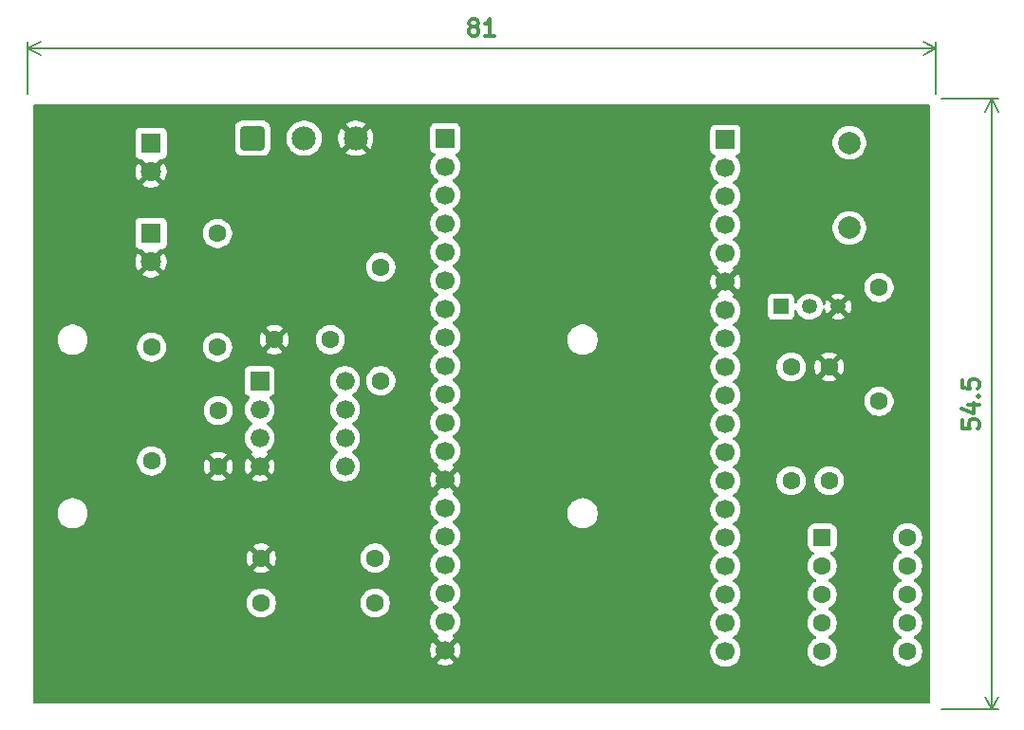
<source format=gtl>
%TF.GenerationSoftware,KiCad,Pcbnew,9.0.6*%
%TF.CreationDate,2025-12-30T13:00:45-07:00*%
%TF.ProjectId,MainBoard,4d61696e-426f-4617-9264-2e6b69636164,rev?*%
%TF.SameCoordinates,Original*%
%TF.FileFunction,Copper,L1,Top*%
%TF.FilePolarity,Positive*%
%FSLAX46Y46*%
G04 Gerber Fmt 4.6, Leading zero omitted, Abs format (unit mm)*
G04 Created by KiCad (PCBNEW 9.0.6) date 2025-12-30 13:00:45*
%MOMM*%
%LPD*%
G01*
G04 APERTURE LIST*
G04 Aperture macros list*
%AMRoundRect*
0 Rectangle with rounded corners*
0 $1 Rounding radius*
0 $2 $3 $4 $5 $6 $7 $8 $9 X,Y pos of 4 corners*
0 Add a 4 corners polygon primitive as box body*
4,1,4,$2,$3,$4,$5,$6,$7,$8,$9,$2,$3,0*
0 Add four circle primitives for the rounded corners*
1,1,$1+$1,$2,$3*
1,1,$1+$1,$4,$5*
1,1,$1+$1,$6,$7*
1,1,$1+$1,$8,$9*
0 Add four rect primitives between the rounded corners*
20,1,$1+$1,$2,$3,$4,$5,0*
20,1,$1+$1,$4,$5,$6,$7,0*
20,1,$1+$1,$6,$7,$8,$9,0*
20,1,$1+$1,$8,$9,$2,$3,0*%
G04 Aperture macros list end*
%ADD10C,0.300000*%
%TA.AperFunction,NonConductor*%
%ADD11C,0.300000*%
%TD*%
%TA.AperFunction,NonConductor*%
%ADD12C,0.200000*%
%TD*%
%TA.AperFunction,ComponentPad*%
%ADD13R,1.800000X1.800000*%
%TD*%
%TA.AperFunction,ComponentPad*%
%ADD14C,1.800000*%
%TD*%
%TA.AperFunction,ComponentPad*%
%ADD15C,1.600000*%
%TD*%
%TA.AperFunction,ComponentPad*%
%ADD16R,1.676400X1.676400*%
%TD*%
%TA.AperFunction,ComponentPad*%
%ADD17C,1.676400*%
%TD*%
%TA.AperFunction,ComponentPad*%
%ADD18R,1.350000X1.350000*%
%TD*%
%TA.AperFunction,ComponentPad*%
%ADD19C,1.350000*%
%TD*%
%TA.AperFunction,ComponentPad*%
%ADD20RoundRect,0.250000X-0.550000X-0.550000X0.550000X-0.550000X0.550000X0.550000X-0.550000X0.550000X0*%
%TD*%
%TA.AperFunction,ComponentPad*%
%ADD21RoundRect,0.250000X-0.825000X-0.825000X0.825000X-0.825000X0.825000X0.825000X-0.825000X0.825000X0*%
%TD*%
%TA.AperFunction,ComponentPad*%
%ADD22C,2.150000*%
%TD*%
%TA.AperFunction,ComponentPad*%
%ADD23R,1.700000X1.700000*%
%TD*%
%TA.AperFunction,ComponentPad*%
%ADD24C,1.700000*%
%TD*%
%TA.AperFunction,ComponentPad*%
%ADD25C,2.000000*%
%TD*%
G04 APERTURE END LIST*
D10*
D11*
X192721088Y-108178570D02*
X192721088Y-108892856D01*
X192721088Y-108892856D02*
X193435374Y-108964284D01*
X193435374Y-108964284D02*
X193363945Y-108892856D01*
X193363945Y-108892856D02*
X193292517Y-108749999D01*
X193292517Y-108749999D02*
X193292517Y-108392856D01*
X193292517Y-108392856D02*
X193363945Y-108249999D01*
X193363945Y-108249999D02*
X193435374Y-108178570D01*
X193435374Y-108178570D02*
X193578231Y-108107141D01*
X193578231Y-108107141D02*
X193935374Y-108107141D01*
X193935374Y-108107141D02*
X194078231Y-108178570D01*
X194078231Y-108178570D02*
X194149660Y-108249999D01*
X194149660Y-108249999D02*
X194221088Y-108392856D01*
X194221088Y-108392856D02*
X194221088Y-108749999D01*
X194221088Y-108749999D02*
X194149660Y-108892856D01*
X194149660Y-108892856D02*
X194078231Y-108964284D01*
X193221088Y-106821428D02*
X194221088Y-106821428D01*
X192649660Y-107178570D02*
X193721088Y-107535713D01*
X193721088Y-107535713D02*
X193721088Y-106607142D01*
X194078231Y-106035714D02*
X194149660Y-105964285D01*
X194149660Y-105964285D02*
X194221088Y-106035714D01*
X194221088Y-106035714D02*
X194149660Y-106107142D01*
X194149660Y-106107142D02*
X194078231Y-106035714D01*
X194078231Y-106035714D02*
X194221088Y-106035714D01*
X192721088Y-104607142D02*
X192721088Y-105321428D01*
X192721088Y-105321428D02*
X193435374Y-105392856D01*
X193435374Y-105392856D02*
X193363945Y-105321428D01*
X193363945Y-105321428D02*
X193292517Y-105178571D01*
X193292517Y-105178571D02*
X193292517Y-104821428D01*
X193292517Y-104821428D02*
X193363945Y-104678571D01*
X193363945Y-104678571D02*
X193435374Y-104607142D01*
X193435374Y-104607142D02*
X193578231Y-104535713D01*
X193578231Y-104535713D02*
X193935374Y-104535713D01*
X193935374Y-104535713D02*
X194078231Y-104607142D01*
X194078231Y-104607142D02*
X194149660Y-104678571D01*
X194149660Y-104678571D02*
X194221088Y-104821428D01*
X194221088Y-104821428D02*
X194221088Y-105178571D01*
X194221088Y-105178571D02*
X194149660Y-105321428D01*
X194149660Y-105321428D02*
X194078231Y-105392856D01*
D12*
X190842760Y-79500000D02*
X195929180Y-79500000D01*
X195929180Y-134000000D02*
X190842760Y-134000000D01*
X195342760Y-79500000D02*
X195342760Y-134000000D01*
X195342760Y-79500000D02*
X195929181Y-80626504D01*
X195342760Y-79500000D02*
X194756339Y-80626504D01*
X195342760Y-134000000D02*
X194756339Y-132873496D01*
X195342760Y-134000000D02*
X195929181Y-132873496D01*
D10*
D11*
X148985617Y-73021185D02*
X148842760Y-72949757D01*
X148842760Y-72949757D02*
X148771331Y-72878328D01*
X148771331Y-72878328D02*
X148699903Y-72735471D01*
X148699903Y-72735471D02*
X148699903Y-72664042D01*
X148699903Y-72664042D02*
X148771331Y-72521185D01*
X148771331Y-72521185D02*
X148842760Y-72449757D01*
X148842760Y-72449757D02*
X148985617Y-72378328D01*
X148985617Y-72378328D02*
X149271331Y-72378328D01*
X149271331Y-72378328D02*
X149414189Y-72449757D01*
X149414189Y-72449757D02*
X149485617Y-72521185D01*
X149485617Y-72521185D02*
X149557046Y-72664042D01*
X149557046Y-72664042D02*
X149557046Y-72735471D01*
X149557046Y-72735471D02*
X149485617Y-72878328D01*
X149485617Y-72878328D02*
X149414189Y-72949757D01*
X149414189Y-72949757D02*
X149271331Y-73021185D01*
X149271331Y-73021185D02*
X148985617Y-73021185D01*
X148985617Y-73021185D02*
X148842760Y-73092614D01*
X148842760Y-73092614D02*
X148771331Y-73164042D01*
X148771331Y-73164042D02*
X148699903Y-73306900D01*
X148699903Y-73306900D02*
X148699903Y-73592614D01*
X148699903Y-73592614D02*
X148771331Y-73735471D01*
X148771331Y-73735471D02*
X148842760Y-73806900D01*
X148842760Y-73806900D02*
X148985617Y-73878328D01*
X148985617Y-73878328D02*
X149271331Y-73878328D01*
X149271331Y-73878328D02*
X149414189Y-73806900D01*
X149414189Y-73806900D02*
X149485617Y-73735471D01*
X149485617Y-73735471D02*
X149557046Y-73592614D01*
X149557046Y-73592614D02*
X149557046Y-73306900D01*
X149557046Y-73306900D02*
X149485617Y-73164042D01*
X149485617Y-73164042D02*
X149414189Y-73092614D01*
X149414189Y-73092614D02*
X149271331Y-73021185D01*
X150985617Y-73878328D02*
X150128474Y-73878328D01*
X150557045Y-73878328D02*
X150557045Y-72378328D01*
X150557045Y-72378328D02*
X150414188Y-72592614D01*
X150414188Y-72592614D02*
X150271331Y-72735471D01*
X150271331Y-72735471D02*
X150128474Y-72806900D01*
D12*
X109342760Y-79000000D02*
X109342760Y-74413580D01*
X190342760Y-74413580D02*
X190342760Y-79000000D01*
X109342760Y-75000000D02*
X190342760Y-75000000D01*
X109342760Y-75000000D02*
X110469264Y-74413579D01*
X109342760Y-75000000D02*
X110469264Y-75586421D01*
X190342760Y-75000000D02*
X189216256Y-75586421D01*
X190342760Y-75000000D02*
X189216256Y-74413579D01*
D13*
%TO.P,LD1,1,K*%
%TO.N,+5V In PCB*%
X120342760Y-83460000D03*
D14*
%TO.P,LD1,2,A*%
%TO.N,GND*%
X120342760Y-86000000D03*
%TD*%
D13*
%TO.P,Q1,1,C*%
%TO.N,Net-(Q1-C)*%
X120342760Y-91500000D03*
D14*
%TO.P,Q1,2,E*%
%TO.N,GND*%
X120342760Y-94040000D03*
%TD*%
D15*
%TO.P,R4,1*%
%TO.N,Net-(R4-Pad1)*%
X126273515Y-101667319D03*
%TO.P,R4,2*%
%TO.N,Net-(Q1-C)*%
X126273515Y-91507319D03*
%TD*%
D16*
%TO.P,U1,1*%
%TO.N,Net-(R4-Pad1)*%
X130032760Y-104690000D03*
D17*
%TO.P,U1,2*%
%TO.N,Net-(U1A--)*%
X130032760Y-107230000D03*
%TO.P,U1,3*%
%TO.N,Net-(Q1-C)*%
X130032760Y-109770000D03*
%TO.P,U1,4*%
%TO.N,GND*%
X130032760Y-112310000D03*
%TO.P,U1,5*%
%TO.N,N/C*%
X137652760Y-112310000D03*
%TO.P,U1,6*%
X137652760Y-109770000D03*
%TO.P,U1,7*%
X137652760Y-107230000D03*
%TO.P,U1,8*%
%TO.N,+3V3*%
X137652760Y-104690000D03*
%TD*%
D15*
%TO.P,R5,1*%
%TO.N,Net-(R4-Pad1)*%
X120393437Y-101663827D03*
%TO.P,R5,2*%
%TO.N,+3V3*%
X120393437Y-111823827D03*
%TD*%
D18*
%TO.P,Q2,1,C*%
%TO.N,Net-(Q2-C)*%
X176557714Y-98048091D03*
D19*
%TO.P,Q2,2,B*%
%TO.N,Net-(Q2-B)*%
X179097714Y-98048091D03*
%TO.P,Q2,3,E*%
%TO.N,GND*%
X181637714Y-98048091D03*
%TD*%
D20*
%TO.P,SW2,1*%
%TO.N,Net-(SW2-Pad1)*%
X180222760Y-118681305D03*
D15*
%TO.P,SW2,2*%
%TO.N,Net-(SW2-Pad2)*%
X180222760Y-121221305D03*
%TO.P,SW2,3*%
%TO.N,Net-(SW2-Pad3)*%
X180222760Y-123761305D03*
%TO.P,SW2,4*%
%TO.N,Net-(SW2-Pad4)*%
X180222760Y-126301305D03*
%TO.P,SW2,5*%
%TO.N,Net-(SW2-Pad5)*%
X180222760Y-128841305D03*
%TO.P,SW2,6*%
%TO.N,+3V3*%
X187842760Y-128841305D03*
%TO.P,SW2,7*%
X187842760Y-126301305D03*
%TO.P,SW2,8*%
X187842760Y-123761305D03*
%TO.P,SW2,9*%
X187842760Y-121221305D03*
%TO.P,SW2,10*%
X187842760Y-118681305D03*
%TD*%
%TO.P,C2,1*%
%TO.N,Net-(Q1-C)*%
X126342760Y-107314499D03*
%TO.P,C2,2*%
%TO.N,GND*%
X126342760Y-112314499D03*
%TD*%
D21*
%TO.P,TP4056 w/ Step Up,1*%
%TO.N,Net-(R7-Pad1)*%
X129400000Y-83000000D03*
D22*
%TO.P,TP4056 w/ Step Up,2*%
%TO.N,+5V In PCB*%
X134000000Y-83000000D03*
%TO.P,TP4056 w/ Step Up,3*%
%TO.N,GND*%
X138600000Y-83000000D03*
%TD*%
D15*
%TO.P,C1,1*%
%TO.N,+3V3*%
X136342760Y-101000000D03*
%TO.P,C1,2*%
%TO.N,GND*%
X131342760Y-101000000D03*
%TD*%
%TO.P,R1,1*%
%TO.N,Net-(U1A--)*%
X140342760Y-120503094D03*
%TO.P,R1,2*%
%TO.N,GND*%
X130182760Y-120503094D03*
%TD*%
D23*
%TO.P, ,1*%
%TO.N,+5V In PCB*%
X171590000Y-83145000D03*
D24*
%TO.P, ,2*%
%TO.N,N/C*%
X171590000Y-85685000D03*
%TO.P, ,3*%
X171590000Y-88225000D03*
%TO.P, ,4*%
X171590000Y-90765000D03*
%TO.P, ,5*%
X171590000Y-93305000D03*
%TO.P, ,6*%
%TO.N,GND*%
X171590000Y-95845000D03*
%TO.P, ,7*%
%TO.N,N/C*%
X171590000Y-98385000D03*
%TO.P, ,8*%
X171590000Y-100925000D03*
%TO.P, ,9*%
%TO.N,Net-(SW2-Pad5)*%
X171590000Y-103465000D03*
%TO.P, ,10*%
%TO.N,Net-(SW2-Pad4)*%
X171590000Y-106005000D03*
%TO.P, ,11*%
%TO.N,Net-(SW2-Pad3)*%
X171590000Y-108545000D03*
%TO.P, ,12*%
%TO.N,N/C*%
X171590000Y-111085000D03*
%TO.P, ,13*%
X171590000Y-113625000D03*
%TO.P, ,14*%
%TO.N,Net-(R7-Pad2)*%
X171590000Y-116165000D03*
%TO.P, ,15*%
%TO.N,N/C*%
X171590000Y-118705000D03*
%TO.P, ,16*%
X171590000Y-121245000D03*
%TO.P, ,17*%
X171590000Y-123785000D03*
%TO.P, ,18*%
X171590000Y-126325000D03*
%TO.P, ,19*%
%TO.N,+3V3*%
X171590000Y-128865000D03*
%TD*%
D25*
%TO.P,LS1,N*%
%TO.N,Net-(Q2-C)*%
X182646828Y-91011089D03*
%TO.P,LS1,P*%
%TO.N,+5V In PCB*%
X182646828Y-83411089D03*
%TD*%
D15*
%TO.P,R7,1*%
%TO.N,Net-(R7-Pad1)*%
X177445867Y-103426864D03*
%TO.P,R7,2*%
%TO.N,Net-(R7-Pad2)*%
X177445867Y-113586864D03*
%TD*%
%TO.P,R8,1*%
%TO.N,Net-(R7-Pad2)*%
X180842760Y-113580000D03*
%TO.P,R8,2*%
%TO.N,GND*%
X180842760Y-103420000D03*
%TD*%
%TO.P,R6,1*%
%TO.N,Net-(Q2-B)*%
X185289530Y-96339067D03*
%TO.P,R6,2*%
%TO.N,Net-(R6-Pad2)*%
X185289530Y-106499067D03*
%TD*%
%TO.P,R3,1*%
%TO.N,Net-(Q1-C)*%
X140842760Y-94500000D03*
%TO.P,R3,2*%
%TO.N,+3V3*%
X140842760Y-104660000D03*
%TD*%
D23*
%TO.P, ,1*%
%TO.N,N/C*%
X146592760Y-83000000D03*
D24*
%TO.P, ,2*%
X146592760Y-85540000D03*
%TO.P, ,3*%
X146592760Y-88080000D03*
%TO.P, ,4*%
X146592760Y-90620000D03*
%TO.P, ,5*%
X146592760Y-93160000D03*
%TO.P, ,6*%
X146592760Y-95700000D03*
%TO.P, ,7*%
X146592760Y-98240000D03*
%TO.P, ,8*%
X146592760Y-100780000D03*
%TO.P, ,9*%
X146592760Y-103320000D03*
%TO.P, ,10*%
X146592760Y-105860000D03*
%TO.P, ,11*%
X146592760Y-108400000D03*
%TO.P, ,12*%
%TO.N,Net-(R6-Pad2)*%
X146592760Y-110940000D03*
%TO.P, ,13*%
%TO.N,GND*%
X146592760Y-113480000D03*
%TO.P, ,14*%
%TO.N,Net-(R4-Pad1)*%
X146592760Y-116020000D03*
%TO.P, ,15*%
%TO.N,N/C*%
X146592760Y-118560000D03*
%TO.P, ,16*%
X146592760Y-121100000D03*
%TO.P, ,17*%
%TO.N,Net-(SW2-Pad1)*%
X146592760Y-123640000D03*
%TO.P, ,18*%
%TO.N,Net-(SW2-Pad2)*%
X146592760Y-126180000D03*
%TO.P, ,19*%
%TO.N,GND*%
X146592760Y-128720000D03*
%TD*%
D15*
%TO.P,R2,1*%
%TO.N,Net-(U1A--)*%
X140342760Y-124503094D03*
%TO.P,R2,2*%
%TO.N,+3V3*%
X130182760Y-124503094D03*
%TD*%
%TA.AperFunction,Conductor*%
%TO.N,GND*%
G36*
X189785299Y-80020185D02*
G01*
X189831054Y-80072989D01*
X189842260Y-80124500D01*
X189842260Y-133375500D01*
X189822575Y-133442539D01*
X189769771Y-133488294D01*
X189718260Y-133499500D01*
X109967260Y-133499500D01*
X109900221Y-133479815D01*
X109854466Y-133427011D01*
X109843260Y-133375500D01*
X109843260Y-124400742D01*
X128882260Y-124400742D01*
X128882260Y-124605445D01*
X128914282Y-124807628D01*
X128977541Y-125002317D01*
X129024163Y-125093816D01*
X129052737Y-125149896D01*
X129070475Y-125184707D01*
X129190788Y-125350307D01*
X129335546Y-125495065D01*
X129490509Y-125607650D01*
X129501150Y-125615381D01*
X129617367Y-125674597D01*
X129683536Y-125708312D01*
X129683538Y-125708312D01*
X129683541Y-125708314D01*
X129787897Y-125742221D01*
X129878225Y-125771571D01*
X129979317Y-125787582D01*
X130080408Y-125803594D01*
X130080409Y-125803594D01*
X130285111Y-125803594D01*
X130285112Y-125803594D01*
X130487294Y-125771571D01*
X130681979Y-125708314D01*
X130864370Y-125615381D01*
X130957350Y-125547826D01*
X131029973Y-125495065D01*
X131029975Y-125495062D01*
X131029979Y-125495060D01*
X131174726Y-125350313D01*
X131174728Y-125350309D01*
X131174731Y-125350307D01*
X131227492Y-125277684D01*
X131295047Y-125184704D01*
X131387980Y-125002313D01*
X131451237Y-124807628D01*
X131483260Y-124605446D01*
X131483260Y-124400742D01*
X139042260Y-124400742D01*
X139042260Y-124605445D01*
X139074282Y-124807628D01*
X139137541Y-125002317D01*
X139184163Y-125093816D01*
X139212737Y-125149896D01*
X139230475Y-125184707D01*
X139350788Y-125350307D01*
X139495546Y-125495065D01*
X139650509Y-125607650D01*
X139661150Y-125615381D01*
X139777367Y-125674597D01*
X139843536Y-125708312D01*
X139843538Y-125708312D01*
X139843541Y-125708314D01*
X139947897Y-125742221D01*
X140038225Y-125771571D01*
X140139317Y-125787582D01*
X140240408Y-125803594D01*
X140240409Y-125803594D01*
X140445111Y-125803594D01*
X140445112Y-125803594D01*
X140647294Y-125771571D01*
X140841979Y-125708314D01*
X141024370Y-125615381D01*
X141117350Y-125547826D01*
X141189973Y-125495065D01*
X141189975Y-125495062D01*
X141189979Y-125495060D01*
X141334726Y-125350313D01*
X141334728Y-125350309D01*
X141334731Y-125350307D01*
X141387492Y-125277684D01*
X141455047Y-125184704D01*
X141547980Y-125002313D01*
X141611237Y-124807628D01*
X141643260Y-124605446D01*
X141643260Y-124400742D01*
X141611237Y-124198560D01*
X141547980Y-124003875D01*
X141547978Y-124003872D01*
X141547978Y-124003870D01*
X141476535Y-123863657D01*
X141455047Y-123821484D01*
X141400413Y-123746286D01*
X141334731Y-123655880D01*
X141189973Y-123511122D01*
X141024373Y-123390809D01*
X141024372Y-123390808D01*
X141024370Y-123390807D01*
X140967413Y-123361785D01*
X140841983Y-123297875D01*
X140647294Y-123234616D01*
X140472755Y-123206972D01*
X140445112Y-123202594D01*
X140240408Y-123202594D01*
X140216089Y-123206445D01*
X140038225Y-123234616D01*
X139843536Y-123297875D01*
X139661146Y-123390809D01*
X139495546Y-123511122D01*
X139350788Y-123655880D01*
X139230475Y-123821480D01*
X139137541Y-124003870D01*
X139074282Y-124198559D01*
X139042260Y-124400742D01*
X131483260Y-124400742D01*
X131451237Y-124198560D01*
X131387980Y-124003875D01*
X131387978Y-124003872D01*
X131387978Y-124003870D01*
X131316535Y-123863657D01*
X131295047Y-123821484D01*
X131240413Y-123746286D01*
X131174731Y-123655880D01*
X131029973Y-123511122D01*
X130864373Y-123390809D01*
X130864372Y-123390808D01*
X130864370Y-123390807D01*
X130807413Y-123361785D01*
X130681983Y-123297875D01*
X130487294Y-123234616D01*
X130312755Y-123206972D01*
X130285112Y-123202594D01*
X130080408Y-123202594D01*
X130056089Y-123206445D01*
X129878225Y-123234616D01*
X129683536Y-123297875D01*
X129501146Y-123390809D01*
X129335546Y-123511122D01*
X129190788Y-123655880D01*
X129070475Y-123821480D01*
X128977541Y-124003870D01*
X128914282Y-124198559D01*
X128882260Y-124400742D01*
X109843260Y-124400742D01*
X109843260Y-120400776D01*
X128882760Y-120400776D01*
X128882760Y-120605411D01*
X128914769Y-120807511D01*
X128978004Y-121002125D01*
X129070901Y-121184444D01*
X129070907Y-121184453D01*
X129103283Y-121229015D01*
X129103284Y-121229016D01*
X129782760Y-120549540D01*
X129782760Y-120555755D01*
X129810019Y-120657488D01*
X129862680Y-120748700D01*
X129937154Y-120823174D01*
X130028366Y-120875835D01*
X130130099Y-120903094D01*
X130136313Y-120903094D01*
X129456836Y-121582568D01*
X129501410Y-121614953D01*
X129683728Y-121707849D01*
X129878342Y-121771084D01*
X130080443Y-121803094D01*
X130285077Y-121803094D01*
X130487177Y-121771084D01*
X130681791Y-121707849D01*
X130864109Y-121614953D01*
X130908681Y-121582568D01*
X130229207Y-120903094D01*
X130235421Y-120903094D01*
X130337154Y-120875835D01*
X130428366Y-120823174D01*
X130502840Y-120748700D01*
X130555501Y-120657488D01*
X130582760Y-120555755D01*
X130582760Y-120549541D01*
X131262234Y-121229015D01*
X131294619Y-121184443D01*
X131387515Y-121002125D01*
X131450750Y-120807511D01*
X131482760Y-120605411D01*
X131482760Y-120400776D01*
X131482755Y-120400742D01*
X139042260Y-120400742D01*
X139042260Y-120605445D01*
X139074282Y-120807628D01*
X139137541Y-121002317D01*
X139196971Y-121118953D01*
X139230345Y-121184453D01*
X139230475Y-121184707D01*
X139350788Y-121350307D01*
X139495546Y-121495065D01*
X139615986Y-121582568D01*
X139661150Y-121615381D01*
X139777367Y-121674597D01*
X139843536Y-121708312D01*
X139843538Y-121708312D01*
X139843541Y-121708314D01*
X139947897Y-121742221D01*
X140038225Y-121771571D01*
X140139317Y-121787582D01*
X140240408Y-121803594D01*
X140240409Y-121803594D01*
X140445111Y-121803594D01*
X140445112Y-121803594D01*
X140647294Y-121771571D01*
X140841979Y-121708314D01*
X141024370Y-121615381D01*
X141147615Y-121525839D01*
X141189973Y-121495065D01*
X141189975Y-121495062D01*
X141189979Y-121495060D01*
X141334726Y-121350313D01*
X141334728Y-121350309D01*
X141334731Y-121350307D01*
X141387492Y-121277684D01*
X141455047Y-121184704D01*
X141547980Y-121002313D01*
X141611237Y-120807628D01*
X141643260Y-120605446D01*
X141643260Y-120400742D01*
X141635017Y-120348700D01*
X141611237Y-120198559D01*
X141574496Y-120085484D01*
X141547980Y-120003875D01*
X141547978Y-120003872D01*
X141547978Y-120003870D01*
X141495790Y-119901447D01*
X141455047Y-119821484D01*
X141447316Y-119810843D01*
X141334731Y-119655880D01*
X141189973Y-119511122D01*
X141024373Y-119390809D01*
X141024372Y-119390808D01*
X141024370Y-119390807D01*
X140967413Y-119361785D01*
X140841983Y-119297875D01*
X140647294Y-119234616D01*
X140472755Y-119206972D01*
X140445112Y-119202594D01*
X140240408Y-119202594D01*
X140216089Y-119206445D01*
X140038225Y-119234616D01*
X139843536Y-119297875D01*
X139661146Y-119390809D01*
X139495546Y-119511122D01*
X139350788Y-119655880D01*
X139230475Y-119821480D01*
X139137541Y-120003870D01*
X139074282Y-120198559D01*
X139042260Y-120400742D01*
X131482755Y-120400742D01*
X131450750Y-120198676D01*
X131387515Y-120004062D01*
X131294619Y-119821744D01*
X131262234Y-119777171D01*
X131262234Y-119777170D01*
X130582760Y-120456645D01*
X130582760Y-120450433D01*
X130555501Y-120348700D01*
X130502840Y-120257488D01*
X130428366Y-120183014D01*
X130337154Y-120130353D01*
X130235421Y-120103094D01*
X130229206Y-120103094D01*
X130908682Y-119423618D01*
X130908681Y-119423617D01*
X130864119Y-119391241D01*
X130864110Y-119391235D01*
X130681791Y-119298338D01*
X130487177Y-119235103D01*
X130285077Y-119203094D01*
X130080443Y-119203094D01*
X129878342Y-119235103D01*
X129683728Y-119298338D01*
X129501404Y-119391237D01*
X129456837Y-119423617D01*
X129456837Y-119423618D01*
X130136314Y-120103094D01*
X130130099Y-120103094D01*
X130028366Y-120130353D01*
X129937154Y-120183014D01*
X129862680Y-120257488D01*
X129810019Y-120348700D01*
X129782760Y-120450433D01*
X129782760Y-120456647D01*
X129103284Y-119777171D01*
X129103283Y-119777171D01*
X129070903Y-119821738D01*
X128978004Y-120004062D01*
X128914769Y-120198676D01*
X128882760Y-120400776D01*
X109843260Y-120400776D01*
X109843260Y-116393713D01*
X111992260Y-116393713D01*
X111992260Y-116606286D01*
X112025513Y-116816239D01*
X112091204Y-117018414D01*
X112187711Y-117207820D01*
X112312650Y-117379786D01*
X112462973Y-117530109D01*
X112634939Y-117655048D01*
X112634941Y-117655049D01*
X112634944Y-117655051D01*
X112824348Y-117751557D01*
X113026517Y-117817246D01*
X113236473Y-117850500D01*
X113236474Y-117850500D01*
X113449046Y-117850500D01*
X113449047Y-117850500D01*
X113659003Y-117817246D01*
X113861172Y-117751557D01*
X114050576Y-117655051D01*
X114072549Y-117639086D01*
X114222546Y-117530109D01*
X114222548Y-117530106D01*
X114222552Y-117530104D01*
X114372864Y-117379792D01*
X114372866Y-117379788D01*
X114372869Y-117379786D01*
X114497808Y-117207820D01*
X114497807Y-117207820D01*
X114497811Y-117207816D01*
X114594317Y-117018412D01*
X114660006Y-116816243D01*
X114693260Y-116606287D01*
X114693260Y-116393713D01*
X114660006Y-116183757D01*
X114594317Y-115981588D01*
X114497811Y-115792184D01*
X114497809Y-115792181D01*
X114497808Y-115792179D01*
X114372869Y-115620213D01*
X114222546Y-115469890D01*
X114050580Y-115344951D01*
X113861174Y-115248444D01*
X113861173Y-115248443D01*
X113861172Y-115248443D01*
X113659003Y-115182754D01*
X113659001Y-115182753D01*
X113659000Y-115182753D01*
X113497717Y-115157208D01*
X113449047Y-115149500D01*
X113236473Y-115149500D01*
X113187802Y-115157208D01*
X113026520Y-115182753D01*
X112824345Y-115248444D01*
X112634939Y-115344951D01*
X112462973Y-115469890D01*
X112312650Y-115620213D01*
X112187711Y-115792179D01*
X112091204Y-115981585D01*
X112025513Y-116183760D01*
X111992260Y-116393713D01*
X109843260Y-116393713D01*
X109843260Y-111721475D01*
X119092937Y-111721475D01*
X119092937Y-111926178D01*
X119124959Y-112128361D01*
X119188218Y-112323050D01*
X119281152Y-112505440D01*
X119401465Y-112671040D01*
X119546223Y-112815798D01*
X119685765Y-112917179D01*
X119711827Y-112936114D01*
X119797958Y-112980000D01*
X119894213Y-113029045D01*
X119894215Y-113029045D01*
X119894218Y-113029047D01*
X119929224Y-113040421D01*
X120088902Y-113092304D01*
X120179068Y-113106585D01*
X120291085Y-113124327D01*
X120291086Y-113124327D01*
X120495788Y-113124327D01*
X120495789Y-113124327D01*
X120697971Y-113092304D01*
X120892656Y-113029047D01*
X121075047Y-112936114D01*
X121168027Y-112868559D01*
X121240650Y-112815798D01*
X121240652Y-112815795D01*
X121240656Y-112815793D01*
X121385403Y-112671046D01*
X121385405Y-112671042D01*
X121385408Y-112671040D01*
X121445719Y-112588028D01*
X121505724Y-112505437D01*
X121598657Y-112323046D01*
X121634679Y-112212181D01*
X125042760Y-112212181D01*
X125042760Y-112416816D01*
X125074769Y-112618916D01*
X125138004Y-112813530D01*
X125230901Y-112995849D01*
X125230907Y-112995858D01*
X125263283Y-113040420D01*
X125263284Y-113040421D01*
X125942760Y-112360945D01*
X125942760Y-112367160D01*
X125970019Y-112468893D01*
X126022680Y-112560105D01*
X126097154Y-112634579D01*
X126188366Y-112687240D01*
X126290099Y-112714499D01*
X126296313Y-112714499D01*
X125616836Y-113393973D01*
X125661410Y-113426358D01*
X125843728Y-113519254D01*
X126038342Y-113582489D01*
X126240443Y-113614499D01*
X126445077Y-113614499D01*
X126647177Y-113582489D01*
X126841791Y-113519254D01*
X127024109Y-113426358D01*
X127068682Y-113393973D01*
X126389207Y-112714499D01*
X126395421Y-112714499D01*
X126497154Y-112687240D01*
X126588366Y-112634579D01*
X126662840Y-112560105D01*
X126715501Y-112468893D01*
X126742760Y-112367160D01*
X126742760Y-112360946D01*
X127422234Y-113040420D01*
X127454619Y-112995848D01*
X127547515Y-112813530D01*
X127610750Y-112618916D01*
X127642760Y-112416816D01*
X127642760Y-112212184D01*
X127642759Y-112212178D01*
X127610750Y-112010081D01*
X127547515Y-111815467D01*
X127454619Y-111633149D01*
X127422234Y-111588576D01*
X127422234Y-111588575D01*
X126742760Y-112268050D01*
X126742760Y-112261838D01*
X126715501Y-112160105D01*
X126662840Y-112068893D01*
X126588366Y-111994419D01*
X126497154Y-111941758D01*
X126395421Y-111914499D01*
X126389206Y-111914499D01*
X127068682Y-111235023D01*
X127068681Y-111235022D01*
X127024119Y-111202646D01*
X127024110Y-111202640D01*
X126841791Y-111109743D01*
X126647177Y-111046508D01*
X126445077Y-111014499D01*
X126240443Y-111014499D01*
X126038342Y-111046508D01*
X125843728Y-111109743D01*
X125661404Y-111202642D01*
X125616837Y-111235022D01*
X125616837Y-111235023D01*
X126296314Y-111914499D01*
X126290099Y-111914499D01*
X126188366Y-111941758D01*
X126097154Y-111994419D01*
X126022680Y-112068893D01*
X125970019Y-112160105D01*
X125942760Y-112261838D01*
X125942760Y-112268052D01*
X125263284Y-111588576D01*
X125263283Y-111588576D01*
X125230903Y-111633143D01*
X125138004Y-111815467D01*
X125074769Y-112010081D01*
X125042760Y-112212181D01*
X121634679Y-112212181D01*
X121661914Y-112128361D01*
X121693937Y-111926179D01*
X121693937Y-111721475D01*
X121667844Y-111556730D01*
X121661914Y-111519292D01*
X121642133Y-111458414D01*
X121598657Y-111324608D01*
X121505724Y-111142217D01*
X121497993Y-111131576D01*
X121385408Y-110976613D01*
X121240650Y-110831855D01*
X121075050Y-110711542D01*
X121075049Y-110711541D01*
X121075047Y-110711540D01*
X121018090Y-110682518D01*
X120892660Y-110618608D01*
X120697971Y-110555349D01*
X120523432Y-110527705D01*
X120495789Y-110523327D01*
X120291085Y-110523327D01*
X120266766Y-110527178D01*
X120088902Y-110555349D01*
X119894213Y-110618608D01*
X119711823Y-110711542D01*
X119546223Y-110831855D01*
X119401465Y-110976613D01*
X119281152Y-111142213D01*
X119188218Y-111324603D01*
X119124959Y-111519292D01*
X119092937Y-111721475D01*
X109843260Y-111721475D01*
X109843260Y-107212147D01*
X125042260Y-107212147D01*
X125042260Y-107416850D01*
X125074282Y-107619033D01*
X125137541Y-107813722D01*
X125230475Y-107996112D01*
X125350788Y-108161712D01*
X125495546Y-108306470D01*
X125650509Y-108419055D01*
X125661150Y-108426786D01*
X125747183Y-108470622D01*
X125843536Y-108519717D01*
X125843538Y-108519717D01*
X125843541Y-108519719D01*
X125947897Y-108553626D01*
X126038225Y-108582976D01*
X126139317Y-108598987D01*
X126240408Y-108614999D01*
X126240409Y-108614999D01*
X126445111Y-108614999D01*
X126445112Y-108614999D01*
X126647294Y-108582976D01*
X126841979Y-108519719D01*
X127024370Y-108426786D01*
X127117350Y-108359231D01*
X127189973Y-108306470D01*
X127189975Y-108306467D01*
X127189979Y-108306465D01*
X127334726Y-108161718D01*
X127334728Y-108161714D01*
X127334731Y-108161712D01*
X127391365Y-108083760D01*
X127455047Y-107996109D01*
X127547980Y-107813718D01*
X127611237Y-107619033D01*
X127643260Y-107416851D01*
X127643260Y-107212147D01*
X127618933Y-107058556D01*
X127611237Y-107009964D01*
X127547978Y-106815275D01*
X127495772Y-106712816D01*
X127455047Y-106632889D01*
X127407772Y-106567820D01*
X127334731Y-106467285D01*
X127189973Y-106322527D01*
X127024373Y-106202214D01*
X127024372Y-106202213D01*
X127024370Y-106202212D01*
X126957072Y-106167922D01*
X126841983Y-106109280D01*
X126647294Y-106046021D01*
X126472755Y-106018377D01*
X126445112Y-106013999D01*
X126240408Y-106013999D01*
X126216089Y-106017850D01*
X126038225Y-106046021D01*
X125843536Y-106109280D01*
X125661146Y-106202214D01*
X125495546Y-106322527D01*
X125350788Y-106467285D01*
X125230475Y-106632885D01*
X125137541Y-106815275D01*
X125074282Y-107009964D01*
X125042260Y-107212147D01*
X109843260Y-107212147D01*
X109843260Y-103803935D01*
X128694060Y-103803935D01*
X128694060Y-105576070D01*
X128694061Y-105576076D01*
X128700468Y-105635683D01*
X128750762Y-105770528D01*
X128750766Y-105770535D01*
X128837012Y-105885744D01*
X128837015Y-105885747D01*
X128952224Y-105971993D01*
X128952231Y-105971997D01*
X129094345Y-106025002D01*
X129093293Y-106027821D01*
X129141809Y-106055413D01*
X129174228Y-106117307D01*
X129168038Y-106186902D01*
X129140306Y-106229245D01*
X129011649Y-106357902D01*
X128887803Y-106528364D01*
X128792139Y-106716112D01*
X128727022Y-106916519D01*
X128694060Y-107124636D01*
X128694060Y-107335363D01*
X128727022Y-107543480D01*
X128792139Y-107743887D01*
X128887803Y-107931635D01*
X129011650Y-108102099D01*
X129160660Y-108251109D01*
X129331126Y-108374958D01*
X129359696Y-108389516D01*
X129410492Y-108437491D01*
X129427286Y-108505312D01*
X129404748Y-108571447D01*
X129359696Y-108610484D01*
X129331126Y-108625041D01*
X129160660Y-108748890D01*
X129011650Y-108897900D01*
X128887803Y-109068364D01*
X128792139Y-109256112D01*
X128727022Y-109456519D01*
X128694060Y-109664636D01*
X128694060Y-109875363D01*
X128727022Y-110083480D01*
X128792139Y-110283887D01*
X128887803Y-110471635D01*
X129011650Y-110642099D01*
X129160660Y-110791109D01*
X129331126Y-110914958D01*
X129360245Y-110929795D01*
X129411042Y-110977769D01*
X129427837Y-111045590D01*
X129405300Y-111111725D01*
X129360249Y-111150763D01*
X129331397Y-111165464D01*
X129331396Y-111165465D01*
X129279490Y-111203176D01*
X129855340Y-111779026D01*
X129817071Y-111789281D01*
X129689649Y-111862849D01*
X129585609Y-111966889D01*
X129512041Y-112094311D01*
X129501786Y-112132580D01*
X128925936Y-111556730D01*
X128888227Y-111608633D01*
X128792599Y-111796311D01*
X128727511Y-111996635D01*
X128694560Y-112204681D01*
X128694560Y-112415318D01*
X128727511Y-112623364D01*
X128792599Y-112823688D01*
X128888229Y-113011370D01*
X128925936Y-113063268D01*
X128925937Y-113063269D01*
X129501786Y-112487419D01*
X129512041Y-112525689D01*
X129585609Y-112653111D01*
X129689649Y-112757151D01*
X129817071Y-112830719D01*
X129855340Y-112840973D01*
X129279489Y-113416822D01*
X129279490Y-113416823D01*
X129331384Y-113454526D01*
X129331397Y-113454534D01*
X129519071Y-113550160D01*
X129719395Y-113615248D01*
X129927442Y-113648200D01*
X130138078Y-113648200D01*
X130346124Y-113615248D01*
X130546448Y-113550160D01*
X130734130Y-113454530D01*
X130786028Y-113416823D01*
X130786028Y-113416822D01*
X130210179Y-112840973D01*
X130248449Y-112830719D01*
X130375871Y-112757151D01*
X130479911Y-112653111D01*
X130553479Y-112525689D01*
X130563733Y-112487419D01*
X131139582Y-113063268D01*
X131139583Y-113063268D01*
X131177290Y-113011370D01*
X131272920Y-112823688D01*
X131338008Y-112623364D01*
X131370960Y-112415318D01*
X131370960Y-112204681D01*
X131338008Y-111996635D01*
X131272920Y-111796311D01*
X131177294Y-111608637D01*
X131177286Y-111608624D01*
X131139583Y-111556730D01*
X131139582Y-111556729D01*
X130563732Y-112132579D01*
X130553479Y-112094311D01*
X130479911Y-111966889D01*
X130375871Y-111862849D01*
X130248449Y-111789281D01*
X130210179Y-111779026D01*
X130786029Y-111203177D01*
X130786028Y-111203176D01*
X130734130Y-111165469D01*
X130705271Y-111150764D01*
X130654476Y-111102788D01*
X130637682Y-111034967D01*
X130660221Y-110968833D01*
X130705272Y-110929796D01*
X130734392Y-110914959D01*
X130756173Y-110899134D01*
X130904859Y-110791109D01*
X130904861Y-110791106D01*
X130904865Y-110791104D01*
X131053864Y-110642105D01*
X131053866Y-110642101D01*
X131053869Y-110642099D01*
X131116895Y-110555349D01*
X131177719Y-110471632D01*
X131273382Y-110283883D01*
X131338497Y-110083480D01*
X131343025Y-110054890D01*
X131371460Y-109875363D01*
X131371460Y-109664636D01*
X131338497Y-109456519D01*
X131281074Y-109279792D01*
X131273382Y-109256117D01*
X131273380Y-109256114D01*
X131273380Y-109256112D01*
X131238674Y-109188000D01*
X131177719Y-109068368D01*
X131169761Y-109057415D01*
X131053869Y-108897900D01*
X130904859Y-108748890D01*
X130734396Y-108625043D01*
X130705824Y-108610485D01*
X130655028Y-108562510D01*
X130638233Y-108494689D01*
X130660770Y-108428554D01*
X130705824Y-108389515D01*
X130734392Y-108374959D01*
X130828667Y-108306465D01*
X130904859Y-108251109D01*
X130904861Y-108251106D01*
X130904865Y-108251104D01*
X131053864Y-108102105D01*
X131053866Y-108102101D01*
X131053869Y-108102099D01*
X131130874Y-107996109D01*
X131177719Y-107931632D01*
X131273382Y-107743883D01*
X131338497Y-107543480D01*
X131358553Y-107416851D01*
X131371460Y-107335363D01*
X131371460Y-107124636D01*
X131338497Y-106916519D01*
X131281074Y-106739792D01*
X131273382Y-106716117D01*
X131273380Y-106716114D01*
X131273380Y-106716112D01*
X131214940Y-106601418D01*
X131177719Y-106528368D01*
X131133340Y-106467285D01*
X131053869Y-106357900D01*
X130925214Y-106229245D01*
X130891729Y-106167922D01*
X130896713Y-106098230D01*
X130938585Y-106042297D01*
X130971833Y-106026766D01*
X130971175Y-106025002D01*
X131113288Y-105971997D01*
X131113287Y-105971997D01*
X131113291Y-105971996D01*
X131228506Y-105885746D01*
X131314756Y-105770531D01*
X131365051Y-105635683D01*
X131371460Y-105576073D01*
X131371459Y-104584636D01*
X136314060Y-104584636D01*
X136314060Y-104795363D01*
X136347022Y-105003480D01*
X136412139Y-105203887D01*
X136459677Y-105297184D01*
X136482313Y-105341610D01*
X136507803Y-105391635D01*
X136631650Y-105562099D01*
X136780660Y-105711109D01*
X136951126Y-105834958D01*
X136979696Y-105849516D01*
X137030492Y-105897491D01*
X137047286Y-105965312D01*
X137024748Y-106031447D01*
X136979696Y-106070484D01*
X136951126Y-106085041D01*
X136780660Y-106208890D01*
X136631650Y-106357900D01*
X136507803Y-106528364D01*
X136412139Y-106716112D01*
X136347022Y-106916519D01*
X136314060Y-107124636D01*
X136314060Y-107335363D01*
X136347022Y-107543480D01*
X136412139Y-107743887D01*
X136507803Y-107931635D01*
X136631650Y-108102099D01*
X136780660Y-108251109D01*
X136951126Y-108374958D01*
X136979696Y-108389516D01*
X137030492Y-108437491D01*
X137047286Y-108505312D01*
X137024748Y-108571447D01*
X136979696Y-108610484D01*
X136951126Y-108625041D01*
X136780660Y-108748890D01*
X136631650Y-108897900D01*
X136507803Y-109068364D01*
X136412139Y-109256112D01*
X136347022Y-109456519D01*
X136314060Y-109664636D01*
X136314060Y-109875363D01*
X136347022Y-110083480D01*
X136412139Y-110283887D01*
X136507803Y-110471635D01*
X136631650Y-110642099D01*
X136780660Y-110791109D01*
X136951126Y-110914958D01*
X136979696Y-110929516D01*
X137030492Y-110977491D01*
X137047286Y-111045312D01*
X137024748Y-111111447D01*
X136979696Y-111150484D01*
X136951126Y-111165041D01*
X136780660Y-111288890D01*
X136631650Y-111437900D01*
X136507803Y-111608364D01*
X136412139Y-111796112D01*
X136347022Y-111996519D01*
X136314060Y-112204636D01*
X136314060Y-112415363D01*
X136347022Y-112623480D01*
X136412139Y-112823887D01*
X136507803Y-113011635D01*
X136631650Y-113182099D01*
X136780660Y-113331109D01*
X136940175Y-113447001D01*
X136951128Y-113454959D01*
X137037634Y-113499036D01*
X137138872Y-113550620D01*
X137138874Y-113550620D01*
X137138877Y-113550622D01*
X137236953Y-113582489D01*
X137339279Y-113615737D01*
X137547397Y-113648700D01*
X137547402Y-113648700D01*
X137758123Y-113648700D01*
X137966240Y-113615737D01*
X137970050Y-113614499D01*
X138166643Y-113550622D01*
X138354392Y-113454959D01*
X138466163Y-113373753D01*
X138524859Y-113331109D01*
X138524861Y-113331106D01*
X138524865Y-113331104D01*
X138673864Y-113182105D01*
X138673866Y-113182101D01*
X138673869Y-113182099D01*
X138742496Y-113087640D01*
X138797719Y-113011632D01*
X138893382Y-112823883D01*
X138958497Y-112623480D01*
X138968535Y-112560105D01*
X138991460Y-112415363D01*
X138991460Y-112204636D01*
X138958497Y-111996519D01*
X138928285Y-111903538D01*
X138893382Y-111796117D01*
X138893380Y-111796114D01*
X138893380Y-111796112D01*
X138855350Y-111721475D01*
X138797719Y-111608368D01*
X138760202Y-111556730D01*
X138673869Y-111437900D01*
X138524859Y-111288890D01*
X138354396Y-111165043D01*
X138325824Y-111150485D01*
X138275028Y-111102510D01*
X138258233Y-111034689D01*
X138280770Y-110968554D01*
X138325824Y-110929515D01*
X138354392Y-110914959D01*
X138376173Y-110899134D01*
X138524859Y-110791109D01*
X138524861Y-110791106D01*
X138524865Y-110791104D01*
X138673864Y-110642105D01*
X138673866Y-110642101D01*
X138673869Y-110642099D01*
X138736895Y-110555349D01*
X138797719Y-110471632D01*
X138893382Y-110283883D01*
X138958497Y-110083480D01*
X138963025Y-110054890D01*
X138991460Y-109875363D01*
X138991460Y-109664636D01*
X138958497Y-109456519D01*
X138901074Y-109279792D01*
X138893382Y-109256117D01*
X138893380Y-109256114D01*
X138893380Y-109256112D01*
X138858674Y-109188000D01*
X138797719Y-109068368D01*
X138789761Y-109057415D01*
X138673869Y-108897900D01*
X138524859Y-108748890D01*
X138354396Y-108625043D01*
X138325824Y-108610485D01*
X138275028Y-108562510D01*
X138258233Y-108494689D01*
X138280770Y-108428554D01*
X138325824Y-108389515D01*
X138354392Y-108374959D01*
X138448667Y-108306465D01*
X138524859Y-108251109D01*
X138524861Y-108251106D01*
X138524865Y-108251104D01*
X138673864Y-108102105D01*
X138673866Y-108102101D01*
X138673869Y-108102099D01*
X138750874Y-107996109D01*
X138797719Y-107931632D01*
X138893382Y-107743883D01*
X138958497Y-107543480D01*
X138978553Y-107416851D01*
X138991460Y-107335363D01*
X138991460Y-107124636D01*
X138958497Y-106916519D01*
X138901074Y-106739792D01*
X138893382Y-106716117D01*
X138893380Y-106716114D01*
X138893380Y-106716112D01*
X138834940Y-106601418D01*
X138797719Y-106528368D01*
X138753340Y-106467285D01*
X138673869Y-106357900D01*
X138524859Y-106208890D01*
X138354396Y-106085043D01*
X138325824Y-106070485D01*
X138275028Y-106022510D01*
X138258233Y-105954689D01*
X138280770Y-105888554D01*
X138325824Y-105849515D01*
X138354392Y-105834959D01*
X138378487Y-105817453D01*
X138524859Y-105711109D01*
X138524861Y-105711106D01*
X138524865Y-105711104D01*
X138673864Y-105562105D01*
X138673866Y-105562101D01*
X138673869Y-105562099D01*
X138728732Y-105486585D01*
X138797719Y-105391632D01*
X138893382Y-105203883D01*
X138958497Y-105003480D01*
X138963025Y-104974890D01*
X138991460Y-104795363D01*
X138991460Y-104584637D01*
X138989486Y-104572175D01*
X138989486Y-104572174D01*
X138987185Y-104557648D01*
X139542260Y-104557648D01*
X139542260Y-104762351D01*
X139574282Y-104964534D01*
X139637541Y-105159223D01*
X139673905Y-105230590D01*
X139730460Y-105341585D01*
X139730475Y-105341613D01*
X139850788Y-105507213D01*
X139995546Y-105651971D01*
X140135585Y-105753713D01*
X140161150Y-105772287D01*
X140249801Y-105817457D01*
X140343536Y-105865218D01*
X140343538Y-105865218D01*
X140343541Y-105865220D01*
X140406714Y-105885746D01*
X140538225Y-105928477D01*
X140639317Y-105944488D01*
X140740408Y-105960500D01*
X140740409Y-105960500D01*
X140945111Y-105960500D01*
X140945112Y-105960500D01*
X141147294Y-105928477D01*
X141341979Y-105865220D01*
X141524370Y-105772287D01*
X141639340Y-105688757D01*
X141689973Y-105651971D01*
X141689975Y-105651968D01*
X141689979Y-105651966D01*
X141834726Y-105507219D01*
X141834728Y-105507215D01*
X141834731Y-105507213D01*
X141918704Y-105391632D01*
X141955047Y-105341610D01*
X142047980Y-105159219D01*
X142111237Y-104964534D01*
X142143260Y-104762352D01*
X142143260Y-104557648D01*
X142111237Y-104355466D01*
X142109496Y-104350109D01*
X142052961Y-104176112D01*
X142047980Y-104160781D01*
X142047978Y-104160778D01*
X142047978Y-104160776D01*
X142014263Y-104094607D01*
X141955047Y-103978390D01*
X141882465Y-103878488D01*
X141834731Y-103812786D01*
X141689973Y-103668028D01*
X141524373Y-103547715D01*
X141524372Y-103547714D01*
X141524370Y-103547713D01*
X141467413Y-103518691D01*
X141341983Y-103454781D01*
X141147294Y-103391522D01*
X140972755Y-103363878D01*
X140945112Y-103359500D01*
X140740408Y-103359500D01*
X140716089Y-103363351D01*
X140538225Y-103391522D01*
X140343536Y-103454781D01*
X140161146Y-103547715D01*
X139995546Y-103668028D01*
X139850788Y-103812786D01*
X139730475Y-103978386D01*
X139637541Y-104160776D01*
X139574282Y-104355465D01*
X139542260Y-104557648D01*
X138987185Y-104557648D01*
X138958497Y-104376519D01*
X138901074Y-104199792D01*
X138893382Y-104176117D01*
X138893380Y-104176114D01*
X138893380Y-104176112D01*
X138855286Y-104101349D01*
X138797719Y-103988368D01*
X138752467Y-103926083D01*
X138673869Y-103817900D01*
X138524859Y-103668890D01*
X138354395Y-103545043D01*
X138354394Y-103545042D01*
X138354392Y-103545041D01*
X138295761Y-103515167D01*
X138166647Y-103449379D01*
X137966240Y-103384262D01*
X137758123Y-103351300D01*
X137758118Y-103351300D01*
X137547402Y-103351300D01*
X137547397Y-103351300D01*
X137339279Y-103384262D01*
X137138872Y-103449379D01*
X136951124Y-103545043D01*
X136780660Y-103668890D01*
X136631650Y-103817900D01*
X136507803Y-103988364D01*
X136412139Y-104176112D01*
X136347022Y-104376519D01*
X136314060Y-104584636D01*
X131371459Y-104584636D01*
X131371459Y-103803928D01*
X131365051Y-103744317D01*
X131336599Y-103668034D01*
X131314757Y-103609471D01*
X131314753Y-103609464D01*
X131228507Y-103494255D01*
X131228504Y-103494252D01*
X131113295Y-103408006D01*
X131113288Y-103408002D01*
X130978442Y-103357708D01*
X130978443Y-103357708D01*
X130918843Y-103351301D01*
X130918841Y-103351300D01*
X130918833Y-103351300D01*
X130918824Y-103351300D01*
X129146689Y-103351300D01*
X129146683Y-103351301D01*
X129087076Y-103357708D01*
X128952231Y-103408002D01*
X128952224Y-103408006D01*
X128837015Y-103494252D01*
X128837012Y-103494255D01*
X128750766Y-103609464D01*
X128750762Y-103609471D01*
X128700468Y-103744317D01*
X128694061Y-103803916D01*
X128694061Y-103803923D01*
X128694060Y-103803935D01*
X109843260Y-103803935D01*
X109843260Y-100893713D01*
X111992260Y-100893713D01*
X111992260Y-101106287D01*
X112025514Y-101316243D01*
X112091161Y-101518284D01*
X112091204Y-101518414D01*
X112187711Y-101707820D01*
X112312650Y-101879786D01*
X112462973Y-102030109D01*
X112634939Y-102155048D01*
X112634941Y-102155049D01*
X112634944Y-102155051D01*
X112824348Y-102251557D01*
X113026517Y-102317246D01*
X113236473Y-102350500D01*
X113236474Y-102350500D01*
X113449046Y-102350500D01*
X113449047Y-102350500D01*
X113659003Y-102317246D01*
X113861172Y-102251557D01*
X114050576Y-102155051D01*
X114090061Y-102126364D01*
X114222546Y-102030109D01*
X114222548Y-102030106D01*
X114222552Y-102030104D01*
X114372864Y-101879792D01*
X114372866Y-101879788D01*
X114372869Y-101879786D01*
X114497808Y-101707820D01*
X114497807Y-101707820D01*
X114497811Y-101707816D01*
X114572375Y-101561475D01*
X119092937Y-101561475D01*
X119092937Y-101766178D01*
X119124959Y-101968361D01*
X119188218Y-102163050D01*
X119241689Y-102267990D01*
X119278646Y-102340523D01*
X119281152Y-102345440D01*
X119401465Y-102511040D01*
X119546223Y-102655798D01*
X119685765Y-102757179D01*
X119711827Y-102776114D01*
X119828044Y-102835330D01*
X119894213Y-102869045D01*
X119894215Y-102869045D01*
X119894218Y-102869047D01*
X119998574Y-102902954D01*
X120088902Y-102932304D01*
X120179068Y-102946585D01*
X120291085Y-102964327D01*
X120291086Y-102964327D01*
X120495788Y-102964327D01*
X120495789Y-102964327D01*
X120697971Y-102932304D01*
X120892656Y-102869047D01*
X121075047Y-102776114D01*
X121187964Y-102694076D01*
X121240650Y-102655798D01*
X121240652Y-102655795D01*
X121240656Y-102655793D01*
X121385403Y-102511046D01*
X121385405Y-102511042D01*
X121385408Y-102511040D01*
X121440733Y-102434890D01*
X121505724Y-102345437D01*
X121598657Y-102163046D01*
X121661914Y-101968361D01*
X121693937Y-101766179D01*
X121693937Y-101564967D01*
X124973015Y-101564967D01*
X124973015Y-101769670D01*
X125005037Y-101971853D01*
X125068296Y-102166542D01*
X125131146Y-102289890D01*
X125159450Y-102345440D01*
X125161230Y-102348932D01*
X125281543Y-102514532D01*
X125426301Y-102659290D01*
X125581264Y-102771875D01*
X125591905Y-102779606D01*
X125708122Y-102838822D01*
X125774291Y-102872537D01*
X125774293Y-102872537D01*
X125774296Y-102872539D01*
X125878652Y-102906446D01*
X125968980Y-102935796D01*
X126037099Y-102946585D01*
X126171163Y-102967819D01*
X126171164Y-102967819D01*
X126375866Y-102967819D01*
X126375867Y-102967819D01*
X126578049Y-102935796D01*
X126772734Y-102872539D01*
X126955125Y-102779606D01*
X127072848Y-102694076D01*
X127120728Y-102659290D01*
X127120730Y-102659287D01*
X127120734Y-102659285D01*
X127265481Y-102514538D01*
X127265483Y-102514534D01*
X127265486Y-102514532D01*
X127323348Y-102434890D01*
X127385802Y-102348929D01*
X127478735Y-102166538D01*
X127541992Y-101971853D01*
X127574015Y-101769671D01*
X127574015Y-101564967D01*
X127554762Y-101443412D01*
X127541992Y-101362784D01*
X127503918Y-101245606D01*
X127478735Y-101168100D01*
X127478733Y-101168097D01*
X127478733Y-101168095D01*
X127442120Y-101096239D01*
X127385802Y-100985709D01*
X127321847Y-100897682D01*
X130042760Y-100897682D01*
X130042760Y-101102317D01*
X130074769Y-101304417D01*
X130138004Y-101499031D01*
X130230901Y-101681350D01*
X130230907Y-101681359D01*
X130263283Y-101725921D01*
X130263284Y-101725922D01*
X130942760Y-101046446D01*
X130942760Y-101052661D01*
X130970019Y-101154394D01*
X131022680Y-101245606D01*
X131097154Y-101320080D01*
X131188366Y-101372741D01*
X131290099Y-101400000D01*
X131296313Y-101400000D01*
X130616836Y-102079474D01*
X130661410Y-102111859D01*
X130843728Y-102204755D01*
X131038342Y-102267990D01*
X131240443Y-102300000D01*
X131445077Y-102300000D01*
X131647177Y-102267990D01*
X131841791Y-102204755D01*
X132024109Y-102111859D01*
X132068681Y-102079474D01*
X131389207Y-101400000D01*
X131395421Y-101400000D01*
X131497154Y-101372741D01*
X131588366Y-101320080D01*
X131662840Y-101245606D01*
X131715501Y-101154394D01*
X131742760Y-101052661D01*
X131742760Y-101046447D01*
X132422234Y-101725921D01*
X132454619Y-101681349D01*
X132547515Y-101499031D01*
X132610750Y-101304417D01*
X132642760Y-101102317D01*
X132642760Y-100897682D01*
X132642755Y-100897648D01*
X135042260Y-100897648D01*
X135042260Y-101102351D01*
X135074282Y-101304534D01*
X135137541Y-101499223D01*
X135169261Y-101561475D01*
X135230345Y-101681359D01*
X135230475Y-101681613D01*
X135350788Y-101847213D01*
X135495546Y-101991971D01*
X135622923Y-102084514D01*
X135661150Y-102112287D01*
X135767631Y-102166542D01*
X135843536Y-102205218D01*
X135843538Y-102205218D01*
X135843541Y-102205220D01*
X135947897Y-102239127D01*
X136038225Y-102268477D01*
X136139317Y-102284488D01*
X136240408Y-102300500D01*
X136240409Y-102300500D01*
X136445111Y-102300500D01*
X136445112Y-102300500D01*
X136647294Y-102268477D01*
X136841979Y-102205220D01*
X137024370Y-102112287D01*
X137187323Y-101993896D01*
X137189973Y-101991971D01*
X137189975Y-101991968D01*
X137189979Y-101991966D01*
X137334726Y-101847219D01*
X137334728Y-101847215D01*
X137334731Y-101847213D01*
X137391068Y-101769670D01*
X137455047Y-101681610D01*
X137547980Y-101499219D01*
X137611237Y-101304534D01*
X137643260Y-101102352D01*
X137643260Y-100897648D01*
X137630424Y-100816608D01*
X137611237Y-100695465D01*
X137564473Y-100551542D01*
X137547980Y-100500781D01*
X137547978Y-100500778D01*
X137547978Y-100500776D01*
X137499986Y-100406588D01*
X137455047Y-100318390D01*
X137447316Y-100307749D01*
X137334731Y-100152786D01*
X137189973Y-100008028D01*
X137024373Y-99887715D01*
X137024372Y-99887714D01*
X137024370Y-99887713D01*
X136940441Y-99844949D01*
X136841983Y-99794781D01*
X136647294Y-99731522D01*
X136472755Y-99703878D01*
X136445112Y-99699500D01*
X136240408Y-99699500D01*
X136216089Y-99703351D01*
X136038225Y-99731522D01*
X135843536Y-99794781D01*
X135661146Y-99887715D01*
X135495546Y-100008028D01*
X135350788Y-100152786D01*
X135230475Y-100318386D01*
X135137541Y-100500776D01*
X135074282Y-100695465D01*
X135042260Y-100897648D01*
X132642755Y-100897648D01*
X132610750Y-100695582D01*
X132547515Y-100500968D01*
X132454619Y-100318650D01*
X132422234Y-100274077D01*
X132422234Y-100274076D01*
X131742760Y-100953551D01*
X131742760Y-100947339D01*
X131715501Y-100845606D01*
X131662840Y-100754394D01*
X131588366Y-100679920D01*
X131497154Y-100627259D01*
X131395421Y-100600000D01*
X131389206Y-100600000D01*
X132068682Y-99920524D01*
X132068681Y-99920523D01*
X132024119Y-99888147D01*
X132024110Y-99888141D01*
X131841791Y-99795244D01*
X131647177Y-99732009D01*
X131445077Y-99700000D01*
X131240443Y-99700000D01*
X131038342Y-99732009D01*
X130843728Y-99795244D01*
X130661404Y-99888143D01*
X130616837Y-99920523D01*
X130616837Y-99920524D01*
X131296314Y-100600000D01*
X131290099Y-100600000D01*
X131188366Y-100627259D01*
X131097154Y-100679920D01*
X131022680Y-100754394D01*
X130970019Y-100845606D01*
X130942760Y-100947339D01*
X130942760Y-100953553D01*
X130263284Y-100274077D01*
X130263283Y-100274077D01*
X130230903Y-100318644D01*
X130138004Y-100500968D01*
X130074769Y-100695582D01*
X130042760Y-100897682D01*
X127321847Y-100897682D01*
X127265481Y-100820100D01*
X127120734Y-100675353D01*
X127120728Y-100675347D01*
X126955128Y-100555034D01*
X126955127Y-100555033D01*
X126955125Y-100555032D01*
X126848652Y-100500781D01*
X126772738Y-100462100D01*
X126578049Y-100398841D01*
X126403510Y-100371197D01*
X126375867Y-100366819D01*
X126171163Y-100366819D01*
X126146844Y-100370670D01*
X125968980Y-100398841D01*
X125774291Y-100462100D01*
X125591901Y-100555034D01*
X125426301Y-100675347D01*
X125281543Y-100820105D01*
X125161230Y-100985705D01*
X125068296Y-101168095D01*
X125005037Y-101362784D01*
X124973015Y-101564967D01*
X121693937Y-101564967D01*
X121693937Y-101561475D01*
X121684077Y-101499223D01*
X121661914Y-101359292D01*
X121623556Y-101241239D01*
X121598657Y-101164608D01*
X121598655Y-101164605D01*
X121598655Y-101164603D01*
X121530726Y-101031287D01*
X121505724Y-100982217D01*
X121480384Y-100947339D01*
X121385408Y-100816613D01*
X121240650Y-100671855D01*
X121075050Y-100551542D01*
X121075049Y-100551541D01*
X121075047Y-100551540D01*
X121018090Y-100522518D01*
X120892660Y-100458608D01*
X120697971Y-100395349D01*
X120517836Y-100366819D01*
X120495789Y-100363327D01*
X120291085Y-100363327D01*
X120269038Y-100366819D01*
X120088902Y-100395349D01*
X119894213Y-100458608D01*
X119711823Y-100551542D01*
X119546223Y-100671855D01*
X119401465Y-100816613D01*
X119281152Y-100982213D01*
X119188218Y-101164603D01*
X119124959Y-101359292D01*
X119092937Y-101561475D01*
X114572375Y-101561475D01*
X114594317Y-101518412D01*
X114660006Y-101316243D01*
X114693260Y-101106287D01*
X114693260Y-100893713D01*
X114660006Y-100683757D01*
X114594317Y-100481588D01*
X114497811Y-100292184D01*
X114497809Y-100292181D01*
X114497808Y-100292179D01*
X114372869Y-100120213D01*
X114222546Y-99969890D01*
X114050580Y-99844951D01*
X113861174Y-99748444D01*
X113861173Y-99748443D01*
X113861172Y-99748443D01*
X113659003Y-99682754D01*
X113659001Y-99682753D01*
X113659000Y-99682753D01*
X113483772Y-99655000D01*
X113449047Y-99649500D01*
X113236473Y-99649500D01*
X113201748Y-99655000D01*
X113026520Y-99682753D01*
X112824345Y-99748444D01*
X112634939Y-99844951D01*
X112462973Y-99969890D01*
X112312650Y-100120213D01*
X112187711Y-100292179D01*
X112091204Y-100481585D01*
X112025513Y-100683760D01*
X112004139Y-100818713D01*
X111992260Y-100893713D01*
X109843260Y-100893713D01*
X109843260Y-90552135D01*
X118942260Y-90552135D01*
X118942260Y-92447870D01*
X118942261Y-92447876D01*
X118948668Y-92507483D01*
X118998962Y-92642328D01*
X118998966Y-92642335D01*
X119085212Y-92757544D01*
X119085215Y-92757547D01*
X119200424Y-92843793D01*
X119200431Y-92843797D01*
X119245378Y-92860561D01*
X119335277Y-92894091D01*
X119394887Y-92900500D01*
X119505453Y-92900499D01*
X119572490Y-92920183D01*
X119593132Y-92936818D01*
X120254175Y-93597861D01*
X120169066Y-93620667D01*
X120066454Y-93679910D01*
X119982670Y-93763694D01*
X119923427Y-93866306D01*
X119900621Y-93951414D01*
X119191692Y-93242485D01*
X119191691Y-93242485D01*
X119145376Y-93306233D01*
X119045327Y-93502589D01*
X118977233Y-93712164D01*
X118942760Y-93929818D01*
X118942760Y-94150181D01*
X118977233Y-94367835D01*
X119045327Y-94577410D01*
X119145371Y-94773756D01*
X119191692Y-94837513D01*
X119900621Y-94128584D01*
X119923427Y-94213694D01*
X119982670Y-94316306D01*
X120066454Y-94400090D01*
X120169066Y-94459333D01*
X120254174Y-94482137D01*
X119545245Y-95191065D01*
X119545245Y-95191066D01*
X119609003Y-95237388D01*
X119805349Y-95337432D01*
X120014924Y-95405526D01*
X120232579Y-95440000D01*
X120452941Y-95440000D01*
X120670595Y-95405526D01*
X120880170Y-95337432D01*
X121076520Y-95237386D01*
X121140273Y-95191066D01*
X121140274Y-95191066D01*
X120431345Y-94482138D01*
X120516454Y-94459333D01*
X120619066Y-94400090D01*
X120702850Y-94316306D01*
X120762093Y-94213694D01*
X120784897Y-94128585D01*
X121493826Y-94837514D01*
X121493826Y-94837513D01*
X121540146Y-94773760D01*
X121640192Y-94577410D01*
X121698599Y-94397648D01*
X139542260Y-94397648D01*
X139542260Y-94602351D01*
X139574282Y-94804534D01*
X139637541Y-94999223D01*
X139673905Y-95070590D01*
X139730460Y-95181585D01*
X139730475Y-95181613D01*
X139850788Y-95347213D01*
X139995546Y-95491971D01*
X140135585Y-95593713D01*
X140161150Y-95612287D01*
X140249801Y-95657457D01*
X140343536Y-95705218D01*
X140343538Y-95705218D01*
X140343541Y-95705220D01*
X140446745Y-95738753D01*
X140538225Y-95768477D01*
X140605763Y-95779174D01*
X140740408Y-95800500D01*
X140740409Y-95800500D01*
X140945111Y-95800500D01*
X140945112Y-95800500D01*
X141147294Y-95768477D01*
X141341979Y-95705220D01*
X141524370Y-95612287D01*
X141639186Y-95528869D01*
X141689973Y-95491971D01*
X141689975Y-95491968D01*
X141689979Y-95491966D01*
X141834726Y-95347219D01*
X141834728Y-95347215D01*
X141834731Y-95347213D01*
X141914522Y-95237388D01*
X141955047Y-95181610D01*
X142047980Y-94999219D01*
X142111237Y-94804534D01*
X142143260Y-94602352D01*
X142143260Y-94397648D01*
X142130885Y-94319514D01*
X142111237Y-94195465D01*
X142060723Y-94040000D01*
X142047980Y-94000781D01*
X142047978Y-94000778D01*
X142047978Y-94000776D01*
X142011822Y-93929818D01*
X141955047Y-93818390D01*
X141947316Y-93807749D01*
X141834731Y-93652786D01*
X141689973Y-93508028D01*
X141524373Y-93387715D01*
X141524372Y-93387714D01*
X141524370Y-93387713D01*
X141467413Y-93358691D01*
X141341983Y-93294781D01*
X141147294Y-93231522D01*
X140972755Y-93203878D01*
X140945112Y-93199500D01*
X140740408Y-93199500D01*
X140716089Y-93203351D01*
X140538225Y-93231522D01*
X140343536Y-93294781D01*
X140161146Y-93387715D01*
X139995546Y-93508028D01*
X139850788Y-93652786D01*
X139730475Y-93818386D01*
X139637541Y-94000776D01*
X139574282Y-94195465D01*
X139542260Y-94397648D01*
X121698599Y-94397648D01*
X121708286Y-94367835D01*
X121742760Y-94150181D01*
X121742760Y-93929818D01*
X121708286Y-93712164D01*
X121640192Y-93502589D01*
X121540148Y-93306243D01*
X121493826Y-93242485D01*
X121493825Y-93242485D01*
X120784897Y-93951413D01*
X120762093Y-93866306D01*
X120702850Y-93763694D01*
X120619066Y-93679910D01*
X120516454Y-93620667D01*
X120431344Y-93597861D01*
X121092388Y-92936818D01*
X121153711Y-92903333D01*
X121180068Y-92900499D01*
X121290632Y-92900499D01*
X121350243Y-92894091D01*
X121485091Y-92843796D01*
X121600306Y-92757546D01*
X121686556Y-92642331D01*
X121736851Y-92507483D01*
X121743260Y-92447873D01*
X121743259Y-91404967D01*
X124973015Y-91404967D01*
X124973015Y-91609670D01*
X125005037Y-91811853D01*
X125068296Y-92006542D01*
X125161230Y-92188932D01*
X125281543Y-92354532D01*
X125426301Y-92499290D01*
X125581264Y-92611875D01*
X125591905Y-92619606D01*
X125708122Y-92678822D01*
X125774291Y-92712537D01*
X125774293Y-92712537D01*
X125774296Y-92712539D01*
X125878652Y-92746446D01*
X125968980Y-92775796D01*
X126037099Y-92786585D01*
X126171163Y-92807819D01*
X126171164Y-92807819D01*
X126375866Y-92807819D01*
X126375867Y-92807819D01*
X126578049Y-92775796D01*
X126772734Y-92712539D01*
X126955125Y-92619606D01*
X127048105Y-92552051D01*
X127120728Y-92499290D01*
X127120730Y-92499287D01*
X127120734Y-92499285D01*
X127265481Y-92354538D01*
X127265483Y-92354534D01*
X127265486Y-92354532D01*
X127323348Y-92274890D01*
X127385802Y-92188929D01*
X127478735Y-92006538D01*
X127541992Y-91811853D01*
X127574015Y-91609671D01*
X127574015Y-91404967D01*
X127541992Y-91202785D01*
X127478735Y-91008100D01*
X127478733Y-91008097D01*
X127478733Y-91008095D01*
X127409025Y-90871287D01*
X127385802Y-90825709D01*
X127378071Y-90815068D01*
X127265486Y-90660105D01*
X127120728Y-90515347D01*
X126955128Y-90395034D01*
X126955127Y-90395033D01*
X126955125Y-90395032D01*
X126881796Y-90357669D01*
X126772738Y-90302100D01*
X126578049Y-90238841D01*
X126403510Y-90211197D01*
X126375867Y-90206819D01*
X126171163Y-90206819D01*
X126146844Y-90210670D01*
X125968980Y-90238841D01*
X125774291Y-90302100D01*
X125591901Y-90395034D01*
X125426301Y-90515347D01*
X125281543Y-90660105D01*
X125161230Y-90825705D01*
X125068296Y-91008095D01*
X125005037Y-91202784D01*
X124973015Y-91404967D01*
X121743259Y-91404967D01*
X121743259Y-90552128D01*
X121736851Y-90492517D01*
X121700492Y-90395034D01*
X121686557Y-90357671D01*
X121686553Y-90357664D01*
X121600307Y-90242455D01*
X121600304Y-90242452D01*
X121485095Y-90156206D01*
X121485088Y-90156202D01*
X121350242Y-90105908D01*
X121350243Y-90105908D01*
X121290643Y-90099501D01*
X121290641Y-90099500D01*
X121290633Y-90099500D01*
X121290624Y-90099500D01*
X119394889Y-90099500D01*
X119394883Y-90099501D01*
X119335276Y-90105908D01*
X119200431Y-90156202D01*
X119200424Y-90156206D01*
X119085215Y-90242452D01*
X119085212Y-90242455D01*
X118998966Y-90357664D01*
X118998962Y-90357671D01*
X118948668Y-90492517D01*
X118942261Y-90552116D01*
X118942261Y-90552123D01*
X118942260Y-90552135D01*
X109843260Y-90552135D01*
X109843260Y-82512135D01*
X118942260Y-82512135D01*
X118942260Y-84407870D01*
X118942261Y-84407876D01*
X118948668Y-84467483D01*
X118998962Y-84602328D01*
X118998966Y-84602335D01*
X119085212Y-84717544D01*
X119085215Y-84717547D01*
X119200424Y-84803793D01*
X119200431Y-84803797D01*
X119245378Y-84820561D01*
X119335277Y-84854091D01*
X119394887Y-84860500D01*
X119505453Y-84860499D01*
X119572490Y-84880183D01*
X119593132Y-84896818D01*
X120254175Y-85557861D01*
X120169066Y-85580667D01*
X120066454Y-85639910D01*
X119982670Y-85723694D01*
X119923427Y-85826306D01*
X119900621Y-85911414D01*
X119191692Y-85202485D01*
X119191691Y-85202485D01*
X119145376Y-85266233D01*
X119045327Y-85462589D01*
X118977233Y-85672164D01*
X118942760Y-85889818D01*
X118942760Y-86110181D01*
X118977233Y-86327835D01*
X119045327Y-86537410D01*
X119145371Y-86733756D01*
X119191692Y-86797513D01*
X119900621Y-86088584D01*
X119923427Y-86173694D01*
X119982670Y-86276306D01*
X120066454Y-86360090D01*
X120169066Y-86419333D01*
X120254174Y-86442137D01*
X119545245Y-87151065D01*
X119545245Y-87151066D01*
X119609003Y-87197388D01*
X119805349Y-87297432D01*
X120014924Y-87365526D01*
X120232579Y-87400000D01*
X120452941Y-87400000D01*
X120670595Y-87365526D01*
X120880170Y-87297432D01*
X121076520Y-87197386D01*
X121140273Y-87151066D01*
X121140274Y-87151066D01*
X120431345Y-86442138D01*
X120516454Y-86419333D01*
X120619066Y-86360090D01*
X120702850Y-86276306D01*
X120762093Y-86173694D01*
X120784897Y-86088585D01*
X121493826Y-86797514D01*
X121493826Y-86797513D01*
X121540146Y-86733760D01*
X121640192Y-86537410D01*
X121708286Y-86327835D01*
X121742760Y-86110181D01*
X121742760Y-85889818D01*
X121708286Y-85672164D01*
X121640192Y-85462589D01*
X121540148Y-85266243D01*
X121493826Y-85202485D01*
X121493825Y-85202485D01*
X120784897Y-85911413D01*
X120762093Y-85826306D01*
X120702850Y-85723694D01*
X120619066Y-85639910D01*
X120516454Y-85580667D01*
X120431344Y-85557861D01*
X121092388Y-84896818D01*
X121153711Y-84863333D01*
X121180068Y-84860499D01*
X121290632Y-84860499D01*
X121350243Y-84854091D01*
X121485091Y-84803796D01*
X121600306Y-84717546D01*
X121686556Y-84602331D01*
X121736851Y-84467483D01*
X121743260Y-84407873D01*
X121743259Y-82512128D01*
X121736851Y-82452517D01*
X121729786Y-82433576D01*
X121686557Y-82317671D01*
X121686555Y-82317668D01*
X121648306Y-82266574D01*
X121600306Y-82202454D01*
X121600304Y-82202452D01*
X121600303Y-82202451D01*
X121496820Y-82124983D01*
X127824500Y-82124983D01*
X127824500Y-83875001D01*
X127824501Y-83875018D01*
X127835000Y-83977796D01*
X127835001Y-83977799D01*
X127876318Y-84102483D01*
X127890186Y-84144334D01*
X127982288Y-84293656D01*
X128106344Y-84417712D01*
X128255666Y-84509814D01*
X128422203Y-84564999D01*
X128524991Y-84575500D01*
X130275008Y-84575499D01*
X130377797Y-84564999D01*
X130544334Y-84509814D01*
X130693656Y-84417712D01*
X130817712Y-84293656D01*
X130909814Y-84144334D01*
X130964999Y-83977797D01*
X130975500Y-83875009D01*
X130975499Y-82875999D01*
X132424500Y-82875999D01*
X132424500Y-83124000D01*
X132463275Y-83368814D01*
X132463294Y-83368931D01*
X132539927Y-83604782D01*
X132652511Y-83825742D01*
X132798276Y-84026370D01*
X132973630Y-84201724D01*
X133174258Y-84347489D01*
X133395218Y-84460073D01*
X133631069Y-84536706D01*
X133722920Y-84551253D01*
X133876000Y-84575500D01*
X133876005Y-84575500D01*
X134124000Y-84575500D01*
X134260070Y-84553947D01*
X134368931Y-84536706D01*
X134604782Y-84460073D01*
X134825742Y-84347489D01*
X135026370Y-84201724D01*
X135201724Y-84026370D01*
X135347489Y-83825742D01*
X135460073Y-83604782D01*
X135536706Y-83368931D01*
X135559987Y-83221942D01*
X135575500Y-83124000D01*
X135575500Y-82876045D01*
X137025000Y-82876045D01*
X137025000Y-83123954D01*
X137063782Y-83368814D01*
X137140388Y-83604587D01*
X137140389Y-83604590D01*
X137252939Y-83825480D01*
X137323646Y-83922798D01*
X137323647Y-83922799D01*
X138055799Y-83190646D01*
X138064185Y-83221942D01*
X138139885Y-83353058D01*
X138246942Y-83460115D01*
X138378058Y-83535815D01*
X138409353Y-83544200D01*
X137677199Y-84276352D01*
X137774521Y-84347060D01*
X137774527Y-84347064D01*
X137995409Y-84459610D01*
X137995412Y-84459611D01*
X138231185Y-84536217D01*
X138476046Y-84575000D01*
X138723954Y-84575000D01*
X138968814Y-84536217D01*
X139204587Y-84459611D01*
X139204590Y-84459610D01*
X139425480Y-84347060D01*
X139522798Y-84276352D01*
X138790646Y-83544200D01*
X138821942Y-83535815D01*
X138953058Y-83460115D01*
X139060115Y-83353058D01*
X139135815Y-83221942D01*
X139144200Y-83190647D01*
X139876352Y-83922799D01*
X139876352Y-83922798D01*
X139947060Y-83825480D01*
X140059610Y-83604590D01*
X140059611Y-83604587D01*
X140136217Y-83368814D01*
X140175000Y-83123954D01*
X140175000Y-82876045D01*
X140136217Y-82631185D01*
X140059611Y-82395412D01*
X140059610Y-82395409D01*
X139947064Y-82174527D01*
X139947058Y-82174517D01*
X139945007Y-82171694D01*
X139945006Y-82171692D01*
X139945005Y-82171691D01*
X139894469Y-82102135D01*
X145242260Y-82102135D01*
X145242260Y-83897870D01*
X145242261Y-83897876D01*
X145248668Y-83957483D01*
X145298962Y-84092328D01*
X145298966Y-84092335D01*
X145385212Y-84207544D01*
X145385215Y-84207547D01*
X145500424Y-84293793D01*
X145500431Y-84293797D01*
X145631842Y-84342810D01*
X145687776Y-84384681D01*
X145712193Y-84450145D01*
X145697342Y-84518418D01*
X145676191Y-84546673D01*
X145562649Y-84660215D01*
X145437711Y-84832179D01*
X145341204Y-85021585D01*
X145275513Y-85223760D01*
X145242260Y-85433713D01*
X145242260Y-85646287D01*
X145275514Y-85856243D01*
X145322626Y-86001239D01*
X145341204Y-86058414D01*
X145437711Y-86247820D01*
X145562650Y-86419786D01*
X145712973Y-86570109D01*
X145884942Y-86695050D01*
X145893706Y-86699516D01*
X145944502Y-86747491D01*
X145961296Y-86815312D01*
X145938758Y-86881447D01*
X145893706Y-86920484D01*
X145884942Y-86924949D01*
X145712973Y-87049890D01*
X145562650Y-87200213D01*
X145437711Y-87372179D01*
X145341204Y-87561585D01*
X145275513Y-87763760D01*
X145242260Y-87973713D01*
X145242260Y-88186287D01*
X145275514Y-88396243D01*
X145322626Y-88541239D01*
X145341204Y-88598414D01*
X145437711Y-88787820D01*
X145562650Y-88959786D01*
X145712973Y-89110109D01*
X145884942Y-89235050D01*
X145893706Y-89239516D01*
X145944502Y-89287491D01*
X145961296Y-89355312D01*
X145938758Y-89421447D01*
X145893706Y-89460484D01*
X145884942Y-89464949D01*
X145712973Y-89589890D01*
X145562650Y-89740213D01*
X145437711Y-89912179D01*
X145341204Y-90101585D01*
X145275513Y-90303760D01*
X145242260Y-90513713D01*
X145242260Y-90726286D01*
X145268663Y-90892991D01*
X145275514Y-90936243D01*
X145338205Y-91129186D01*
X145341204Y-91138414D01*
X145437711Y-91327820D01*
X145562650Y-91499786D01*
X145712973Y-91650109D01*
X145884942Y-91775050D01*
X145893706Y-91779516D01*
X145944502Y-91827491D01*
X145961296Y-91895312D01*
X145938758Y-91961447D01*
X145893706Y-92000484D01*
X145884942Y-92004949D01*
X145712973Y-92129890D01*
X145562650Y-92280213D01*
X145437711Y-92452179D01*
X145341204Y-92641585D01*
X145275513Y-92843760D01*
X145242260Y-93053713D01*
X145242260Y-93266287D01*
X145275514Y-93476243D01*
X145322626Y-93621239D01*
X145341204Y-93678414D01*
X145437711Y-93867820D01*
X145562650Y-94039786D01*
X145712973Y-94190109D01*
X145884942Y-94315050D01*
X145893706Y-94319516D01*
X145944502Y-94367491D01*
X145961296Y-94435312D01*
X145938758Y-94501447D01*
X145893706Y-94540484D01*
X145884942Y-94544949D01*
X145712973Y-94669890D01*
X145562650Y-94820213D01*
X145437711Y-94992179D01*
X145341204Y-95181585D01*
X145275513Y-95383760D01*
X145258394Y-95491848D01*
X145242260Y-95593713D01*
X145242260Y-95806287D01*
X145275514Y-96016243D01*
X145333116Y-96193524D01*
X145341204Y-96218414D01*
X145437711Y-96407820D01*
X145562650Y-96579786D01*
X145712973Y-96730109D01*
X145884942Y-96855050D01*
X145893706Y-96859516D01*
X145944502Y-96907491D01*
X145961296Y-96975312D01*
X145938758Y-97041447D01*
X145893706Y-97080484D01*
X145884942Y-97084949D01*
X145712973Y-97209890D01*
X145562650Y-97360213D01*
X145437711Y-97532179D01*
X145341204Y-97721585D01*
X145275513Y-97923760D01*
X145242260Y-98133713D01*
X145242260Y-98346286D01*
X145266498Y-98499323D01*
X145275514Y-98556243D01*
X145322626Y-98701239D01*
X145341204Y-98758414D01*
X145437711Y-98947820D01*
X145562650Y-99119786D01*
X145712973Y-99270109D01*
X145884942Y-99395050D01*
X145893706Y-99399516D01*
X145944502Y-99447491D01*
X145961296Y-99515312D01*
X145938758Y-99581447D01*
X145893706Y-99620484D01*
X145884942Y-99624949D01*
X145712973Y-99749890D01*
X145562650Y-99900213D01*
X145437711Y-100072179D01*
X145341204Y-100261585D01*
X145275513Y-100463760D01*
X145249618Y-100627259D01*
X145242260Y-100673713D01*
X145242260Y-100886287D01*
X145244065Y-100897682D01*
X145254838Y-100965704D01*
X145275514Y-101096243D01*
X145324045Y-101245606D01*
X145341204Y-101298414D01*
X145437711Y-101487820D01*
X145562650Y-101659786D01*
X145712973Y-101810109D01*
X145884942Y-101935050D01*
X145893706Y-101939516D01*
X145944502Y-101987491D01*
X145961296Y-102055312D01*
X145938758Y-102121447D01*
X145893706Y-102160484D01*
X145884942Y-102164949D01*
X145712973Y-102289890D01*
X145562650Y-102440213D01*
X145437711Y-102612179D01*
X145341204Y-102801585D01*
X145275513Y-103003760D01*
X145242260Y-103213713D01*
X145242260Y-103426287D01*
X145246773Y-103454780D01*
X145271273Y-103609471D01*
X145275514Y-103636243D01*
X145334538Y-103817900D01*
X145341204Y-103838414D01*
X145437711Y-104027820D01*
X145562650Y-104199786D01*
X145712973Y-104350109D01*
X145884942Y-104475050D01*
X145893706Y-104479516D01*
X145944502Y-104527491D01*
X145961296Y-104595312D01*
X145938758Y-104661447D01*
X145893706Y-104700484D01*
X145884942Y-104704949D01*
X145712973Y-104829890D01*
X145562650Y-104980213D01*
X145437711Y-105152179D01*
X145341204Y-105341585D01*
X145275513Y-105543760D01*
X145249009Y-105711104D01*
X145242260Y-105753713D01*
X145242260Y-105966287D01*
X145275514Y-106176243D01*
X145334538Y-106357900D01*
X145341204Y-106378414D01*
X145437711Y-106567820D01*
X145562650Y-106739786D01*
X145712973Y-106890109D01*
X145884942Y-107015050D01*
X145893706Y-107019516D01*
X145944502Y-107067491D01*
X145961296Y-107135312D01*
X145938758Y-107201447D01*
X145893706Y-107240484D01*
X145884942Y-107244949D01*
X145712973Y-107369890D01*
X145562650Y-107520213D01*
X145437711Y-107692179D01*
X145341204Y-107881585D01*
X145275513Y-108083760D01*
X145249009Y-108251104D01*
X145242260Y-108293713D01*
X145242260Y-108506287D01*
X145275514Y-108716243D01*
X145334538Y-108897900D01*
X145341204Y-108918414D01*
X145437711Y-109107820D01*
X145562650Y-109279786D01*
X145712973Y-109430109D01*
X145884942Y-109555050D01*
X145893706Y-109559516D01*
X145944502Y-109607491D01*
X145961296Y-109675312D01*
X145938758Y-109741447D01*
X145893706Y-109780484D01*
X145884942Y-109784949D01*
X145712973Y-109909890D01*
X145562650Y-110060213D01*
X145437711Y-110232179D01*
X145341204Y-110421585D01*
X145275513Y-110623760D01*
X145249009Y-110791104D01*
X145242260Y-110833713D01*
X145242260Y-111046287D01*
X145275514Y-111256243D01*
X145334538Y-111437900D01*
X145341204Y-111458414D01*
X145437711Y-111647820D01*
X145562650Y-111819786D01*
X145712973Y-111970109D01*
X145884939Y-112095048D01*
X145884941Y-112095049D01*
X145884944Y-112095051D01*
X145894253Y-112099794D01*
X145945050Y-112147766D01*
X145961847Y-112215587D01*
X145939312Y-112281722D01*
X145894265Y-112320760D01*
X145885206Y-112325376D01*
X145885200Y-112325380D01*
X145831042Y-112364727D01*
X145831042Y-112364728D01*
X146463351Y-112997037D01*
X146399767Y-113014075D01*
X146285753Y-113079901D01*
X146192661Y-113172993D01*
X146126835Y-113287007D01*
X146109797Y-113350591D01*
X145477488Y-112718282D01*
X145477487Y-112718282D01*
X145438140Y-112772439D01*
X145341664Y-112961782D01*
X145276002Y-113163869D01*
X145276002Y-113163872D01*
X145242760Y-113373753D01*
X145242760Y-113586246D01*
X145276002Y-113796127D01*
X145276002Y-113796130D01*
X145341664Y-113998217D01*
X145438135Y-114187550D01*
X145477488Y-114241716D01*
X146109797Y-113609408D01*
X146126835Y-113672993D01*
X146192661Y-113787007D01*
X146285753Y-113880099D01*
X146399767Y-113945925D01*
X146463350Y-113962962D01*
X145831042Y-114595269D01*
X145831042Y-114595270D01*
X145885212Y-114634626D01*
X145885211Y-114634626D01*
X145894255Y-114639234D01*
X145945052Y-114687208D01*
X145961847Y-114755029D01*
X145939310Y-114821164D01*
X145894259Y-114860202D01*
X145884942Y-114864949D01*
X145712973Y-114989890D01*
X145562650Y-115140213D01*
X145437711Y-115312179D01*
X145341204Y-115501585D01*
X145275513Y-115703760D01*
X145242260Y-115913713D01*
X145242260Y-116126286D01*
X145275513Y-116336239D01*
X145275513Y-116336241D01*
X145275514Y-116336243D01*
X145322626Y-116481239D01*
X145341204Y-116538414D01*
X145437711Y-116727820D01*
X145562650Y-116899786D01*
X145712973Y-117050109D01*
X145884942Y-117175050D01*
X145893706Y-117179516D01*
X145944502Y-117227491D01*
X145961296Y-117295312D01*
X145938758Y-117361447D01*
X145893706Y-117400484D01*
X145884942Y-117404949D01*
X145712973Y-117529890D01*
X145562650Y-117680213D01*
X145437711Y-117852179D01*
X145341204Y-118041585D01*
X145275513Y-118243760D01*
X145242260Y-118453713D01*
X145242260Y-118666286D01*
X145260849Y-118783656D01*
X145275514Y-118876243D01*
X145322626Y-119021239D01*
X145341204Y-119078414D01*
X145437711Y-119267820D01*
X145562650Y-119439786D01*
X145712973Y-119590109D01*
X145884942Y-119715050D01*
X145893706Y-119719516D01*
X145944502Y-119767491D01*
X145961296Y-119835312D01*
X145938758Y-119901447D01*
X145893706Y-119940484D01*
X145884942Y-119944949D01*
X145712973Y-120069890D01*
X145562650Y-120220213D01*
X145437711Y-120392179D01*
X145341204Y-120581585D01*
X145275513Y-120783760D01*
X145242260Y-120993713D01*
X145242260Y-121206286D01*
X145265071Y-121350313D01*
X145275514Y-121416243D01*
X145340218Y-121615381D01*
X145341204Y-121618414D01*
X145437711Y-121807820D01*
X145562650Y-121979786D01*
X145712973Y-122130109D01*
X145884942Y-122255050D01*
X145893706Y-122259516D01*
X145944502Y-122307491D01*
X145961296Y-122375312D01*
X145938758Y-122441447D01*
X145893706Y-122480484D01*
X145884942Y-122484949D01*
X145712973Y-122609890D01*
X145562650Y-122760213D01*
X145437711Y-122932179D01*
X145341204Y-123121585D01*
X145275513Y-123323760D01*
X145242260Y-123533713D01*
X145242260Y-123746286D01*
X145260849Y-123863656D01*
X145275514Y-123956243D01*
X145322626Y-124101239D01*
X145341204Y-124158414D01*
X145437711Y-124347820D01*
X145562650Y-124519786D01*
X145712973Y-124670109D01*
X145884942Y-124795050D01*
X145893706Y-124799516D01*
X145944502Y-124847491D01*
X145961296Y-124915312D01*
X145938758Y-124981447D01*
X145893706Y-125020484D01*
X145884942Y-125024949D01*
X145712973Y-125149890D01*
X145562650Y-125300213D01*
X145437711Y-125472179D01*
X145341204Y-125661585D01*
X145275513Y-125863760D01*
X145242260Y-126073713D01*
X145242260Y-126286286D01*
X145260849Y-126403656D01*
X145275514Y-126496243D01*
X145322626Y-126641239D01*
X145341204Y-126698414D01*
X145437711Y-126887820D01*
X145562650Y-127059786D01*
X145712973Y-127210109D01*
X145884939Y-127335048D01*
X145884941Y-127335049D01*
X145884944Y-127335051D01*
X145894253Y-127339794D01*
X145945050Y-127387766D01*
X145961847Y-127455587D01*
X145939312Y-127521722D01*
X145894265Y-127560760D01*
X145885206Y-127565376D01*
X145885200Y-127565380D01*
X145831042Y-127604727D01*
X145831042Y-127604728D01*
X146463351Y-128237037D01*
X146399767Y-128254075D01*
X146285753Y-128319901D01*
X146192661Y-128412993D01*
X146126835Y-128527007D01*
X146109797Y-128590591D01*
X145477488Y-127958282D01*
X145477487Y-127958282D01*
X145438140Y-128012439D01*
X145341664Y-128201782D01*
X145276002Y-128403869D01*
X145276002Y-128403872D01*
X145242760Y-128613753D01*
X145242760Y-128826246D01*
X145276002Y-129036127D01*
X145276002Y-129036130D01*
X145341664Y-129238217D01*
X145438135Y-129427550D01*
X145477488Y-129481716D01*
X146109797Y-128849408D01*
X146126835Y-128912993D01*
X146192661Y-129027007D01*
X146285753Y-129120099D01*
X146399767Y-129185925D01*
X146463350Y-129202962D01*
X145831042Y-129835269D01*
X145831042Y-129835270D01*
X145885209Y-129874624D01*
X146074542Y-129971095D01*
X146276630Y-130036757D01*
X146486514Y-130070000D01*
X146699006Y-130070000D01*
X146908887Y-130036757D01*
X146908890Y-130036757D01*
X147110977Y-129971095D01*
X147300314Y-129874622D01*
X147354476Y-129835270D01*
X147354477Y-129835270D01*
X146722168Y-129202962D01*
X146785753Y-129185925D01*
X146899767Y-129120099D01*
X146992859Y-129027007D01*
X147058685Y-128912993D01*
X147075722Y-128849409D01*
X147708030Y-129481717D01*
X147708030Y-129481716D01*
X147747382Y-129427554D01*
X147843855Y-129238217D01*
X147909517Y-129036130D01*
X147909517Y-129036127D01*
X147942760Y-128826246D01*
X147942760Y-128613753D01*
X147909517Y-128403872D01*
X147909517Y-128403869D01*
X147843855Y-128201782D01*
X147747384Y-128012449D01*
X147708030Y-127958282D01*
X147708029Y-127958282D01*
X147075722Y-128590590D01*
X147058685Y-128527007D01*
X146992859Y-128412993D01*
X146899767Y-128319901D01*
X146785753Y-128254075D01*
X146722169Y-128237037D01*
X147354476Y-127604728D01*
X147300307Y-127565373D01*
X147300307Y-127565372D01*
X147291260Y-127560763D01*
X147240466Y-127512788D01*
X147223672Y-127444966D01*
X147246211Y-127378832D01*
X147291268Y-127339793D01*
X147300576Y-127335051D01*
X147379767Y-127277515D01*
X147472546Y-127210109D01*
X147472548Y-127210106D01*
X147472552Y-127210104D01*
X147622864Y-127059792D01*
X147622866Y-127059788D01*
X147622869Y-127059786D01*
X147747808Y-126887820D01*
X147747807Y-126887820D01*
X147747811Y-126887816D01*
X147844317Y-126698412D01*
X147910006Y-126496243D01*
X147943260Y-126286287D01*
X147943260Y-126073713D01*
X147910006Y-125863757D01*
X147844317Y-125661588D01*
X147747811Y-125472184D01*
X147747809Y-125472181D01*
X147747808Y-125472179D01*
X147622869Y-125300213D01*
X147472546Y-125149890D01*
X147300580Y-125024951D01*
X147299875Y-125024591D01*
X147291814Y-125020485D01*
X147241019Y-124972512D01*
X147224223Y-124904692D01*
X147246759Y-124838556D01*
X147291814Y-124799515D01*
X147300576Y-124795051D01*
X147358082Y-124753271D01*
X147472546Y-124670109D01*
X147472548Y-124670106D01*
X147472552Y-124670104D01*
X147622864Y-124519792D01*
X147622866Y-124519788D01*
X147622869Y-124519786D01*
X147747808Y-124347820D01*
X147747807Y-124347820D01*
X147747811Y-124347816D01*
X147844317Y-124158412D01*
X147910006Y-123956243D01*
X147943260Y-123746287D01*
X147943260Y-123533713D01*
X147910006Y-123323757D01*
X147844317Y-123121588D01*
X147747811Y-122932184D01*
X147747809Y-122932181D01*
X147747808Y-122932179D01*
X147622869Y-122760213D01*
X147472546Y-122609890D01*
X147300580Y-122484951D01*
X147299875Y-122484591D01*
X147291814Y-122480485D01*
X147241019Y-122432512D01*
X147224223Y-122364692D01*
X147246759Y-122298556D01*
X147291814Y-122259515D01*
X147300576Y-122255051D01*
X147358082Y-122213271D01*
X147472546Y-122130109D01*
X147472548Y-122130106D01*
X147472552Y-122130104D01*
X147622864Y-121979792D01*
X147622866Y-121979788D01*
X147622869Y-121979786D01*
X147747808Y-121807820D01*
X147747807Y-121807820D01*
X147747811Y-121807816D01*
X147844317Y-121618412D01*
X147910006Y-121416243D01*
X147943260Y-121206287D01*
X147943260Y-120993713D01*
X147910006Y-120783757D01*
X147844317Y-120581588D01*
X147747811Y-120392184D01*
X147747809Y-120392181D01*
X147747808Y-120392179D01*
X147622869Y-120220213D01*
X147472546Y-120069890D01*
X147300580Y-119944951D01*
X147297259Y-119943259D01*
X147291814Y-119940485D01*
X147241019Y-119892512D01*
X147224223Y-119824692D01*
X147246759Y-119758556D01*
X147291814Y-119719515D01*
X147300576Y-119715051D01*
X147358082Y-119673271D01*
X147472546Y-119590109D01*
X147472548Y-119590106D01*
X147472552Y-119590104D01*
X147622864Y-119439792D01*
X147622866Y-119439788D01*
X147622869Y-119439786D01*
X147747808Y-119267820D01*
X147747807Y-119267820D01*
X147747811Y-119267816D01*
X147844317Y-119078412D01*
X147910006Y-118876243D01*
X147943260Y-118666287D01*
X147943260Y-118453713D01*
X147910006Y-118243757D01*
X147844317Y-118041588D01*
X147747811Y-117852184D01*
X147747809Y-117852181D01*
X147747808Y-117852179D01*
X147622869Y-117680213D01*
X147472546Y-117529890D01*
X147300580Y-117404951D01*
X147299875Y-117404591D01*
X147291814Y-117400485D01*
X147241019Y-117352512D01*
X147224223Y-117284692D01*
X147246759Y-117218556D01*
X147291814Y-117179515D01*
X147300576Y-117175051D01*
X147322549Y-117159086D01*
X147472546Y-117050109D01*
X147472548Y-117050106D01*
X147472552Y-117050104D01*
X147622864Y-116899792D01*
X147622866Y-116899788D01*
X147622869Y-116899786D01*
X147747808Y-116727820D01*
X147747807Y-116727820D01*
X147747811Y-116727816D01*
X147844317Y-116538412D01*
X147891333Y-116393713D01*
X157492260Y-116393713D01*
X157492260Y-116606286D01*
X157525513Y-116816239D01*
X157591204Y-117018414D01*
X157687711Y-117207820D01*
X157812650Y-117379786D01*
X157962973Y-117530109D01*
X158134939Y-117655048D01*
X158134941Y-117655049D01*
X158134944Y-117655051D01*
X158324348Y-117751557D01*
X158526517Y-117817246D01*
X158736473Y-117850500D01*
X158736474Y-117850500D01*
X158949046Y-117850500D01*
X158949047Y-117850500D01*
X159159003Y-117817246D01*
X159361172Y-117751557D01*
X159550576Y-117655051D01*
X159572549Y-117639086D01*
X159722546Y-117530109D01*
X159722548Y-117530106D01*
X159722552Y-117530104D01*
X159872864Y-117379792D01*
X159872866Y-117379788D01*
X159872869Y-117379786D01*
X159997808Y-117207820D01*
X159997807Y-117207820D01*
X159997811Y-117207816D01*
X160094317Y-117018412D01*
X160160006Y-116816243D01*
X160193260Y-116606287D01*
X160193260Y-116393713D01*
X160160006Y-116183757D01*
X160094317Y-115981588D01*
X159997811Y-115792184D01*
X159997809Y-115792181D01*
X159997808Y-115792179D01*
X159872869Y-115620213D01*
X159722546Y-115469890D01*
X159550580Y-115344951D01*
X159361174Y-115248444D01*
X159361173Y-115248443D01*
X159361172Y-115248443D01*
X159159003Y-115182754D01*
X159159001Y-115182753D01*
X159159000Y-115182753D01*
X158997717Y-115157208D01*
X158949047Y-115149500D01*
X158736473Y-115149500D01*
X158687802Y-115157208D01*
X158526520Y-115182753D01*
X158324345Y-115248444D01*
X158134939Y-115344951D01*
X157962973Y-115469890D01*
X157812650Y-115620213D01*
X157687711Y-115792179D01*
X157591204Y-115981585D01*
X157525513Y-116183760D01*
X157492260Y-116393713D01*
X147891333Y-116393713D01*
X147910006Y-116336243D01*
X147943260Y-116126287D01*
X147943260Y-115913713D01*
X147910006Y-115703757D01*
X147844317Y-115501588D01*
X147747811Y-115312184D01*
X147747809Y-115312181D01*
X147747808Y-115312179D01*
X147622869Y-115140213D01*
X147472546Y-114989890D01*
X147300577Y-114864949D01*
X147291264Y-114860204D01*
X147240467Y-114812230D01*
X147223672Y-114744409D01*
X147246209Y-114678274D01*
X147291267Y-114639232D01*
X147300315Y-114634622D01*
X147354476Y-114595270D01*
X147354477Y-114595270D01*
X146722168Y-113962962D01*
X146785753Y-113945925D01*
X146899767Y-113880099D01*
X146992859Y-113787007D01*
X147058685Y-113672993D01*
X147075722Y-113609409D01*
X147708030Y-114241717D01*
X147708030Y-114241716D01*
X147747382Y-114187554D01*
X147843855Y-113998217D01*
X147909517Y-113796130D01*
X147909517Y-113796127D01*
X147942760Y-113586246D01*
X147942760Y-113373753D01*
X147909517Y-113163872D01*
X147909517Y-113163869D01*
X147843855Y-112961782D01*
X147747384Y-112772449D01*
X147708030Y-112718282D01*
X147708029Y-112718282D01*
X147075722Y-113350590D01*
X147058685Y-113287007D01*
X146992859Y-113172993D01*
X146899767Y-113079901D01*
X146785753Y-113014075D01*
X146722169Y-112997037D01*
X147354476Y-112364728D01*
X147300307Y-112325373D01*
X147300307Y-112325372D01*
X147291260Y-112320763D01*
X147240466Y-112272788D01*
X147223672Y-112204966D01*
X147246211Y-112138832D01*
X147291268Y-112099793D01*
X147300576Y-112095051D01*
X147436035Y-111996635D01*
X147472546Y-111970109D01*
X147472548Y-111970106D01*
X147472552Y-111970104D01*
X147622864Y-111819792D01*
X147622866Y-111819788D01*
X147622869Y-111819786D01*
X147747808Y-111647820D01*
X147747807Y-111647820D01*
X147747811Y-111647816D01*
X147844317Y-111458412D01*
X147910006Y-111256243D01*
X147943260Y-111046287D01*
X147943260Y-110833713D01*
X147910006Y-110623757D01*
X147844317Y-110421588D01*
X147747811Y-110232184D01*
X147747809Y-110232181D01*
X147747808Y-110232179D01*
X147622869Y-110060213D01*
X147472546Y-109909890D01*
X147300580Y-109784951D01*
X147299875Y-109784591D01*
X147291814Y-109780485D01*
X147241019Y-109732512D01*
X147224223Y-109664692D01*
X147246759Y-109598556D01*
X147291814Y-109559515D01*
X147300576Y-109555051D01*
X147322549Y-109539086D01*
X147472546Y-109430109D01*
X147472548Y-109430106D01*
X147472552Y-109430104D01*
X147622864Y-109279792D01*
X147622866Y-109279788D01*
X147622869Y-109279786D01*
X147747808Y-109107820D01*
X147747807Y-109107820D01*
X147747811Y-109107816D01*
X147844317Y-108918412D01*
X147910006Y-108716243D01*
X147943260Y-108506287D01*
X147943260Y-108293713D01*
X147910006Y-108083757D01*
X147844317Y-107881588D01*
X147747811Y-107692184D01*
X147747809Y-107692181D01*
X147747808Y-107692179D01*
X147622869Y-107520213D01*
X147472546Y-107369890D01*
X147300580Y-107244951D01*
X147299875Y-107244591D01*
X147291814Y-107240485D01*
X147241019Y-107192512D01*
X147224223Y-107124692D01*
X147246759Y-107058556D01*
X147291814Y-107019515D01*
X147300576Y-107015051D01*
X147323651Y-106998286D01*
X147472546Y-106890109D01*
X147472548Y-106890106D01*
X147472552Y-106890104D01*
X147622864Y-106739792D01*
X147622866Y-106739788D01*
X147622869Y-106739786D01*
X147747808Y-106567820D01*
X147747807Y-106567820D01*
X147747811Y-106567816D01*
X147844317Y-106378412D01*
X147910006Y-106176243D01*
X147943260Y-105966287D01*
X147943260Y-105753713D01*
X147910006Y-105543757D01*
X147844317Y-105341588D01*
X147747811Y-105152184D01*
X147747809Y-105152181D01*
X147747808Y-105152179D01*
X147622869Y-104980213D01*
X147472546Y-104829890D01*
X147300580Y-104704951D01*
X147299875Y-104704591D01*
X147291814Y-104700485D01*
X147241019Y-104652512D01*
X147224223Y-104584692D01*
X147246759Y-104518556D01*
X147291814Y-104479515D01*
X147300576Y-104475051D01*
X147322549Y-104459086D01*
X147472546Y-104350109D01*
X147472548Y-104350106D01*
X147472552Y-104350104D01*
X147622864Y-104199792D01*
X147622866Y-104199788D01*
X147622869Y-104199786D01*
X147747808Y-104027820D01*
X147747807Y-104027820D01*
X147747811Y-104027816D01*
X147844317Y-103838412D01*
X147910006Y-103636243D01*
X147943260Y-103426287D01*
X147943260Y-103213713D01*
X147910006Y-103003757D01*
X147844317Y-102801588D01*
X147747811Y-102612184D01*
X147747809Y-102612181D01*
X147747808Y-102612179D01*
X147622869Y-102440213D01*
X147472546Y-102289890D01*
X147300580Y-102164951D01*
X147296841Y-102163046D01*
X147291814Y-102160485D01*
X147241019Y-102112512D01*
X147224223Y-102044692D01*
X147246759Y-101978556D01*
X147291814Y-101939515D01*
X147300576Y-101935051D01*
X147376634Y-101879792D01*
X147472546Y-101810109D01*
X147472548Y-101810106D01*
X147472552Y-101810104D01*
X147622864Y-101659792D01*
X147622866Y-101659788D01*
X147622869Y-101659786D01*
X147747808Y-101487820D01*
X147747807Y-101487820D01*
X147747811Y-101487816D01*
X147844317Y-101298412D01*
X147910006Y-101096243D01*
X147942084Y-100893713D01*
X157492260Y-100893713D01*
X157492260Y-101106287D01*
X157525514Y-101316243D01*
X157591161Y-101518284D01*
X157591204Y-101518414D01*
X157687711Y-101707820D01*
X157812650Y-101879786D01*
X157962973Y-102030109D01*
X158134939Y-102155048D01*
X158134941Y-102155049D01*
X158134944Y-102155051D01*
X158324348Y-102251557D01*
X158526517Y-102317246D01*
X158736473Y-102350500D01*
X158736474Y-102350500D01*
X158949046Y-102350500D01*
X158949047Y-102350500D01*
X159159003Y-102317246D01*
X159361172Y-102251557D01*
X159550576Y-102155051D01*
X159590061Y-102126364D01*
X159722546Y-102030109D01*
X159722548Y-102030106D01*
X159722552Y-102030104D01*
X159872864Y-101879792D01*
X159872866Y-101879788D01*
X159872869Y-101879786D01*
X159997808Y-101707820D01*
X159997807Y-101707820D01*
X159997811Y-101707816D01*
X160094317Y-101518412D01*
X160160006Y-101316243D01*
X160193260Y-101106287D01*
X160193260Y-100893713D01*
X160160006Y-100683757D01*
X160094317Y-100481588D01*
X159997811Y-100292184D01*
X159997809Y-100292181D01*
X159997808Y-100292179D01*
X159872869Y-100120213D01*
X159722546Y-99969890D01*
X159550580Y-99844951D01*
X159361174Y-99748444D01*
X159361173Y-99748443D01*
X159361172Y-99748443D01*
X159159003Y-99682754D01*
X159159001Y-99682753D01*
X159159000Y-99682753D01*
X158983772Y-99655000D01*
X158949047Y-99649500D01*
X158736473Y-99649500D01*
X158701748Y-99655000D01*
X158526520Y-99682753D01*
X158324345Y-99748444D01*
X158134939Y-99844951D01*
X157962973Y-99969890D01*
X157812650Y-100120213D01*
X157687711Y-100292179D01*
X157591204Y-100481585D01*
X157525513Y-100683760D01*
X157504139Y-100818713D01*
X157492260Y-100893713D01*
X147942084Y-100893713D01*
X147943260Y-100886287D01*
X147943260Y-100673713D01*
X147910006Y-100463757D01*
X147844317Y-100261588D01*
X147747811Y-100072184D01*
X147747809Y-100072181D01*
X147747808Y-100072179D01*
X147622869Y-99900213D01*
X147472546Y-99749890D01*
X147300580Y-99624951D01*
X147299875Y-99624591D01*
X147291814Y-99620485D01*
X147241019Y-99572512D01*
X147224223Y-99504692D01*
X147246759Y-99438556D01*
X147291814Y-99399515D01*
X147300576Y-99395051D01*
X147322549Y-99379086D01*
X147472546Y-99270109D01*
X147472548Y-99270106D01*
X147472552Y-99270104D01*
X147622864Y-99119792D01*
X147622866Y-99119788D01*
X147622869Y-99119786D01*
X147747808Y-98947820D01*
X147747807Y-98947820D01*
X147747811Y-98947816D01*
X147844317Y-98758412D01*
X147910006Y-98556243D01*
X147943260Y-98346287D01*
X147943260Y-98133713D01*
X147910006Y-97923757D01*
X147844317Y-97721588D01*
X147747811Y-97532184D01*
X147747809Y-97532181D01*
X147747808Y-97532179D01*
X147622869Y-97360213D01*
X147472546Y-97209890D01*
X147300580Y-97084951D01*
X147299875Y-97084591D01*
X147291814Y-97080485D01*
X147241019Y-97032512D01*
X147224223Y-96964692D01*
X147246759Y-96898556D01*
X147291814Y-96859515D01*
X147300576Y-96855051D01*
X147323651Y-96838286D01*
X147472546Y-96730109D01*
X147472548Y-96730106D01*
X147472552Y-96730104D01*
X147622864Y-96579792D01*
X147622866Y-96579788D01*
X147622869Y-96579786D01*
X147747808Y-96407820D01*
X147747807Y-96407820D01*
X147747811Y-96407816D01*
X147844317Y-96218412D01*
X147910006Y-96016243D01*
X147943260Y-95806287D01*
X147943260Y-95593713D01*
X147910006Y-95383757D01*
X147844317Y-95181588D01*
X147747811Y-94992184D01*
X147747809Y-94992181D01*
X147747808Y-94992179D01*
X147622869Y-94820213D01*
X147472546Y-94669890D01*
X147300580Y-94544951D01*
X147299875Y-94544591D01*
X147291814Y-94540485D01*
X147241019Y-94492512D01*
X147224223Y-94424692D01*
X147246759Y-94358556D01*
X147291814Y-94319515D01*
X147300576Y-94315051D01*
X147322549Y-94299086D01*
X147472546Y-94190109D01*
X147472548Y-94190106D01*
X147472552Y-94190104D01*
X147622864Y-94039792D01*
X147622866Y-94039788D01*
X147622869Y-94039786D01*
X147747808Y-93867820D01*
X147747807Y-93867820D01*
X147747811Y-93867816D01*
X147844317Y-93678412D01*
X147910006Y-93476243D01*
X147943260Y-93266287D01*
X147943260Y-93053713D01*
X147910006Y-92843757D01*
X147844317Y-92641588D01*
X147747811Y-92452184D01*
X147747809Y-92452181D01*
X147747808Y-92452179D01*
X147622869Y-92280213D01*
X147472546Y-92129890D01*
X147300580Y-92004951D01*
X147299875Y-92004591D01*
X147291814Y-92000485D01*
X147241019Y-91952512D01*
X147224223Y-91884692D01*
X147246759Y-91818556D01*
X147291814Y-91779515D01*
X147300576Y-91775051D01*
X147322549Y-91759086D01*
X147472546Y-91650109D01*
X147472548Y-91650106D01*
X147472552Y-91650104D01*
X147622864Y-91499792D01*
X147622866Y-91499788D01*
X147622869Y-91499786D01*
X147747808Y-91327820D01*
X147747807Y-91327820D01*
X147747811Y-91327816D01*
X147844317Y-91138412D01*
X147910006Y-90936243D01*
X147943260Y-90726287D01*
X147943260Y-90513713D01*
X147910006Y-90303757D01*
X147844317Y-90101588D01*
X147747811Y-89912184D01*
X147747809Y-89912181D01*
X147747808Y-89912179D01*
X147622869Y-89740213D01*
X147472546Y-89589890D01*
X147300580Y-89464951D01*
X147299875Y-89464591D01*
X147291814Y-89460485D01*
X147241019Y-89412512D01*
X147224223Y-89344692D01*
X147246759Y-89278556D01*
X147291814Y-89239515D01*
X147300576Y-89235051D01*
X147322549Y-89219086D01*
X147472546Y-89110109D01*
X147472548Y-89110106D01*
X147472552Y-89110104D01*
X147622864Y-88959792D01*
X147622866Y-88959788D01*
X147622869Y-88959786D01*
X147747808Y-88787820D01*
X147747807Y-88787820D01*
X147747811Y-88787816D01*
X147844317Y-88598412D01*
X147910006Y-88396243D01*
X147943260Y-88186287D01*
X147943260Y-87973713D01*
X147910006Y-87763757D01*
X147844317Y-87561588D01*
X147747811Y-87372184D01*
X147747809Y-87372181D01*
X147747808Y-87372179D01*
X147622869Y-87200213D01*
X147472546Y-87049890D01*
X147300580Y-86924951D01*
X147299875Y-86924591D01*
X147291814Y-86920485D01*
X147241019Y-86872512D01*
X147224223Y-86804692D01*
X147246759Y-86738556D01*
X147291814Y-86699515D01*
X147300576Y-86695051D01*
X147322549Y-86679086D01*
X147472546Y-86570109D01*
X147472548Y-86570106D01*
X147472552Y-86570104D01*
X147622864Y-86419792D01*
X147622866Y-86419788D01*
X147622869Y-86419786D01*
X147747808Y-86247820D01*
X147747807Y-86247820D01*
X147747811Y-86247816D01*
X147844317Y-86058412D01*
X147910006Y-85856243D01*
X147943260Y-85646287D01*
X147943260Y-85433713D01*
X147910006Y-85223757D01*
X147844317Y-85021588D01*
X147747811Y-84832184D01*
X147747809Y-84832181D01*
X147747808Y-84832179D01*
X147622869Y-84660213D01*
X147509329Y-84546673D01*
X147475844Y-84485350D01*
X147480828Y-84415658D01*
X147522700Y-84359725D01*
X147553675Y-84342810D01*
X147685091Y-84293796D01*
X147800306Y-84207546D01*
X147886556Y-84092331D01*
X147936851Y-83957483D01*
X147943260Y-83897873D01*
X147943259Y-82247135D01*
X170239500Y-82247135D01*
X170239500Y-84042870D01*
X170239501Y-84042876D01*
X170245908Y-84102483D01*
X170296202Y-84237328D01*
X170296206Y-84237335D01*
X170382452Y-84352544D01*
X170382455Y-84352547D01*
X170497664Y-84438793D01*
X170497671Y-84438797D01*
X170629082Y-84487810D01*
X170685016Y-84529681D01*
X170709433Y-84595145D01*
X170694582Y-84663418D01*
X170673431Y-84691673D01*
X170559889Y-84805215D01*
X170434951Y-84977179D01*
X170338444Y-85166585D01*
X170272753Y-85368760D01*
X170262466Y-85433713D01*
X170239500Y-85578713D01*
X170239500Y-85791287D01*
X170272754Y-86001243D01*
X170308150Y-86110181D01*
X170338444Y-86203414D01*
X170434951Y-86392820D01*
X170559890Y-86564786D01*
X170710213Y-86715109D01*
X170882182Y-86840050D01*
X170890946Y-86844516D01*
X170941742Y-86892491D01*
X170958536Y-86960312D01*
X170935998Y-87026447D01*
X170890946Y-87065484D01*
X170882182Y-87069949D01*
X170710213Y-87194890D01*
X170559890Y-87345213D01*
X170434951Y-87517179D01*
X170338444Y-87706585D01*
X170272753Y-87908760D01*
X170262466Y-87973713D01*
X170239500Y-88118713D01*
X170239500Y-88331287D01*
X170272754Y-88541243D01*
X170291329Y-88598412D01*
X170338444Y-88743414D01*
X170434951Y-88932820D01*
X170559890Y-89104786D01*
X170710213Y-89255109D01*
X170882182Y-89380050D01*
X170890946Y-89384516D01*
X170941742Y-89432491D01*
X170958536Y-89500312D01*
X170935998Y-89566447D01*
X170890946Y-89605484D01*
X170882182Y-89609949D01*
X170710213Y-89734890D01*
X170559890Y-89885213D01*
X170434951Y-90057179D01*
X170338444Y-90246585D01*
X170272753Y-90448760D01*
X170239500Y-90658713D01*
X170239500Y-90871286D01*
X170272753Y-91081239D01*
X170272753Y-91081241D01*
X170272754Y-91081243D01*
X170312245Y-91202784D01*
X170338444Y-91283414D01*
X170434951Y-91472820D01*
X170559890Y-91644786D01*
X170710213Y-91795109D01*
X170882182Y-91920050D01*
X170890946Y-91924516D01*
X170941742Y-91972491D01*
X170958536Y-92040312D01*
X170935998Y-92106447D01*
X170890946Y-92145484D01*
X170882182Y-92149949D01*
X170710213Y-92274890D01*
X170559890Y-92425213D01*
X170434951Y-92597179D01*
X170338444Y-92786585D01*
X170272753Y-92988760D01*
X170239500Y-93198713D01*
X170239500Y-93411286D01*
X170272662Y-93620667D01*
X170272754Y-93621243D01*
X170336811Y-93818390D01*
X170338444Y-93823414D01*
X170434951Y-94012820D01*
X170559890Y-94184786D01*
X170710213Y-94335109D01*
X170882179Y-94460048D01*
X170882181Y-94460049D01*
X170882184Y-94460051D01*
X170891493Y-94464794D01*
X170942290Y-94512766D01*
X170959087Y-94580587D01*
X170936552Y-94646722D01*
X170891505Y-94685760D01*
X170882446Y-94690376D01*
X170882440Y-94690380D01*
X170828282Y-94729727D01*
X170828282Y-94729728D01*
X171460591Y-95362037D01*
X171397007Y-95379075D01*
X171282993Y-95444901D01*
X171189901Y-95537993D01*
X171124075Y-95652007D01*
X171107037Y-95715591D01*
X170474728Y-95083282D01*
X170474727Y-95083282D01*
X170435380Y-95137439D01*
X170338904Y-95326782D01*
X170273242Y-95528869D01*
X170273242Y-95528872D01*
X170240000Y-95738753D01*
X170240000Y-95951246D01*
X170273242Y-96161127D01*
X170273242Y-96161130D01*
X170338904Y-96363217D01*
X170435375Y-96552550D01*
X170474728Y-96606716D01*
X171107037Y-95974408D01*
X171124075Y-96037993D01*
X171189901Y-96152007D01*
X171282993Y-96245099D01*
X171397007Y-96310925D01*
X171460590Y-96327962D01*
X170828282Y-96960269D01*
X170828282Y-96960270D01*
X170882452Y-96999626D01*
X170882451Y-96999626D01*
X170891495Y-97004234D01*
X170942292Y-97052208D01*
X170959087Y-97120029D01*
X170936550Y-97186164D01*
X170891499Y-97225202D01*
X170882182Y-97229949D01*
X170710213Y-97354890D01*
X170559890Y-97505213D01*
X170434951Y-97677179D01*
X170338444Y-97866585D01*
X170272753Y-98068760D01*
X170243654Y-98252487D01*
X170239500Y-98278713D01*
X170239500Y-98491287D01*
X170240743Y-98499134D01*
X170270105Y-98684522D01*
X170272754Y-98701243D01*
X170314776Y-98830574D01*
X170338444Y-98903414D01*
X170434951Y-99092820D01*
X170559890Y-99264786D01*
X170710213Y-99415109D01*
X170882182Y-99540050D01*
X170890946Y-99544516D01*
X170941742Y-99592491D01*
X170958536Y-99660312D01*
X170935998Y-99726447D01*
X170890946Y-99765484D01*
X170882182Y-99769949D01*
X170710213Y-99894890D01*
X170559890Y-100045213D01*
X170434951Y-100217179D01*
X170338444Y-100406585D01*
X170272753Y-100608760D01*
X170239500Y-100818713D01*
X170239500Y-101031286D01*
X170250755Y-101102351D01*
X170272754Y-101241243D01*
X170315480Y-101372741D01*
X170338444Y-101443414D01*
X170434951Y-101632820D01*
X170559890Y-101804786D01*
X170710213Y-101955109D01*
X170882182Y-102080050D01*
X170890946Y-102084516D01*
X170941742Y-102132491D01*
X170958536Y-102200312D01*
X170935998Y-102266447D01*
X170890946Y-102305484D01*
X170882182Y-102309949D01*
X170710213Y-102434890D01*
X170559890Y-102585213D01*
X170434951Y-102757179D01*
X170338444Y-102946585D01*
X170272753Y-103148760D01*
X170268693Y-103174394D01*
X170239500Y-103358713D01*
X170239500Y-103571287D01*
X170245548Y-103609471D01*
X170263753Y-103724417D01*
X170272754Y-103781243D01*
X170336811Y-103978390D01*
X170338444Y-103983414D01*
X170434951Y-104172820D01*
X170559890Y-104344786D01*
X170710213Y-104495109D01*
X170882182Y-104620050D01*
X170890946Y-104624516D01*
X170941742Y-104672491D01*
X170958536Y-104740312D01*
X170935998Y-104806447D01*
X170890946Y-104845484D01*
X170882182Y-104849949D01*
X170710213Y-104974890D01*
X170559890Y-105125213D01*
X170434951Y-105297179D01*
X170338444Y-105486585D01*
X170338443Y-105486587D01*
X170338443Y-105486588D01*
X170331740Y-105507219D01*
X170272753Y-105688760D01*
X170259524Y-105772287D01*
X170239500Y-105898713D01*
X170239500Y-106111287D01*
X170248470Y-106167922D01*
X170272753Y-106321239D01*
X170272753Y-106321241D01*
X170272754Y-106321243D01*
X170297276Y-106396715D01*
X170338444Y-106523414D01*
X170434951Y-106712820D01*
X170559890Y-106884786D01*
X170710213Y-107035109D01*
X170882182Y-107160050D01*
X170890946Y-107164516D01*
X170941742Y-107212491D01*
X170958536Y-107280312D01*
X170935998Y-107346447D01*
X170890946Y-107385484D01*
X170882182Y-107389949D01*
X170710213Y-107514890D01*
X170559890Y-107665213D01*
X170434951Y-107837179D01*
X170338444Y-108026585D01*
X170272753Y-108228760D01*
X170262466Y-108293713D01*
X170239500Y-108438713D01*
X170239500Y-108651287D01*
X170272754Y-108861243D01*
X170291329Y-108918412D01*
X170338444Y-109063414D01*
X170434951Y-109252820D01*
X170559890Y-109424786D01*
X170710213Y-109575109D01*
X170882182Y-109700050D01*
X170890946Y-109704516D01*
X170941742Y-109752491D01*
X170958536Y-109820312D01*
X170935998Y-109886447D01*
X170890946Y-109925484D01*
X170882182Y-109929949D01*
X170710213Y-110054890D01*
X170559890Y-110205213D01*
X170434951Y-110377179D01*
X170338444Y-110566585D01*
X170272753Y-110768760D01*
X170262760Y-110831855D01*
X170239500Y-110978713D01*
X170239500Y-111191287D01*
X170272754Y-111401243D01*
X170333622Y-111588576D01*
X170338444Y-111603414D01*
X170434951Y-111792820D01*
X170559890Y-111964786D01*
X170710213Y-112115109D01*
X170882182Y-112240050D01*
X170890946Y-112244516D01*
X170941742Y-112292491D01*
X170958536Y-112360312D01*
X170935998Y-112426447D01*
X170890946Y-112465484D01*
X170882182Y-112469949D01*
X170710213Y-112594890D01*
X170559890Y-112745213D01*
X170434951Y-112917179D01*
X170338444Y-113106585D01*
X170272753Y-113308760D01*
X170239500Y-113518713D01*
X170239500Y-113731286D01*
X170263069Y-113880099D01*
X170272754Y-113941243D01*
X170317585Y-114079219D01*
X170338444Y-114143414D01*
X170434951Y-114332820D01*
X170559890Y-114504786D01*
X170710213Y-114655109D01*
X170882182Y-114780050D01*
X170890946Y-114784516D01*
X170941742Y-114832491D01*
X170958536Y-114900312D01*
X170935998Y-114966447D01*
X170890946Y-115005484D01*
X170882182Y-115009949D01*
X170710213Y-115134890D01*
X170559890Y-115285213D01*
X170434951Y-115457179D01*
X170338444Y-115646585D01*
X170272753Y-115848760D01*
X170239500Y-116058713D01*
X170239500Y-116271286D01*
X170258890Y-116393713D01*
X170272754Y-116481243D01*
X170313383Y-116606287D01*
X170338444Y-116683414D01*
X170434951Y-116872820D01*
X170559890Y-117044786D01*
X170710213Y-117195109D01*
X170882182Y-117320050D01*
X170890946Y-117324516D01*
X170941742Y-117372491D01*
X170958536Y-117440312D01*
X170935998Y-117506447D01*
X170890946Y-117545484D01*
X170882182Y-117549949D01*
X170710213Y-117674890D01*
X170559890Y-117825213D01*
X170434951Y-117997179D01*
X170338444Y-118186585D01*
X170272753Y-118388760D01*
X170239500Y-118598713D01*
X170239500Y-118811286D01*
X170267146Y-118985839D01*
X170272754Y-119021243D01*
X170331841Y-119203094D01*
X170338444Y-119223414D01*
X170434951Y-119412820D01*
X170559890Y-119584786D01*
X170710213Y-119735109D01*
X170882182Y-119860050D01*
X170890946Y-119864516D01*
X170941742Y-119912491D01*
X170958536Y-119980312D01*
X170935998Y-120046447D01*
X170890946Y-120085484D01*
X170882182Y-120089949D01*
X170710213Y-120214890D01*
X170559890Y-120365213D01*
X170434951Y-120537179D01*
X170338444Y-120726585D01*
X170272753Y-120928760D01*
X170239500Y-121138713D01*
X170239500Y-121351286D01*
X170267146Y-121525839D01*
X170272754Y-121561243D01*
X170320540Y-121708314D01*
X170338444Y-121763414D01*
X170434951Y-121952820D01*
X170559890Y-122124786D01*
X170710213Y-122275109D01*
X170882182Y-122400050D01*
X170890946Y-122404516D01*
X170941742Y-122452491D01*
X170958536Y-122520312D01*
X170935998Y-122586447D01*
X170890946Y-122625484D01*
X170882182Y-122629949D01*
X170710213Y-122754890D01*
X170559890Y-122905213D01*
X170434951Y-123077179D01*
X170338444Y-123266585D01*
X170272753Y-123468760D01*
X170239500Y-123678713D01*
X170239500Y-123891286D01*
X170267146Y-124065839D01*
X170272754Y-124101243D01*
X170304374Y-124198560D01*
X170338444Y-124303414D01*
X170434951Y-124492820D01*
X170559890Y-124664786D01*
X170710213Y-124815109D01*
X170882182Y-124940050D01*
X170890946Y-124944516D01*
X170941742Y-124992491D01*
X170958536Y-125060312D01*
X170935998Y-125126447D01*
X170890946Y-125165484D01*
X170882182Y-125169949D01*
X170710213Y-125294890D01*
X170559890Y-125445213D01*
X170434951Y-125617179D01*
X170338444Y-125806585D01*
X170272753Y-126008760D01*
X170239500Y-126218713D01*
X170239500Y-126431286D01*
X170267146Y-126605839D01*
X170272754Y-126641243D01*
X170291329Y-126698412D01*
X170338444Y-126843414D01*
X170434951Y-127032820D01*
X170559890Y-127204786D01*
X170710213Y-127355109D01*
X170882182Y-127480050D01*
X170890946Y-127484516D01*
X170941742Y-127532491D01*
X170958536Y-127600312D01*
X170935998Y-127666447D01*
X170890946Y-127705484D01*
X170882182Y-127709949D01*
X170710213Y-127834890D01*
X170559890Y-127985213D01*
X170434951Y-128157179D01*
X170338444Y-128346585D01*
X170272753Y-128548760D01*
X170239500Y-128758713D01*
X170239500Y-128971286D01*
X170267146Y-129145839D01*
X170272754Y-129181243D01*
X170274275Y-129185925D01*
X170338444Y-129383414D01*
X170434951Y-129572820D01*
X170559890Y-129744786D01*
X170710213Y-129895109D01*
X170882179Y-130020048D01*
X170882181Y-130020049D01*
X170882184Y-130020051D01*
X171071588Y-130116557D01*
X171273757Y-130182246D01*
X171483713Y-130215500D01*
X171483714Y-130215500D01*
X171696286Y-130215500D01*
X171696287Y-130215500D01*
X171906243Y-130182246D01*
X172108412Y-130116557D01*
X172297816Y-130020051D01*
X172389294Y-129953589D01*
X172469786Y-129895109D01*
X172469788Y-129895106D01*
X172469792Y-129895104D01*
X172620104Y-129744792D01*
X172620106Y-129744788D01*
X172620109Y-129744786D01*
X172745048Y-129572820D01*
X172745047Y-129572820D01*
X172745051Y-129572816D01*
X172841557Y-129383412D01*
X172907246Y-129181243D01*
X172940500Y-128971287D01*
X172940500Y-128758713D01*
X172907246Y-128548757D01*
X172841557Y-128346588D01*
X172745051Y-128157184D01*
X172745049Y-128157181D01*
X172745048Y-128157179D01*
X172620109Y-127985213D01*
X172469786Y-127834890D01*
X172297820Y-127709951D01*
X172297115Y-127709591D01*
X172289054Y-127705485D01*
X172238259Y-127657512D01*
X172221463Y-127589692D01*
X172243999Y-127523556D01*
X172289054Y-127484515D01*
X172297816Y-127480051D01*
X172389294Y-127413589D01*
X172469786Y-127355109D01*
X172469788Y-127355106D01*
X172469792Y-127355104D01*
X172620104Y-127204792D01*
X172620106Y-127204788D01*
X172620109Y-127204786D01*
X172745048Y-127032820D01*
X172745047Y-127032820D01*
X172745051Y-127032816D01*
X172841557Y-126843412D01*
X172907246Y-126641243D01*
X172940500Y-126431287D01*
X172940500Y-126218713D01*
X172907246Y-126008757D01*
X172841557Y-125806588D01*
X172745051Y-125617184D01*
X172745049Y-125617181D01*
X172745048Y-125617179D01*
X172620109Y-125445213D01*
X172469786Y-125294890D01*
X172297820Y-125169951D01*
X172297115Y-125169591D01*
X172289054Y-125165485D01*
X172238259Y-125117512D01*
X172221463Y-125049692D01*
X172243999Y-124983556D01*
X172289054Y-124944515D01*
X172297816Y-124940051D01*
X172425215Y-124847491D01*
X172469786Y-124815109D01*
X172469788Y-124815106D01*
X172469792Y-124815104D01*
X172620104Y-124664792D01*
X172620106Y-124664788D01*
X172620109Y-124664786D01*
X172745048Y-124492820D01*
X172745047Y-124492820D01*
X172745051Y-124492816D01*
X172841557Y-124303412D01*
X172907246Y-124101243D01*
X172940500Y-123891287D01*
X172940500Y-123678713D01*
X172907246Y-123468757D01*
X172841557Y-123266588D01*
X172745051Y-123077184D01*
X172745049Y-123077181D01*
X172745048Y-123077179D01*
X172620109Y-122905213D01*
X172469786Y-122754890D01*
X172297820Y-122629951D01*
X172297115Y-122629591D01*
X172289054Y-122625485D01*
X172238259Y-122577512D01*
X172221463Y-122509692D01*
X172243999Y-122443556D01*
X172289054Y-122404515D01*
X172297816Y-122400051D01*
X172425215Y-122307491D01*
X172469786Y-122275109D01*
X172469788Y-122275106D01*
X172469792Y-122275104D01*
X172620104Y-122124792D01*
X172620106Y-122124788D01*
X172620109Y-122124786D01*
X172745048Y-121952820D01*
X172745047Y-121952820D01*
X172745051Y-121952816D01*
X172841557Y-121763412D01*
X172907246Y-121561243D01*
X172940500Y-121351287D01*
X172940500Y-121138713D01*
X172907246Y-120928757D01*
X172841557Y-120726588D01*
X172745051Y-120537184D01*
X172745049Y-120537181D01*
X172745048Y-120537179D01*
X172620109Y-120365213D01*
X172469786Y-120214890D01*
X172297820Y-120089951D01*
X172297115Y-120089591D01*
X172289054Y-120085485D01*
X172238259Y-120037512D01*
X172221463Y-119969692D01*
X172243999Y-119903556D01*
X172289054Y-119864515D01*
X172297816Y-119860051D01*
X172347416Y-119824015D01*
X172469786Y-119735109D01*
X172469788Y-119735106D01*
X172469792Y-119735104D01*
X172620104Y-119584792D01*
X172620106Y-119584788D01*
X172620109Y-119584786D01*
X172745048Y-119412820D01*
X172745047Y-119412820D01*
X172745051Y-119412816D01*
X172841557Y-119223412D01*
X172907246Y-119021243D01*
X172940500Y-118811287D01*
X172940500Y-118598713D01*
X172907246Y-118388757D01*
X172841557Y-118186588D01*
X172787904Y-118081288D01*
X178922260Y-118081288D01*
X178922260Y-119281306D01*
X178922261Y-119281323D01*
X178932760Y-119384101D01*
X178932761Y-119384104D01*
X178974851Y-119511122D01*
X178987946Y-119550639D01*
X179080048Y-119699961D01*
X179204104Y-119824017D01*
X179353426Y-119916119D01*
X179435330Y-119943259D01*
X179492775Y-119983032D01*
X179519598Y-120047548D01*
X179507283Y-120116323D01*
X179469211Y-120161283D01*
X179375547Y-120229333D01*
X179375542Y-120229337D01*
X179230788Y-120374091D01*
X179110475Y-120539691D01*
X179017543Y-120722079D01*
X179017542Y-120722082D01*
X179017540Y-120722086D01*
X179008893Y-120748700D01*
X178954282Y-120916770D01*
X178922260Y-121118953D01*
X178922260Y-121323656D01*
X178954282Y-121525839D01*
X179017541Y-121720528D01*
X179110475Y-121902918D01*
X179230788Y-122068518D01*
X179375546Y-122213276D01*
X179530509Y-122325861D01*
X179541150Y-122333592D01*
X179612605Y-122370000D01*
X179633840Y-122380820D01*
X179684636Y-122428795D01*
X179701431Y-122496616D01*
X179678894Y-122562751D01*
X179633840Y-122601790D01*
X179541146Y-122649020D01*
X179375546Y-122769333D01*
X179230788Y-122914091D01*
X179110475Y-123079691D01*
X179017543Y-123262079D01*
X179017542Y-123262082D01*
X179017540Y-123262086D01*
X178997502Y-123323757D01*
X178954282Y-123456770D01*
X178922260Y-123658953D01*
X178922260Y-123863656D01*
X178954282Y-124065839D01*
X179017541Y-124260528D01*
X179110475Y-124442918D01*
X179230788Y-124608518D01*
X179375546Y-124753276D01*
X179530509Y-124865861D01*
X179541150Y-124873592D01*
X179612605Y-124910000D01*
X179633840Y-124920820D01*
X179684636Y-124968795D01*
X179701431Y-125036616D01*
X179678894Y-125102751D01*
X179633840Y-125141790D01*
X179541146Y-125189020D01*
X179375546Y-125309333D01*
X179230788Y-125454091D01*
X179110475Y-125619691D01*
X179017543Y-125802079D01*
X179017542Y-125802082D01*
X179017540Y-125802086D01*
X178997502Y-125863757D01*
X178954282Y-125996770D01*
X178922260Y-126198953D01*
X178922260Y-126403656D01*
X178954282Y-126605839D01*
X179017541Y-126800528D01*
X179110475Y-126982918D01*
X179230788Y-127148518D01*
X179375546Y-127293276D01*
X179505603Y-127387766D01*
X179541150Y-127413592D01*
X179602725Y-127444966D01*
X179633840Y-127460820D01*
X179684636Y-127508795D01*
X179701431Y-127576616D01*
X179678894Y-127642751D01*
X179633840Y-127681790D01*
X179541146Y-127729020D01*
X179375546Y-127849333D01*
X179230788Y-127994091D01*
X179110475Y-128159691D01*
X179017543Y-128342079D01*
X179017542Y-128342082D01*
X179017540Y-128342086D01*
X178997465Y-128403872D01*
X178954282Y-128536770D01*
X178922260Y-128738953D01*
X178922260Y-128943656D01*
X178954282Y-129145839D01*
X179017541Y-129340528D01*
X179110475Y-129522918D01*
X179230788Y-129688518D01*
X179375546Y-129833276D01*
X179460654Y-129895109D01*
X179541150Y-129953592D01*
X179657367Y-130012808D01*
X179723536Y-130046523D01*
X179723538Y-130046523D01*
X179723541Y-130046525D01*
X179795790Y-130070000D01*
X179918225Y-130109782D01*
X180019317Y-130125793D01*
X180120408Y-130141805D01*
X180120409Y-130141805D01*
X180325111Y-130141805D01*
X180325112Y-130141805D01*
X180527294Y-130109782D01*
X180721979Y-130046525D01*
X180904370Y-129953592D01*
X181067228Y-129835270D01*
X181069973Y-129833276D01*
X181069975Y-129833273D01*
X181069979Y-129833271D01*
X181214726Y-129688524D01*
X181214728Y-129688520D01*
X181214731Y-129688518D01*
X181298792Y-129572816D01*
X181335047Y-129522915D01*
X181427980Y-129340524D01*
X181491237Y-129145839D01*
X181523260Y-128943657D01*
X181523260Y-128738953D01*
X181493136Y-128548760D01*
X181491237Y-128536770D01*
X181448055Y-128403872D01*
X181427980Y-128342086D01*
X181427977Y-128342082D01*
X181427977Y-128342079D01*
X181356491Y-128201782D01*
X181335047Y-128159695D01*
X181327316Y-128149054D01*
X181214731Y-127994091D01*
X181069973Y-127849333D01*
X180904374Y-127729020D01*
X180866945Y-127709949D01*
X180811677Y-127681788D01*
X180760883Y-127633816D01*
X180744088Y-127565995D01*
X180766625Y-127499860D01*
X180811677Y-127460821D01*
X180904370Y-127413592D01*
X180939917Y-127387766D01*
X181069973Y-127293276D01*
X181069975Y-127293273D01*
X181069979Y-127293271D01*
X181214726Y-127148524D01*
X181214728Y-127148520D01*
X181214731Y-127148518D01*
X181298792Y-127032816D01*
X181335047Y-126982915D01*
X181427980Y-126800524D01*
X181491237Y-126605839D01*
X181523260Y-126403657D01*
X181523260Y-126198953D01*
X181493136Y-126008760D01*
X181491237Y-125996770D01*
X181448018Y-125863757D01*
X181427980Y-125802086D01*
X181427977Y-125802082D01*
X181427977Y-125802079D01*
X181393524Y-125734463D01*
X181335047Y-125619695D01*
X181327316Y-125609054D01*
X181214731Y-125454091D01*
X181069973Y-125309333D01*
X180904374Y-125189020D01*
X180866945Y-125169949D01*
X180811677Y-125141788D01*
X180760883Y-125093816D01*
X180744088Y-125025995D01*
X180766625Y-124959860D01*
X180811677Y-124920821D01*
X180904370Y-124873592D01*
X180984866Y-124815109D01*
X181069973Y-124753276D01*
X181069975Y-124753273D01*
X181069979Y-124753271D01*
X181214726Y-124608524D01*
X181214728Y-124608520D01*
X181214731Y-124608518D01*
X181298792Y-124492816D01*
X181335047Y-124442915D01*
X181427980Y-124260524D01*
X181491237Y-124065839D01*
X181523260Y-123863657D01*
X181523260Y-123658953D01*
X181503424Y-123533713D01*
X181491237Y-123456770D01*
X181448018Y-123323757D01*
X181427980Y-123262086D01*
X181427977Y-123262082D01*
X181427977Y-123262079D01*
X181393524Y-123194463D01*
X181335047Y-123079695D01*
X181327316Y-123069054D01*
X181214731Y-122914091D01*
X181069973Y-122769333D01*
X180904374Y-122649020D01*
X180866945Y-122629949D01*
X180811677Y-122601788D01*
X180760883Y-122553816D01*
X180744088Y-122485995D01*
X180766625Y-122419860D01*
X180811677Y-122380821D01*
X180904370Y-122333592D01*
X180984866Y-122275109D01*
X181069973Y-122213276D01*
X181069975Y-122213273D01*
X181069979Y-122213271D01*
X181214726Y-122068524D01*
X181214728Y-122068520D01*
X181214731Y-122068518D01*
X181298792Y-121952816D01*
X181335047Y-121902915D01*
X181427980Y-121720524D01*
X181491237Y-121525839D01*
X181523260Y-121323657D01*
X181523260Y-121118953D01*
X181493136Y-120928760D01*
X181491237Y-120916770D01*
X181436627Y-120748700D01*
X181427980Y-120722086D01*
X181427977Y-120722082D01*
X181427977Y-120722079D01*
X181393524Y-120654463D01*
X181335047Y-120539695D01*
X181308455Y-120503094D01*
X181214731Y-120374091D01*
X181069979Y-120229339D01*
X181050091Y-120214890D01*
X180976307Y-120161283D01*
X180933642Y-120105954D01*
X180927663Y-120036341D01*
X180960268Y-119974545D01*
X181010186Y-119943260D01*
X181092094Y-119916119D01*
X181241416Y-119824017D01*
X181365472Y-119699961D01*
X181457574Y-119550639D01*
X181512759Y-119384102D01*
X181523260Y-119281314D01*
X181523259Y-118578953D01*
X186542260Y-118578953D01*
X186542260Y-118783656D01*
X186574282Y-118985839D01*
X186637541Y-119180528D01*
X186730475Y-119362918D01*
X186850788Y-119528518D01*
X186995546Y-119673276D01*
X187138547Y-119777170D01*
X187161150Y-119793592D01*
X187232605Y-119830000D01*
X187253840Y-119840820D01*
X187304636Y-119888795D01*
X187321431Y-119956616D01*
X187298894Y-120022751D01*
X187253840Y-120061790D01*
X187161146Y-120109020D01*
X186995546Y-120229333D01*
X186850788Y-120374091D01*
X186730475Y-120539691D01*
X186637543Y-120722079D01*
X186637542Y-120722082D01*
X186637540Y-120722086D01*
X186628893Y-120748700D01*
X186574282Y-120916770D01*
X186542260Y-121118953D01*
X186542260Y-121323656D01*
X186574282Y-121525839D01*
X186637541Y-121720528D01*
X186730475Y-121902918D01*
X186850788Y-122068518D01*
X186995546Y-122213276D01*
X187150509Y-122325861D01*
X187161150Y-122333592D01*
X187232605Y-122370000D01*
X187253840Y-122380820D01*
X187304636Y-122428795D01*
X187321431Y-122496616D01*
X187298894Y-122562751D01*
X187253840Y-122601790D01*
X187161146Y-122649020D01*
X186995546Y-122769333D01*
X186850788Y-122914091D01*
X186730475Y-123079691D01*
X186637543Y-123262079D01*
X186637542Y-123262082D01*
X186637540Y-123262086D01*
X186617502Y-123323757D01*
X186574282Y-123456770D01*
X186542260Y-123658953D01*
X186542260Y-123863656D01*
X186574282Y-124065839D01*
X186637541Y-124260528D01*
X186730475Y-124442918D01*
X186850788Y-124608518D01*
X186995546Y-124753276D01*
X187150509Y-124865861D01*
X187161150Y-124873592D01*
X187232605Y-124910000D01*
X187253840Y-124920820D01*
X187304636Y-124968795D01*
X187321431Y-125036616D01*
X187298894Y-125102751D01*
X187253840Y-125141790D01*
X187161146Y-125189020D01*
X186995546Y-125309333D01*
X186850788Y-125454091D01*
X186730475Y-125619691D01*
X186637543Y-125802079D01*
X186637542Y-125802082D01*
X186637540Y-125802086D01*
X186617502Y-125863757D01*
X186574282Y-125996770D01*
X186542260Y-126198953D01*
X186542260Y-126403656D01*
X186574282Y-126605839D01*
X186637541Y-126800528D01*
X186730475Y-126982918D01*
X186850788Y-127148518D01*
X186995546Y-127293276D01*
X187125603Y-127387766D01*
X187161150Y-127413592D01*
X187222725Y-127444966D01*
X187253840Y-127460820D01*
X187304636Y-127508795D01*
X187321431Y-127576616D01*
X187298894Y-127642751D01*
X187253840Y-127681790D01*
X187161146Y-127729020D01*
X186995546Y-127849333D01*
X186850788Y-127994091D01*
X186730475Y-128159691D01*
X186637543Y-128342079D01*
X186637542Y-128342082D01*
X186637540Y-128342086D01*
X186617465Y-128403872D01*
X186574282Y-128536770D01*
X186542260Y-128738953D01*
X186542260Y-128943656D01*
X186574282Y-129145839D01*
X186637541Y-129340528D01*
X186730475Y-129522918D01*
X186850788Y-129688518D01*
X186995546Y-129833276D01*
X187080654Y-129895109D01*
X187161150Y-129953592D01*
X187277367Y-130012808D01*
X187343536Y-130046523D01*
X187343538Y-130046523D01*
X187343541Y-130046525D01*
X187415790Y-130070000D01*
X187538225Y-130109782D01*
X187639317Y-130125793D01*
X187740408Y-130141805D01*
X187740409Y-130141805D01*
X187945111Y-130141805D01*
X187945112Y-130141805D01*
X188147294Y-130109782D01*
X188341979Y-130046525D01*
X188524370Y-129953592D01*
X188687228Y-129835270D01*
X188689973Y-129833276D01*
X188689975Y-129833273D01*
X188689979Y-129833271D01*
X188834726Y-129688524D01*
X188834728Y-129688520D01*
X188834731Y-129688518D01*
X188918792Y-129572816D01*
X188955047Y-129522915D01*
X189047980Y-129340524D01*
X189111237Y-129145839D01*
X189143260Y-128943657D01*
X189143260Y-128738953D01*
X189113136Y-128548760D01*
X189111237Y-128536770D01*
X189068055Y-128403872D01*
X189047980Y-128342086D01*
X189047977Y-128342082D01*
X189047977Y-128342079D01*
X188976491Y-128201782D01*
X188955047Y-128159695D01*
X188947316Y-128149054D01*
X188834731Y-127994091D01*
X188689973Y-127849333D01*
X188524374Y-127729020D01*
X188486945Y-127709949D01*
X188431677Y-127681788D01*
X188380883Y-127633816D01*
X188364088Y-127565995D01*
X188386625Y-127499860D01*
X188431677Y-127460821D01*
X188524370Y-127413592D01*
X188559917Y-127387766D01*
X188689973Y-127293276D01*
X188689975Y-127293273D01*
X188689979Y-127293271D01*
X188834726Y-127148524D01*
X188834728Y-127148520D01*
X188834731Y-127148518D01*
X188918792Y-127032816D01*
X188955047Y-126982915D01*
X189047980Y-126800524D01*
X189111237Y-126605839D01*
X189143260Y-126403657D01*
X189143260Y-126198953D01*
X189113136Y-126008760D01*
X189111237Y-125996770D01*
X189068018Y-125863757D01*
X189047980Y-125802086D01*
X189047977Y-125802082D01*
X189047977Y-125802079D01*
X189013524Y-125734463D01*
X188955047Y-125619695D01*
X188947316Y-125609054D01*
X188834731Y-125454091D01*
X188689973Y-125309333D01*
X188524374Y-125189020D01*
X188486945Y-125169949D01*
X188431677Y-125141788D01*
X188380883Y-125093816D01*
X188364088Y-125025995D01*
X188386625Y-124959860D01*
X188431677Y-124920821D01*
X188524370Y-124873592D01*
X188604866Y-124815109D01*
X188689973Y-124753276D01*
X188689975Y-124753273D01*
X188689979Y-124753271D01*
X188834726Y-124608524D01*
X188834728Y-124608520D01*
X188834731Y-124608518D01*
X188918792Y-124492816D01*
X188955047Y-124442915D01*
X189047980Y-124260524D01*
X189111237Y-124065839D01*
X189143260Y-123863657D01*
X189143260Y-123658953D01*
X189123424Y-123533713D01*
X189111237Y-123456770D01*
X189068018Y-123323757D01*
X189047980Y-123262086D01*
X189047977Y-123262082D01*
X189047977Y-123262079D01*
X189013524Y-123194463D01*
X188955047Y-123079695D01*
X188947316Y-123069054D01*
X188834731Y-122914091D01*
X188689973Y-122769333D01*
X188524374Y-122649020D01*
X188486945Y-122629949D01*
X188431677Y-122601788D01*
X188380883Y-122553816D01*
X188364088Y-122485995D01*
X188386625Y-122419860D01*
X188431677Y-122380821D01*
X188524370Y-122333592D01*
X188604866Y-122275109D01*
X188689973Y-122213276D01*
X188689975Y-122213273D01*
X188689979Y-122213271D01*
X188834726Y-122068524D01*
X188834728Y-122068520D01*
X188834731Y-122068518D01*
X188918792Y-121952816D01*
X188955047Y-121902915D01*
X189047980Y-121720524D01*
X189111237Y-121525839D01*
X189143260Y-121323657D01*
X189143260Y-121118953D01*
X189113136Y-120928760D01*
X189111237Y-120916770D01*
X189056627Y-120748700D01*
X189047980Y-120722086D01*
X189047977Y-120722082D01*
X189047977Y-120722079D01*
X189013524Y-120654463D01*
X188955047Y-120539695D01*
X188928455Y-120503094D01*
X188834731Y-120374091D01*
X188689973Y-120229333D01*
X188524374Y-120109020D01*
X188517766Y-120105653D01*
X188431677Y-120061788D01*
X188380883Y-120013816D01*
X188364088Y-119945995D01*
X188386625Y-119879860D01*
X188431677Y-119840821D01*
X188524370Y-119793592D01*
X188604866Y-119735109D01*
X188689973Y-119673276D01*
X188689975Y-119673273D01*
X188689979Y-119673271D01*
X188834726Y-119528524D01*
X188834728Y-119528520D01*
X188834731Y-119528518D01*
X188910944Y-119423618D01*
X188955047Y-119362915D01*
X189047980Y-119180524D01*
X189111237Y-118985839D01*
X189143260Y-118783657D01*
X189143260Y-118578953D01*
X189113136Y-118388760D01*
X189111237Y-118376770D01*
X189068018Y-118243757D01*
X189047980Y-118182086D01*
X189047977Y-118182082D01*
X189047977Y-118182079D01*
X188996625Y-118081296D01*
X188955047Y-117999695D01*
X188939652Y-117978505D01*
X188834731Y-117834091D01*
X188689973Y-117689333D01*
X188524373Y-117569020D01*
X188524372Y-117569019D01*
X188524370Y-117569018D01*
X188447577Y-117529890D01*
X188341983Y-117476086D01*
X188147294Y-117412827D01*
X187972755Y-117385183D01*
X187945112Y-117380805D01*
X187740408Y-117380805D01*
X187716089Y-117384656D01*
X187538225Y-117412827D01*
X187343536Y-117476086D01*
X187161146Y-117569020D01*
X186995546Y-117689333D01*
X186850788Y-117834091D01*
X186730475Y-117999691D01*
X186637543Y-118182079D01*
X186637542Y-118182082D01*
X186637540Y-118182086D01*
X186617502Y-118243757D01*
X186574282Y-118376770D01*
X186542260Y-118578953D01*
X181523259Y-118578953D01*
X181523259Y-118081297D01*
X181512759Y-117978508D01*
X181457574Y-117811971D01*
X181365472Y-117662649D01*
X181241416Y-117538593D01*
X181092094Y-117446491D01*
X180925557Y-117391306D01*
X180925555Y-117391305D01*
X180822770Y-117380805D01*
X179622758Y-117380805D01*
X179622741Y-117380806D01*
X179519963Y-117391305D01*
X179519960Y-117391306D01*
X179353428Y-117446490D01*
X179353423Y-117446492D01*
X179204102Y-117538594D01*
X179080049Y-117662647D01*
X178987947Y-117811968D01*
X178987945Y-117811973D01*
X178983558Y-117825213D01*
X178932761Y-117978508D01*
X178932761Y-117978509D01*
X178932760Y-117978509D01*
X178922260Y-118081288D01*
X172787904Y-118081288D01*
X172745051Y-117997184D01*
X172745049Y-117997181D01*
X172745048Y-117997179D01*
X172620109Y-117825213D01*
X172469786Y-117674890D01*
X172297820Y-117549951D01*
X172297115Y-117549591D01*
X172289054Y-117545485D01*
X172238259Y-117497512D01*
X172221463Y-117429692D01*
X172243999Y-117363556D01*
X172289054Y-117324515D01*
X172297816Y-117320051D01*
X172425215Y-117227491D01*
X172469786Y-117195109D01*
X172469788Y-117195106D01*
X172469792Y-117195104D01*
X172620104Y-117044792D01*
X172620106Y-117044788D01*
X172620109Y-117044786D01*
X172745048Y-116872820D01*
X172745047Y-116872820D01*
X172745051Y-116872816D01*
X172841557Y-116683412D01*
X172907246Y-116481243D01*
X172940500Y-116271287D01*
X172940500Y-116058713D01*
X172907246Y-115848757D01*
X172841557Y-115646588D01*
X172745051Y-115457184D01*
X172745049Y-115457181D01*
X172745048Y-115457179D01*
X172620109Y-115285213D01*
X172469786Y-115134890D01*
X172297820Y-115009951D01*
X172297115Y-115009591D01*
X172289054Y-115005485D01*
X172238259Y-114957512D01*
X172221463Y-114889692D01*
X172243999Y-114823556D01*
X172289054Y-114784515D01*
X172297816Y-114780051D01*
X172332256Y-114755029D01*
X172469786Y-114655109D01*
X172469788Y-114655106D01*
X172469792Y-114655104D01*
X172620104Y-114504792D01*
X172620106Y-114504788D01*
X172620109Y-114504786D01*
X172745048Y-114332820D01*
X172745047Y-114332820D01*
X172745051Y-114332816D01*
X172841557Y-114143412D01*
X172907246Y-113941243D01*
X172940500Y-113731287D01*
X172940500Y-113518713D01*
X172935083Y-113484512D01*
X176145367Y-113484512D01*
X176145367Y-113689215D01*
X176177389Y-113891398D01*
X176240648Y-114086087D01*
X176292347Y-114187550D01*
X176330084Y-114261613D01*
X176333582Y-114268477D01*
X176453895Y-114434077D01*
X176598653Y-114578835D01*
X176735522Y-114678274D01*
X176764257Y-114699151D01*
X176853081Y-114744409D01*
X176946643Y-114792082D01*
X176946645Y-114792082D01*
X176946648Y-114792084D01*
X177008651Y-114812230D01*
X177141332Y-114855341D01*
X177242424Y-114871352D01*
X177343515Y-114887364D01*
X177343516Y-114887364D01*
X177548218Y-114887364D01*
X177548219Y-114887364D01*
X177750401Y-114855341D01*
X177945086Y-114792084D01*
X178127477Y-114699151D01*
X178220457Y-114631596D01*
X178293080Y-114578835D01*
X178293082Y-114578832D01*
X178293086Y-114578830D01*
X178437833Y-114434083D01*
X178437835Y-114434079D01*
X178437838Y-114434077D01*
X178511407Y-114332816D01*
X178558154Y-114268474D01*
X178651087Y-114086083D01*
X178714344Y-113891398D01*
X178746367Y-113689216D01*
X178746367Y-113484512D01*
X178745280Y-113477648D01*
X179542260Y-113477648D01*
X179542260Y-113682351D01*
X179574282Y-113884534D01*
X179637541Y-114079223D01*
X179701451Y-114204653D01*
X179720336Y-114241716D01*
X179730475Y-114261613D01*
X179850788Y-114427213D01*
X179995546Y-114571971D01*
X180150509Y-114684556D01*
X180161150Y-114692287D01*
X180263445Y-114744409D01*
X180343536Y-114785218D01*
X180343538Y-114785218D01*
X180343541Y-114785220D01*
X180426669Y-114812230D01*
X180538225Y-114848477D01*
X180612266Y-114860204D01*
X180740408Y-114880500D01*
X180740409Y-114880500D01*
X180945111Y-114880500D01*
X180945112Y-114880500D01*
X181147294Y-114848477D01*
X181341979Y-114785220D01*
X181524370Y-114692287D01*
X181680525Y-114578835D01*
X181689973Y-114571971D01*
X181689975Y-114571968D01*
X181689979Y-114571966D01*
X181834726Y-114427219D01*
X181834728Y-114427215D01*
X181834731Y-114427213D01*
X181903313Y-114332816D01*
X181955047Y-114261610D01*
X182047980Y-114079219D01*
X182111237Y-113884534D01*
X182143260Y-113682352D01*
X182143260Y-113477648D01*
X182120050Y-113331109D01*
X182111237Y-113275465D01*
X182050210Y-113087645D01*
X182047980Y-113080781D01*
X182047978Y-113080778D01*
X182047978Y-113080776D01*
X182012613Y-113011370D01*
X181955047Y-112898390D01*
X181900918Y-112823887D01*
X181834731Y-112732786D01*
X181689973Y-112588028D01*
X181524373Y-112467715D01*
X181524372Y-112467714D01*
X181524370Y-112467713D01*
X181443381Y-112426447D01*
X181341983Y-112374781D01*
X181147294Y-112311522D01*
X180970720Y-112283556D01*
X180945112Y-112279500D01*
X180740408Y-112279500D01*
X180726379Y-112281722D01*
X180538225Y-112311522D01*
X180343536Y-112374781D01*
X180161146Y-112467715D01*
X179995546Y-112588028D01*
X179850788Y-112732786D01*
X179730475Y-112898386D01*
X179637541Y-113080776D01*
X179574282Y-113275465D01*
X179542260Y-113477648D01*
X178745280Y-113477648D01*
X178714344Y-113282330D01*
X178712113Y-113275465D01*
X178663694Y-113126446D01*
X178651087Y-113087645D01*
X178651085Y-113087642D01*
X178651085Y-113087640D01*
X178604319Y-112995858D01*
X178558154Y-112905254D01*
X178504002Y-112830719D01*
X178437838Y-112739650D01*
X178293080Y-112594892D01*
X178127480Y-112474579D01*
X178127479Y-112474578D01*
X178127477Y-112474577D01*
X178033017Y-112426447D01*
X177945090Y-112381645D01*
X177750401Y-112318386D01*
X177574332Y-112290500D01*
X177548219Y-112286364D01*
X177343515Y-112286364D01*
X177319196Y-112290215D01*
X177141332Y-112318386D01*
X176946643Y-112381645D01*
X176764253Y-112474579D01*
X176598653Y-112594892D01*
X176453895Y-112739650D01*
X176333582Y-112905250D01*
X176240648Y-113087640D01*
X176177389Y-113282329D01*
X176145367Y-113484512D01*
X172935083Y-113484512D01*
X172907246Y-113308757D01*
X172841557Y-113106588D01*
X172745051Y-112917184D01*
X172745049Y-112917181D01*
X172745048Y-112917179D01*
X172620109Y-112745213D01*
X172469786Y-112594890D01*
X172297820Y-112469951D01*
X172295743Y-112468893D01*
X172289054Y-112465485D01*
X172238259Y-112417512D01*
X172221463Y-112349692D01*
X172243999Y-112283556D01*
X172289054Y-112244515D01*
X172297816Y-112240051D01*
X172395616Y-112168996D01*
X172469786Y-112115109D01*
X172469788Y-112115106D01*
X172469792Y-112115104D01*
X172620104Y-111964792D01*
X172620106Y-111964788D01*
X172620109Y-111964786D01*
X172745048Y-111792820D01*
X172745047Y-111792820D01*
X172745051Y-111792816D01*
X172841557Y-111603412D01*
X172907246Y-111401243D01*
X172940500Y-111191287D01*
X172940500Y-110978713D01*
X172907246Y-110768757D01*
X172841557Y-110566588D01*
X172745051Y-110377184D01*
X172745049Y-110377181D01*
X172745048Y-110377179D01*
X172620109Y-110205213D01*
X172469786Y-110054890D01*
X172297820Y-109929951D01*
X172297115Y-109929591D01*
X172289054Y-109925485D01*
X172238259Y-109877512D01*
X172221463Y-109809692D01*
X172243999Y-109743556D01*
X172289054Y-109704515D01*
X172297816Y-109700051D01*
X172364563Y-109651557D01*
X172469786Y-109575109D01*
X172469788Y-109575106D01*
X172469792Y-109575104D01*
X172620104Y-109424792D01*
X172620106Y-109424788D01*
X172620109Y-109424786D01*
X172745048Y-109252820D01*
X172745047Y-109252820D01*
X172745051Y-109252816D01*
X172841557Y-109063412D01*
X172907246Y-108861243D01*
X172940500Y-108651287D01*
X172940500Y-108438713D01*
X172907246Y-108228757D01*
X172841557Y-108026588D01*
X172745051Y-107837184D01*
X172745049Y-107837181D01*
X172745048Y-107837179D01*
X172620109Y-107665213D01*
X172469786Y-107514890D01*
X172297820Y-107389951D01*
X172297115Y-107389591D01*
X172289054Y-107385485D01*
X172238259Y-107337512D01*
X172221463Y-107269692D01*
X172243999Y-107203556D01*
X172289054Y-107164515D01*
X172297816Y-107160051D01*
X172425215Y-107067491D01*
X172469786Y-107035109D01*
X172469788Y-107035106D01*
X172469792Y-107035104D01*
X172620104Y-106884792D01*
X172620106Y-106884788D01*
X172620109Y-106884786D01*
X172745048Y-106712820D01*
X172745047Y-106712820D01*
X172745051Y-106712816D01*
X172841557Y-106523412D01*
X172882724Y-106396715D01*
X183989030Y-106396715D01*
X183989030Y-106601418D01*
X184021052Y-106803601D01*
X184084311Y-106998290D01*
X184177245Y-107180680D01*
X184297558Y-107346280D01*
X184442316Y-107491038D01*
X184597279Y-107603623D01*
X184607920Y-107611354D01*
X184713614Y-107665208D01*
X184790306Y-107704285D01*
X184790308Y-107704285D01*
X184790311Y-107704287D01*
X184894667Y-107738194D01*
X184984995Y-107767544D01*
X185086087Y-107783555D01*
X185187178Y-107799567D01*
X185187179Y-107799567D01*
X185391881Y-107799567D01*
X185391882Y-107799567D01*
X185594064Y-107767544D01*
X185788749Y-107704287D01*
X185971140Y-107611354D01*
X186096593Y-107520208D01*
X186136743Y-107491038D01*
X186136745Y-107491035D01*
X186136749Y-107491033D01*
X186281496Y-107346286D01*
X186281498Y-107346282D01*
X186281501Y-107346280D01*
X186346687Y-107256557D01*
X186401817Y-107180677D01*
X186494750Y-106998286D01*
X186558007Y-106803601D01*
X186590030Y-106601419D01*
X186590030Y-106396715D01*
X186558007Y-106194533D01*
X186494750Y-105999848D01*
X186494748Y-105999845D01*
X186494748Y-105999843D01*
X186442596Y-105897491D01*
X186401817Y-105817457D01*
X186394086Y-105806816D01*
X186281501Y-105651853D01*
X186136743Y-105507095D01*
X185971143Y-105386782D01*
X185971142Y-105386781D01*
X185971140Y-105386780D01*
X185882495Y-105341613D01*
X185788753Y-105293848D01*
X185594064Y-105230589D01*
X185419525Y-105202945D01*
X185391882Y-105198567D01*
X185187178Y-105198567D01*
X185162859Y-105202418D01*
X184984995Y-105230589D01*
X184790306Y-105293848D01*
X184607916Y-105386782D01*
X184442316Y-105507095D01*
X184297558Y-105651853D01*
X184177245Y-105817453D01*
X184084311Y-105999843D01*
X184021052Y-106194532D01*
X183989030Y-106396715D01*
X172882724Y-106396715D01*
X172907246Y-106321243D01*
X172940500Y-106111287D01*
X172940500Y-105898713D01*
X172907246Y-105688757D01*
X172841557Y-105486588D01*
X172745051Y-105297184D01*
X172745049Y-105297181D01*
X172745048Y-105297179D01*
X172620109Y-105125213D01*
X172469786Y-104974890D01*
X172297820Y-104849951D01*
X172297115Y-104849591D01*
X172289054Y-104845485D01*
X172238259Y-104797512D01*
X172221463Y-104729692D01*
X172243999Y-104663556D01*
X172289054Y-104624515D01*
X172297816Y-104620051D01*
X172383707Y-104557648D01*
X172469786Y-104495109D01*
X172469788Y-104495106D01*
X172469792Y-104495104D01*
X172620104Y-104344792D01*
X172620106Y-104344788D01*
X172620109Y-104344786D01*
X172745048Y-104172820D01*
X172745047Y-104172820D01*
X172745051Y-104172816D01*
X172841557Y-103983412D01*
X172907246Y-103781243D01*
X172940500Y-103571287D01*
X172940500Y-103358713D01*
X172935083Y-103324512D01*
X176145367Y-103324512D01*
X176145367Y-103529216D01*
X176147874Y-103545043D01*
X176177389Y-103731398D01*
X176240648Y-103926087D01*
X176304558Y-104051517D01*
X176329950Y-104101350D01*
X176333582Y-104108477D01*
X176453895Y-104274077D01*
X176598653Y-104418835D01*
X176735910Y-104518556D01*
X176764257Y-104539151D01*
X176864054Y-104590000D01*
X176946643Y-104632082D01*
X176946645Y-104632082D01*
X176946648Y-104632084D01*
X177009519Y-104652512D01*
X177141332Y-104695341D01*
X177202007Y-104704951D01*
X177343515Y-104727364D01*
X177343516Y-104727364D01*
X177548218Y-104727364D01*
X177548219Y-104727364D01*
X177750401Y-104695341D01*
X177945086Y-104632084D01*
X178127477Y-104539151D01*
X178220457Y-104471596D01*
X178293080Y-104418835D01*
X178293082Y-104418832D01*
X178293086Y-104418830D01*
X178437833Y-104274083D01*
X178437835Y-104274079D01*
X178437838Y-104274077D01*
X178509009Y-104176117D01*
X178558154Y-104108474D01*
X178651087Y-103926083D01*
X178714344Y-103731398D01*
X178746367Y-103529216D01*
X178746367Y-103324512D01*
X178745285Y-103317682D01*
X179542760Y-103317682D01*
X179542760Y-103522317D01*
X179574769Y-103724417D01*
X179638004Y-103919031D01*
X179730901Y-104101350D01*
X179730907Y-104101359D01*
X179763283Y-104145921D01*
X179763284Y-104145922D01*
X180442760Y-103466446D01*
X180442760Y-103472661D01*
X180470019Y-103574394D01*
X180522680Y-103665606D01*
X180597154Y-103740080D01*
X180688366Y-103792741D01*
X180790099Y-103820000D01*
X180796313Y-103820000D01*
X180116836Y-104499474D01*
X180161410Y-104531859D01*
X180343728Y-104624755D01*
X180538342Y-104687990D01*
X180740443Y-104720000D01*
X180945077Y-104720000D01*
X181147177Y-104687990D01*
X181341791Y-104624755D01*
X181524109Y-104531859D01*
X181568681Y-104499474D01*
X180889207Y-103820000D01*
X180895421Y-103820000D01*
X180997154Y-103792741D01*
X181088366Y-103740080D01*
X181162840Y-103665606D01*
X181215501Y-103574394D01*
X181242760Y-103472661D01*
X181242760Y-103466447D01*
X181922234Y-104145921D01*
X181954619Y-104101349D01*
X182047515Y-103919031D01*
X182110750Y-103724417D01*
X182142760Y-103522317D01*
X182142760Y-103317682D01*
X182110750Y-103115582D01*
X182047515Y-102920968D01*
X181954619Y-102738650D01*
X181922234Y-102694077D01*
X181922234Y-102694076D01*
X181242760Y-103373551D01*
X181242760Y-103367339D01*
X181215501Y-103265606D01*
X181162840Y-103174394D01*
X181088366Y-103099920D01*
X180997154Y-103047259D01*
X180895421Y-103020000D01*
X180889206Y-103020000D01*
X181568682Y-102340524D01*
X181568681Y-102340523D01*
X181524119Y-102308147D01*
X181524110Y-102308141D01*
X181341791Y-102215244D01*
X181147177Y-102152009D01*
X180945077Y-102120000D01*
X180740443Y-102120000D01*
X180538342Y-102152009D01*
X180343728Y-102215244D01*
X180161404Y-102308143D01*
X180116837Y-102340523D01*
X180116837Y-102340524D01*
X180796314Y-103020000D01*
X180790099Y-103020000D01*
X180688366Y-103047259D01*
X180597154Y-103099920D01*
X180522680Y-103174394D01*
X180470019Y-103265606D01*
X180442760Y-103367339D01*
X180442760Y-103373553D01*
X179763284Y-102694077D01*
X179763283Y-102694077D01*
X179730903Y-102738644D01*
X179638004Y-102920968D01*
X179574769Y-103115582D01*
X179542760Y-103317682D01*
X178745285Y-103317682D01*
X178714344Y-103122330D01*
X178712151Y-103115582D01*
X178664140Y-102967819D01*
X178651087Y-102927645D01*
X178651085Y-102927642D01*
X178651085Y-102927640D01*
X178617370Y-102861471D01*
X178558154Y-102745254D01*
X178520972Y-102694077D01*
X178437838Y-102579650D01*
X178293080Y-102434892D01*
X178127480Y-102314579D01*
X178127479Y-102314578D01*
X178127477Y-102314577D01*
X178037001Y-102268477D01*
X177945090Y-102221645D01*
X177750401Y-102158386D01*
X177575862Y-102130742D01*
X177548219Y-102126364D01*
X177343515Y-102126364D01*
X177319196Y-102130215D01*
X177141332Y-102158386D01*
X176946643Y-102221645D01*
X176764253Y-102314579D01*
X176598653Y-102434892D01*
X176453895Y-102579650D01*
X176333582Y-102745250D01*
X176240648Y-102927640D01*
X176177389Y-103122329D01*
X176154697Y-103265606D01*
X176145367Y-103324512D01*
X172935083Y-103324512D01*
X172907246Y-103148757D01*
X172841557Y-102946588D01*
X172745051Y-102757184D01*
X172745049Y-102757181D01*
X172745048Y-102757179D01*
X172620109Y-102585213D01*
X172469786Y-102434890D01*
X172297820Y-102309951D01*
X172294279Y-102308147D01*
X172289054Y-102305485D01*
X172238259Y-102257512D01*
X172221463Y-102189692D01*
X172243999Y-102123556D01*
X172289054Y-102084515D01*
X172297816Y-102080051D01*
X172366563Y-102030104D01*
X172469786Y-101955109D01*
X172469788Y-101955106D01*
X172469792Y-101955104D01*
X172620104Y-101804792D01*
X172620106Y-101804788D01*
X172620109Y-101804786D01*
X172745048Y-101632820D01*
X172745047Y-101632820D01*
X172745051Y-101632816D01*
X172841557Y-101443412D01*
X172907246Y-101241243D01*
X172940500Y-101031287D01*
X172940500Y-100818713D01*
X172907246Y-100608757D01*
X172841557Y-100406588D01*
X172745051Y-100217184D01*
X172745049Y-100217181D01*
X172745048Y-100217179D01*
X172620109Y-100045213D01*
X172469786Y-99894890D01*
X172297820Y-99769951D01*
X172297115Y-99769591D01*
X172289054Y-99765485D01*
X172238259Y-99717512D01*
X172221463Y-99649692D01*
X172243999Y-99583556D01*
X172289054Y-99544515D01*
X172297816Y-99540051D01*
X172425215Y-99447491D01*
X172469786Y-99415109D01*
X172469788Y-99415106D01*
X172469792Y-99415104D01*
X172620104Y-99264792D01*
X172620106Y-99264788D01*
X172620109Y-99264786D01*
X172745048Y-99092820D01*
X172745047Y-99092820D01*
X172745051Y-99092816D01*
X172841557Y-98903412D01*
X172907246Y-98701243D01*
X172940500Y-98491287D01*
X172940500Y-98278713D01*
X172907246Y-98068757D01*
X172841557Y-97866588D01*
X172745051Y-97677184D01*
X172745049Y-97677181D01*
X172745048Y-97677179D01*
X172620109Y-97505213D01*
X172469786Y-97354890D01*
X172428956Y-97325226D01*
X175382214Y-97325226D01*
X175382214Y-98770961D01*
X175382215Y-98770967D01*
X175388622Y-98830574D01*
X175438916Y-98965419D01*
X175438920Y-98965426D01*
X175525166Y-99080635D01*
X175525169Y-99080638D01*
X175640378Y-99166884D01*
X175640385Y-99166888D01*
X175775231Y-99217182D01*
X175775230Y-99217182D01*
X175782158Y-99217926D01*
X175834841Y-99223591D01*
X177280586Y-99223590D01*
X177340197Y-99217182D01*
X177475045Y-99166887D01*
X177590260Y-99080637D01*
X177676510Y-98965422D01*
X177726805Y-98830574D01*
X177733214Y-98770964D01*
X177733213Y-98435492D01*
X177752897Y-98368456D01*
X177805701Y-98322701D01*
X177874860Y-98312757D01*
X177938415Y-98341782D01*
X177975144Y-98397176D01*
X178008335Y-98499326D01*
X178008334Y-98499326D01*
X178092203Y-98663925D01*
X178092336Y-98664187D01*
X178201093Y-98813878D01*
X178331927Y-98944712D01*
X178481618Y-99053469D01*
X178534938Y-99080637D01*
X178646478Y-99137470D01*
X178646481Y-99137471D01*
X178734464Y-99166058D01*
X178822450Y-99194646D01*
X179005200Y-99223591D01*
X179005201Y-99223591D01*
X179190227Y-99223591D01*
X179190228Y-99223591D01*
X179372978Y-99194646D01*
X179548949Y-99137470D01*
X179713810Y-99053469D01*
X179863501Y-98944712D01*
X179994335Y-98813878D01*
X180103092Y-98664187D01*
X180187093Y-98499326D01*
X180244269Y-98323355D01*
X180245493Y-98315620D01*
X180275421Y-98252487D01*
X180334731Y-98215554D01*
X180404593Y-98216550D01*
X180462827Y-98255158D01*
X180490440Y-98315616D01*
X180491647Y-98323240D01*
X180548797Y-98499131D01*
X180548798Y-98499134D01*
X180632764Y-98663925D01*
X180647729Y-98684521D01*
X180647730Y-98684522D01*
X181195575Y-98136676D01*
X181218381Y-98221785D01*
X181277624Y-98324397D01*
X181361408Y-98408181D01*
X181464020Y-98467424D01*
X181549128Y-98490228D01*
X181001282Y-99038074D01*
X181001282Y-99038075D01*
X181021879Y-99053040D01*
X181186670Y-99137006D01*
X181186673Y-99137007D01*
X181362566Y-99194157D01*
X181545241Y-99223091D01*
X181730187Y-99223091D01*
X181912861Y-99194157D01*
X182088754Y-99137007D01*
X182088757Y-99137006D01*
X182253550Y-99053038D01*
X182253559Y-99053033D01*
X182274144Y-99038075D01*
X182274145Y-99038074D01*
X181726299Y-98490228D01*
X181811408Y-98467424D01*
X181914020Y-98408181D01*
X181997804Y-98324397D01*
X182057047Y-98221785D01*
X182079852Y-98136676D01*
X182627697Y-98684521D01*
X182627698Y-98684521D01*
X182642656Y-98663936D01*
X182642661Y-98663927D01*
X182726629Y-98499134D01*
X182726630Y-98499131D01*
X182783780Y-98323238D01*
X182812714Y-98140564D01*
X182812714Y-97955617D01*
X182783780Y-97772943D01*
X182726630Y-97597050D01*
X182726629Y-97597047D01*
X182642663Y-97432256D01*
X182627697Y-97411659D01*
X182079851Y-97959505D01*
X182057047Y-97874397D01*
X181997804Y-97771785D01*
X181914020Y-97688001D01*
X181811408Y-97628758D01*
X181726299Y-97605952D01*
X182274145Y-97058107D01*
X182274144Y-97058106D01*
X182253548Y-97043141D01*
X182088757Y-96959175D01*
X182088754Y-96959174D01*
X181912861Y-96902024D01*
X181730187Y-96873091D01*
X181545241Y-96873091D01*
X181362566Y-96902024D01*
X181186673Y-96959174D01*
X181186670Y-96959175D01*
X181021881Y-97043140D01*
X181001282Y-97058106D01*
X181549129Y-97605952D01*
X181464020Y-97628758D01*
X181361408Y-97688001D01*
X181277624Y-97771785D01*
X181218381Y-97874397D01*
X181195575Y-97959505D01*
X180647729Y-97411659D01*
X180632763Y-97432258D01*
X180548798Y-97597047D01*
X180548797Y-97597050D01*
X180491647Y-97772941D01*
X180490440Y-97780566D01*
X180460508Y-97843700D01*
X180401195Y-97880629D01*
X180331333Y-97879629D01*
X180273101Y-97841017D01*
X180245493Y-97780561D01*
X180244269Y-97772827D01*
X180190566Y-97607544D01*
X180187094Y-97596858D01*
X180187093Y-97596855D01*
X180103226Y-97432258D01*
X180103092Y-97431995D01*
X179994335Y-97282304D01*
X179863501Y-97151470D01*
X179713810Y-97042713D01*
X179697691Y-97034500D01*
X179548949Y-96958711D01*
X179548946Y-96958710D01*
X179372979Y-96901536D01*
X179230686Y-96878999D01*
X179190228Y-96872591D01*
X179005200Y-96872591D01*
X178964742Y-96878999D01*
X178822448Y-96901536D01*
X178646481Y-96958710D01*
X178646478Y-96958711D01*
X178481617Y-97042713D01*
X178429628Y-97080486D01*
X178331927Y-97151470D01*
X178331925Y-97151472D01*
X178331924Y-97151472D01*
X178201095Y-97282301D01*
X178201095Y-97282302D01*
X178201093Y-97282304D01*
X178169913Y-97325220D01*
X178092336Y-97431994D01*
X178008334Y-97596855D01*
X178008333Y-97596858D01*
X177975144Y-97699006D01*
X177935706Y-97756682D01*
X177871348Y-97783880D01*
X177802501Y-97771965D01*
X177751026Y-97724721D01*
X177733213Y-97660688D01*
X177733213Y-97325220D01*
X177733212Y-97325214D01*
X177733211Y-97325207D01*
X177726805Y-97265608D01*
X177711735Y-97225204D01*
X177676511Y-97130762D01*
X177676507Y-97130755D01*
X177590261Y-97015546D01*
X177590258Y-97015543D01*
X177475049Y-96929297D01*
X177475042Y-96929293D01*
X177340196Y-96878999D01*
X177340197Y-96878999D01*
X177280597Y-96872592D01*
X177280595Y-96872591D01*
X177280587Y-96872591D01*
X177280578Y-96872591D01*
X175834843Y-96872591D01*
X175834837Y-96872592D01*
X175775230Y-96878999D01*
X175640385Y-96929293D01*
X175640378Y-96929297D01*
X175525169Y-97015543D01*
X175525166Y-97015546D01*
X175438920Y-97130755D01*
X175438916Y-97130762D01*
X175388622Y-97265608D01*
X175382215Y-97325207D01*
X175382215Y-97325214D01*
X175382214Y-97325226D01*
X172428956Y-97325226D01*
X172297817Y-97229949D01*
X172288504Y-97225204D01*
X172237707Y-97177230D01*
X172220912Y-97109409D01*
X172243449Y-97043274D01*
X172288507Y-97004232D01*
X172297555Y-96999622D01*
X172351716Y-96960270D01*
X172351717Y-96960270D01*
X171719408Y-96327962D01*
X171782993Y-96310925D01*
X171897007Y-96245099D01*
X171990099Y-96152007D01*
X172055925Y-96037993D01*
X172072962Y-95974408D01*
X172705270Y-96606717D01*
X172705270Y-96606716D01*
X172744622Y-96552554D01*
X172841095Y-96363217D01*
X172882199Y-96236715D01*
X183989030Y-96236715D01*
X183989030Y-96441418D01*
X184021052Y-96643601D01*
X184084311Y-96838290D01*
X184145669Y-96958710D01*
X184174628Y-97015545D01*
X184177245Y-97020680D01*
X184297558Y-97186280D01*
X184442316Y-97331038D01*
X184581636Y-97432258D01*
X184607920Y-97451354D01*
X184713614Y-97505208D01*
X184790306Y-97544285D01*
X184790308Y-97544285D01*
X184790311Y-97544287D01*
X184894667Y-97578194D01*
X184984995Y-97607544D01*
X185086087Y-97623555D01*
X185187178Y-97639567D01*
X185187179Y-97639567D01*
X185391881Y-97639567D01*
X185391882Y-97639567D01*
X185594064Y-97607544D01*
X185788749Y-97544287D01*
X185971140Y-97451354D01*
X186096593Y-97360208D01*
X186136743Y-97331038D01*
X186136745Y-97331035D01*
X186136749Y-97331033D01*
X186281496Y-97186286D01*
X186281498Y-97186282D01*
X186281501Y-97186280D01*
X186337350Y-97109409D01*
X186401817Y-97020677D01*
X186494750Y-96838286D01*
X186558007Y-96643601D01*
X186590030Y-96441419D01*
X186590030Y-96236715D01*
X186558007Y-96034533D01*
X186494750Y-95839848D01*
X186494748Y-95839845D01*
X186494748Y-95839843D01*
X186443239Y-95738753D01*
X186401817Y-95657457D01*
X186394086Y-95646816D01*
X186281501Y-95491853D01*
X186136743Y-95347095D01*
X185971143Y-95226782D01*
X185971142Y-95226781D01*
X185971140Y-95226780D01*
X185914183Y-95197758D01*
X185788753Y-95133848D01*
X185594064Y-95070589D01*
X185419525Y-95042945D01*
X185391882Y-95038567D01*
X185187178Y-95038567D01*
X185162859Y-95042418D01*
X184984995Y-95070589D01*
X184790306Y-95133848D01*
X184607916Y-95226782D01*
X184442316Y-95347095D01*
X184297558Y-95491853D01*
X184177245Y-95657453D01*
X184084311Y-95839843D01*
X184021052Y-96034532D01*
X183989030Y-96236715D01*
X172882199Y-96236715D01*
X172896232Y-96193525D01*
X172896232Y-96193524D01*
X172906756Y-96161134D01*
X172906757Y-96161127D01*
X172940000Y-95951246D01*
X172940000Y-95738753D01*
X172906757Y-95528872D01*
X172906757Y-95528869D01*
X172841095Y-95326782D01*
X172744624Y-95137449D01*
X172705270Y-95083282D01*
X172705269Y-95083282D01*
X172072962Y-95715590D01*
X172055925Y-95652007D01*
X171990099Y-95537993D01*
X171897007Y-95444901D01*
X171782993Y-95379075D01*
X171719409Y-95362037D01*
X172351716Y-94729728D01*
X172297547Y-94690373D01*
X172297547Y-94690372D01*
X172288500Y-94685763D01*
X172237706Y-94637788D01*
X172220912Y-94569966D01*
X172243451Y-94503832D01*
X172288508Y-94464793D01*
X172297816Y-94460051D01*
X172389343Y-94393553D01*
X172469786Y-94335109D01*
X172469788Y-94335106D01*
X172469792Y-94335104D01*
X172620104Y-94184792D01*
X172620106Y-94184788D01*
X172620109Y-94184786D01*
X172745048Y-94012820D01*
X172745047Y-94012820D01*
X172745051Y-94012816D01*
X172841557Y-93823412D01*
X172907246Y-93621243D01*
X172940500Y-93411287D01*
X172940500Y-93198713D01*
X172907246Y-92988757D01*
X172841557Y-92786588D01*
X172745051Y-92597184D01*
X172745049Y-92597181D01*
X172745048Y-92597179D01*
X172620109Y-92425213D01*
X172469786Y-92274890D01*
X172297820Y-92149951D01*
X172297115Y-92149591D01*
X172289054Y-92145485D01*
X172238259Y-92097512D01*
X172221463Y-92029692D01*
X172243999Y-91963556D01*
X172289054Y-91924515D01*
X172297816Y-91920051D01*
X172425215Y-91827491D01*
X172469786Y-91795109D01*
X172469788Y-91795106D01*
X172469792Y-91795104D01*
X172620104Y-91644792D01*
X172620106Y-91644788D01*
X172620109Y-91644786D01*
X172745048Y-91472820D01*
X172745047Y-91472820D01*
X172745051Y-91472816D01*
X172841557Y-91283412D01*
X172907246Y-91081243D01*
X172937062Y-90892991D01*
X181146328Y-90892991D01*
X181146328Y-91129186D01*
X181183274Y-91362457D01*
X181256261Y-91587085D01*
X181288374Y-91650109D01*
X181363485Y-91797522D01*
X181502311Y-91988599D01*
X181669318Y-92155606D01*
X181860395Y-92294432D01*
X181959819Y-92345091D01*
X182070831Y-92401655D01*
X182070833Y-92401655D01*
X182070836Y-92401657D01*
X182143334Y-92425213D01*
X182295459Y-92474642D01*
X182528731Y-92511589D01*
X182528736Y-92511589D01*
X182764925Y-92511589D01*
X182998196Y-92474642D01*
X183067314Y-92452184D01*
X183222820Y-92401657D01*
X183433261Y-92294432D01*
X183624338Y-92155606D01*
X183791345Y-91988599D01*
X183930171Y-91797522D01*
X184037396Y-91587081D01*
X184110381Y-91362457D01*
X184122900Y-91283414D01*
X184147328Y-91129186D01*
X184147328Y-90892991D01*
X184110381Y-90659720D01*
X184056053Y-90492517D01*
X184037396Y-90435097D01*
X184037394Y-90435094D01*
X184037394Y-90435092D01*
X183939240Y-90242455D01*
X183930171Y-90224656D01*
X183791345Y-90033579D01*
X183624338Y-89866572D01*
X183433261Y-89727746D01*
X183222824Y-89620522D01*
X182998196Y-89547535D01*
X182764925Y-89510589D01*
X182764920Y-89510589D01*
X182528736Y-89510589D01*
X182528731Y-89510589D01*
X182295459Y-89547535D01*
X182070831Y-89620522D01*
X181860394Y-89727746D01*
X181751378Y-89806951D01*
X181669318Y-89866572D01*
X181669316Y-89866574D01*
X181669315Y-89866574D01*
X181502313Y-90033576D01*
X181502313Y-90033577D01*
X181502311Y-90033579D01*
X181449761Y-90105908D01*
X181363485Y-90224655D01*
X181256261Y-90435092D01*
X181183274Y-90659720D01*
X181146328Y-90892991D01*
X172937062Y-90892991D01*
X172940500Y-90871287D01*
X172940500Y-90658713D01*
X172907246Y-90448757D01*
X172841557Y-90246588D01*
X172745051Y-90057184D01*
X172745049Y-90057181D01*
X172745048Y-90057179D01*
X172620109Y-89885213D01*
X172469786Y-89734890D01*
X172297820Y-89609951D01*
X172297115Y-89609591D01*
X172289054Y-89605485D01*
X172238259Y-89557512D01*
X172221463Y-89489692D01*
X172243999Y-89423556D01*
X172289054Y-89384515D01*
X172297816Y-89380051D01*
X172425215Y-89287491D01*
X172469786Y-89255109D01*
X172469788Y-89255106D01*
X172469792Y-89255104D01*
X172620104Y-89104792D01*
X172620106Y-89104788D01*
X172620109Y-89104786D01*
X172745048Y-88932820D01*
X172745047Y-88932820D01*
X172745051Y-88932816D01*
X172841557Y-88743412D01*
X172907246Y-88541243D01*
X172940500Y-88331287D01*
X172940500Y-88118713D01*
X172907246Y-87908757D01*
X172841557Y-87706588D01*
X172745051Y-87517184D01*
X172745049Y-87517181D01*
X172745048Y-87517179D01*
X172620109Y-87345213D01*
X172469786Y-87194890D01*
X172297820Y-87069951D01*
X172297115Y-87069591D01*
X172289054Y-87065485D01*
X172238259Y-87017512D01*
X172221463Y-86949692D01*
X172243999Y-86883556D01*
X172289054Y-86844515D01*
X172297816Y-86840051D01*
X172425215Y-86747491D01*
X172469786Y-86715109D01*
X172469788Y-86715106D01*
X172469792Y-86715104D01*
X172620104Y-86564792D01*
X172620106Y-86564788D01*
X172620109Y-86564786D01*
X172745048Y-86392820D01*
X172745047Y-86392820D01*
X172745051Y-86392816D01*
X172841557Y-86203412D01*
X172907246Y-86001243D01*
X172940500Y-85791287D01*
X172940500Y-85578713D01*
X172907246Y-85368757D01*
X172841557Y-85166588D01*
X172745051Y-84977184D01*
X172745049Y-84977181D01*
X172745048Y-84977179D01*
X172620109Y-84805213D01*
X172506569Y-84691673D01*
X172473084Y-84630350D01*
X172478068Y-84560658D01*
X172519940Y-84504725D01*
X172550915Y-84487810D01*
X172682331Y-84438796D01*
X172797546Y-84352546D01*
X172883796Y-84237331D01*
X172934091Y-84102483D01*
X172940500Y-84042873D01*
X172940499Y-83292991D01*
X181146328Y-83292991D01*
X181146328Y-83529186D01*
X181183274Y-83762457D01*
X181256261Y-83987085D01*
X181336383Y-84144331D01*
X181363485Y-84197522D01*
X181502311Y-84388599D01*
X181669318Y-84555606D01*
X181860395Y-84694432D01*
X181905755Y-84717544D01*
X182070831Y-84801655D01*
X182070833Y-84801655D01*
X182070836Y-84801657D01*
X182164773Y-84832179D01*
X182295459Y-84874642D01*
X182528731Y-84911589D01*
X182528736Y-84911589D01*
X182764925Y-84911589D01*
X182998196Y-84874642D01*
X183041720Y-84860500D01*
X183222820Y-84801657D01*
X183433261Y-84694432D01*
X183624338Y-84555606D01*
X183791345Y-84388599D01*
X183930171Y-84197522D01*
X184037396Y-83987081D01*
X184110381Y-83762457D01*
X184135354Y-83604784D01*
X184147328Y-83529186D01*
X184147328Y-83292991D01*
X184110381Y-83059720D01*
X184037394Y-82835092D01*
X183941526Y-82646942D01*
X183930171Y-82624656D01*
X183791345Y-82433579D01*
X183624338Y-82266572D01*
X183433261Y-82127746D01*
X183427834Y-82124981D01*
X183222824Y-82020522D01*
X182998196Y-81947535D01*
X182764925Y-81910589D01*
X182764920Y-81910589D01*
X182528736Y-81910589D01*
X182528731Y-81910589D01*
X182295459Y-81947535D01*
X182070831Y-82020522D01*
X181860394Y-82127746D01*
X181757573Y-82202451D01*
X181669318Y-82266572D01*
X181669316Y-82266574D01*
X181669315Y-82266574D01*
X181502313Y-82433576D01*
X181502313Y-82433577D01*
X181502311Y-82433579D01*
X181445250Y-82512116D01*
X181363485Y-82624655D01*
X181256261Y-82835092D01*
X181183274Y-83059720D01*
X181146328Y-83292991D01*
X172940499Y-83292991D01*
X172940499Y-83124000D01*
X172940499Y-82247129D01*
X172940498Y-82247123D01*
X172940497Y-82247116D01*
X172934091Y-82187517D01*
X172929242Y-82174517D01*
X172883797Y-82052671D01*
X172883793Y-82052664D01*
X172797547Y-81937455D01*
X172797544Y-81937452D01*
X172682335Y-81851206D01*
X172682328Y-81851202D01*
X172547482Y-81800908D01*
X172547483Y-81800908D01*
X172487883Y-81794501D01*
X172487881Y-81794500D01*
X172487873Y-81794500D01*
X172487864Y-81794500D01*
X170692129Y-81794500D01*
X170692123Y-81794501D01*
X170632516Y-81800908D01*
X170497671Y-81851202D01*
X170497664Y-81851206D01*
X170382455Y-81937452D01*
X170382452Y-81937455D01*
X170296206Y-82052664D01*
X170296202Y-82052671D01*
X170245908Y-82187517D01*
X170239501Y-82247116D01*
X170239501Y-82247123D01*
X170239500Y-82247135D01*
X147943259Y-82247135D01*
X147943259Y-82102128D01*
X147936851Y-82042517D01*
X147929274Y-82022203D01*
X147886557Y-81907671D01*
X147886553Y-81907664D01*
X147800307Y-81792455D01*
X147800304Y-81792452D01*
X147685095Y-81706206D01*
X147685088Y-81706202D01*
X147550242Y-81655908D01*
X147550243Y-81655908D01*
X147490643Y-81649501D01*
X147490641Y-81649500D01*
X147490633Y-81649500D01*
X147490624Y-81649500D01*
X145694889Y-81649500D01*
X145694883Y-81649501D01*
X145635276Y-81655908D01*
X145500431Y-81706202D01*
X145500424Y-81706206D01*
X145385215Y-81792452D01*
X145385212Y-81792455D01*
X145298966Y-81907664D01*
X145298962Y-81907671D01*
X145248668Y-82042517D01*
X145244940Y-82077199D01*
X145242261Y-82102123D01*
X145242260Y-82102135D01*
X139894469Y-82102135D01*
X139876353Y-82077200D01*
X139876352Y-82077199D01*
X139144200Y-82809352D01*
X139135815Y-82778058D01*
X139060115Y-82646942D01*
X138953058Y-82539885D01*
X138821942Y-82464185D01*
X138790647Y-82455799D01*
X139522799Y-81723647D01*
X139522798Y-81723646D01*
X139425480Y-81652939D01*
X139204590Y-81540389D01*
X139204587Y-81540388D01*
X138968814Y-81463782D01*
X138723954Y-81425000D01*
X138476046Y-81425000D01*
X138231185Y-81463782D01*
X137995412Y-81540388D01*
X137995409Y-81540389D01*
X137774516Y-81652941D01*
X137677200Y-81723644D01*
X137677199Y-81723646D01*
X138409353Y-82455799D01*
X138378058Y-82464185D01*
X138246942Y-82539885D01*
X138139885Y-82646942D01*
X138064185Y-82778058D01*
X138055799Y-82809352D01*
X137323646Y-82077199D01*
X137323644Y-82077200D01*
X137252941Y-82174516D01*
X137140389Y-82395409D01*
X137140388Y-82395412D01*
X137063782Y-82631185D01*
X137025000Y-82876045D01*
X135575500Y-82876045D01*
X135575500Y-82875999D01*
X135536706Y-82631072D01*
X135536706Y-82631069D01*
X135460073Y-82395218D01*
X135347489Y-82174258D01*
X135201724Y-81973630D01*
X135026370Y-81798276D01*
X134825742Y-81652511D01*
X134604782Y-81539927D01*
X134368931Y-81463294D01*
X134368929Y-81463293D01*
X134368927Y-81463293D01*
X134124000Y-81424500D01*
X134123995Y-81424500D01*
X133876005Y-81424500D01*
X133876000Y-81424500D01*
X133631072Y-81463293D01*
X133395215Y-81539928D01*
X133174257Y-81652511D01*
X133100356Y-81706204D01*
X132973630Y-81798276D01*
X132973628Y-81798278D01*
X132973627Y-81798278D01*
X132798278Y-81973627D01*
X132798278Y-81973628D01*
X132798276Y-81973630D01*
X132764208Y-82020521D01*
X132652511Y-82174257D01*
X132539928Y-82395215D01*
X132463293Y-82631072D01*
X132424500Y-82875999D01*
X130975499Y-82875999D01*
X130975499Y-82124992D01*
X130973163Y-82102128D01*
X130964999Y-82022203D01*
X130964998Y-82022200D01*
X130948902Y-81973627D01*
X130909814Y-81855666D01*
X130817712Y-81706344D01*
X130693656Y-81582288D01*
X130544334Y-81490186D01*
X130377797Y-81435001D01*
X130377795Y-81435000D01*
X130275010Y-81424500D01*
X128524998Y-81424500D01*
X128524981Y-81424501D01*
X128422203Y-81435000D01*
X128422200Y-81435001D01*
X128255668Y-81490185D01*
X128255663Y-81490187D01*
X128106342Y-81582289D01*
X127982289Y-81706342D01*
X127890187Y-81855663D01*
X127890185Y-81855668D01*
X127872954Y-81907669D01*
X127835001Y-82022203D01*
X127835001Y-82022204D01*
X127835000Y-82022204D01*
X127824500Y-82124983D01*
X121496820Y-82124983D01*
X121485095Y-82116206D01*
X121485088Y-82116202D01*
X121350242Y-82065908D01*
X121350243Y-82065908D01*
X121290643Y-82059501D01*
X121290641Y-82059500D01*
X121290633Y-82059500D01*
X121290624Y-82059500D01*
X119394889Y-82059500D01*
X119394883Y-82059501D01*
X119335276Y-82065908D01*
X119200431Y-82116202D01*
X119200424Y-82116206D01*
X119085215Y-82202452D01*
X119085212Y-82202455D01*
X118998966Y-82317664D01*
X118998962Y-82317671D01*
X118948668Y-82452517D01*
X118942261Y-82512116D01*
X118942261Y-82512123D01*
X118942260Y-82512135D01*
X109843260Y-82512135D01*
X109843260Y-80124500D01*
X109862945Y-80057461D01*
X109915749Y-80011706D01*
X109967260Y-80000500D01*
X189718260Y-80000500D01*
X189785299Y-80020185D01*
G37*
%TD.AperFunction*%
%TD*%
M02*

</source>
